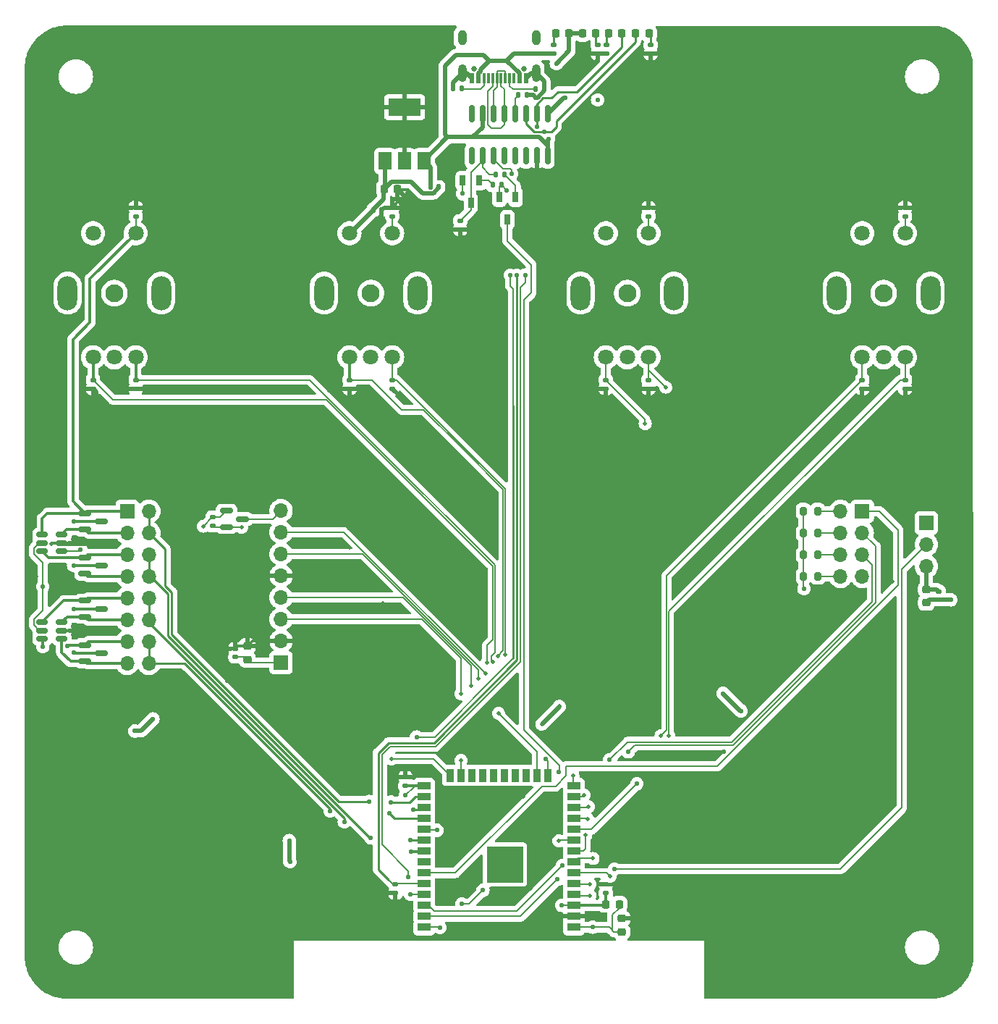
<source format=gbr>
%TF.GenerationSoftware,KiCad,Pcbnew,7.0.1*%
%TF.CreationDate,2023-04-08T17:55:00+02:00*%
%TF.ProjectId,obs-studio-controller,6f62732d-7374-4756-9469-6f2d636f6e74,rev?*%
%TF.SameCoordinates,Original*%
%TF.FileFunction,Copper,L1,Top*%
%TF.FilePolarity,Positive*%
%FSLAX46Y46*%
G04 Gerber Fmt 4.6, Leading zero omitted, Abs format (unit mm)*
G04 Created by KiCad (PCBNEW 7.0.1) date 2023-04-08 17:55:00*
%MOMM*%
%LPD*%
G01*
G04 APERTURE LIST*
G04 Aperture macros list*
%AMRoundRect*
0 Rectangle with rounded corners*
0 $1 Rounding radius*
0 $2 $3 $4 $5 $6 $7 $8 $9 X,Y pos of 4 corners*
0 Add a 4 corners polygon primitive as box body*
4,1,4,$2,$3,$4,$5,$6,$7,$8,$9,$2,$3,0*
0 Add four circle primitives for the rounded corners*
1,1,$1+$1,$2,$3*
1,1,$1+$1,$4,$5*
1,1,$1+$1,$6,$7*
1,1,$1+$1,$8,$9*
0 Add four rect primitives between the rounded corners*
20,1,$1+$1,$2,$3,$4,$5,0*
20,1,$1+$1,$4,$5,$6,$7,0*
20,1,$1+$1,$6,$7,$8,$9,0*
20,1,$1+$1,$8,$9,$2,$3,0*%
G04 Aperture macros list end*
%TA.AperFunction,SMDPad,CuDef*%
%ADD10RoundRect,0.150000X-0.150000X0.825000X-0.150000X-0.825000X0.150000X-0.825000X0.150000X0.825000X0*%
%TD*%
%TA.AperFunction,SMDPad,CuDef*%
%ADD11RoundRect,0.135000X-0.185000X0.135000X-0.185000X-0.135000X0.185000X-0.135000X0.185000X0.135000X0*%
%TD*%
%TA.AperFunction,SMDPad,CuDef*%
%ADD12RoundRect,0.150000X-0.587500X-0.150000X0.587500X-0.150000X0.587500X0.150000X-0.587500X0.150000X0*%
%TD*%
%TA.AperFunction,ComponentPad*%
%ADD13C,2.100000*%
%TD*%
%TA.AperFunction,ComponentPad*%
%ADD14C,1.800000*%
%TD*%
%TA.AperFunction,ComponentPad*%
%ADD15O,2.300000X4.000000*%
%TD*%
%TA.AperFunction,SMDPad,CuDef*%
%ADD16R,0.650000X1.220000*%
%TD*%
%TA.AperFunction,SMDPad,CuDef*%
%ADD17RoundRect,0.218750X0.218750X0.256250X-0.218750X0.256250X-0.218750X-0.256250X0.218750X-0.256250X0*%
%TD*%
%TA.AperFunction,SMDPad,CuDef*%
%ADD18RoundRect,0.150000X-0.512500X-0.150000X0.512500X-0.150000X0.512500X0.150000X-0.512500X0.150000X0*%
%TD*%
%TA.AperFunction,SMDPad,CuDef*%
%ADD19RoundRect,0.135000X0.185000X-0.135000X0.185000X0.135000X-0.185000X0.135000X-0.185000X-0.135000X0*%
%TD*%
%TA.AperFunction,SMDPad,CuDef*%
%ADD20RoundRect,0.140000X0.140000X0.170000X-0.140000X0.170000X-0.140000X-0.170000X0.140000X-0.170000X0*%
%TD*%
%TA.AperFunction,SMDPad,CuDef*%
%ADD21RoundRect,0.200000X-0.200000X-0.275000X0.200000X-0.275000X0.200000X0.275000X-0.200000X0.275000X0*%
%TD*%
%TA.AperFunction,SMDPad,CuDef*%
%ADD22RoundRect,0.135000X0.135000X0.185000X-0.135000X0.185000X-0.135000X-0.185000X0.135000X-0.185000X0*%
%TD*%
%TA.AperFunction,SMDPad,CuDef*%
%ADD23R,1.500000X2.000000*%
%TD*%
%TA.AperFunction,SMDPad,CuDef*%
%ADD24R,3.800000X2.000000*%
%TD*%
%TA.AperFunction,SMDPad,CuDef*%
%ADD25RoundRect,0.135000X-0.135000X-0.185000X0.135000X-0.185000X0.135000X0.185000X-0.135000X0.185000X0*%
%TD*%
%TA.AperFunction,SMDPad,CuDef*%
%ADD26RoundRect,0.218750X-0.218750X-0.256250X0.218750X-0.256250X0.218750X0.256250X-0.218750X0.256250X0*%
%TD*%
%TA.AperFunction,SMDPad,CuDef*%
%ADD27RoundRect,0.225000X-0.250000X0.225000X-0.250000X-0.225000X0.250000X-0.225000X0.250000X0.225000X0*%
%TD*%
%TA.AperFunction,SMDPad,CuDef*%
%ADD28RoundRect,0.225000X0.225000X0.250000X-0.225000X0.250000X-0.225000X-0.250000X0.225000X-0.250000X0*%
%TD*%
%TA.AperFunction,SMDPad,CuDef*%
%ADD29RoundRect,0.225000X0.250000X-0.225000X0.250000X0.225000X-0.250000X0.225000X-0.250000X-0.225000X0*%
%TD*%
%TA.AperFunction,ComponentPad*%
%ADD30R,1.700000X1.700000*%
%TD*%
%TA.AperFunction,ComponentPad*%
%ADD31O,1.700000X1.700000*%
%TD*%
%TA.AperFunction,SMDPad,CuDef*%
%ADD32RoundRect,0.140000X0.170000X-0.140000X0.170000X0.140000X-0.170000X0.140000X-0.170000X-0.140000X0*%
%TD*%
%TA.AperFunction,SMDPad,CuDef*%
%ADD33R,1.500000X0.900000*%
%TD*%
%TA.AperFunction,SMDPad,CuDef*%
%ADD34R,0.900000X1.500000*%
%TD*%
%TA.AperFunction,SMDPad,CuDef*%
%ADD35R,1.050000X1.050000*%
%TD*%
%TA.AperFunction,HeatsinkPad*%
%ADD36C,0.475000*%
%TD*%
%TA.AperFunction,SMDPad,CuDef*%
%ADD37R,4.200000X4.200000*%
%TD*%
%TA.AperFunction,ComponentPad*%
%ADD38C,0.650000*%
%TD*%
%TA.AperFunction,ComponentPad*%
%ADD39O,1.000000X2.100000*%
%TD*%
%TA.AperFunction,ComponentPad*%
%ADD40O,1.000000X1.800000*%
%TD*%
%TA.AperFunction,SMDPad,CuDef*%
%ADD41R,0.600000X1.150000*%
%TD*%
%TA.AperFunction,SMDPad,CuDef*%
%ADD42R,0.300000X1.150000*%
%TD*%
%TA.AperFunction,SMDPad,CuDef*%
%ADD43RoundRect,0.140000X-0.140000X-0.170000X0.140000X-0.170000X0.140000X0.170000X-0.140000X0.170000X0*%
%TD*%
%TA.AperFunction,SMDPad,CuDef*%
%ADD44RoundRect,0.225000X-0.225000X-0.250000X0.225000X-0.250000X0.225000X0.250000X-0.225000X0.250000X0*%
%TD*%
%TA.AperFunction,ViaPad*%
%ADD45C,0.550000*%
%TD*%
%TA.AperFunction,ViaPad*%
%ADD46C,0.500000*%
%TD*%
%TA.AperFunction,Conductor*%
%ADD47C,0.200000*%
%TD*%
%TA.AperFunction,Conductor*%
%ADD48C,0.500000*%
%TD*%
%TA.AperFunction,Conductor*%
%ADD49C,0.127000*%
%TD*%
%TA.AperFunction,Conductor*%
%ADD50C,0.300000*%
%TD*%
%TA.AperFunction,Conductor*%
%ADD51C,0.250000*%
%TD*%
G04 APERTURE END LIST*
D10*
%TO.P,U4,1,GND*%
%TO.N,GND*%
X53195000Y28475000D03*
%TO.P,U4,2,TXD*%
%TO.N,/Flasher/ESP_RX*%
X51925000Y28475000D03*
%TO.P,U4,3,RXD*%
%TO.N,/Flasher/ESP_TX*%
X50655000Y28475000D03*
%TO.P,U4,4,V3*%
%TO.N,Net-(C5-Pad2)*%
X49385000Y28475000D03*
%TO.P,U4,5,UD+*%
%TO.N,/Flasher/USB_DP*%
X48115000Y28475000D03*
%TO.P,U4,6,UD-*%
%TO.N,/Flasher/USB_DN*%
X46845000Y28475000D03*
%TO.P,U4,7,VBUS*%
%TO.N,/AMS1117-5V-3v3/5V*%
X45575000Y28475000D03*
%TO.P,U4,8,~{ACT}*%
%TO.N,unconnected-(U4-Pad8)*%
X44305000Y28475000D03*
%TO.P,U4,9,~{DCD}*%
%TO.N,unconnected-(U4-Pad9)*%
X44305000Y23525000D03*
%TO.P,U4,10,~{DTR}/TNOW*%
%TO.N,/Flasher/DTR*%
X45575000Y23525000D03*
%TO.P,U4,11,~{RTS}*%
%TO.N,/Flasher/RTS*%
X46845000Y23525000D03*
%TO.P,U4,12,~{DSR}*%
%TO.N,unconnected-(U4-Pad12)*%
X48115000Y23525000D03*
%TO.P,U4,13,~{CTS}*%
%TO.N,unconnected-(U4-Pad13)*%
X49385000Y23525000D03*
%TO.P,U4,14,~{RI}*%
%TO.N,unconnected-(U4-Pad14)*%
X50655000Y23525000D03*
%TO.P,U4,15,VIO*%
%TO.N,+3V3*%
X51925000Y23525000D03*
%TO.P,U4,16,VDD5*%
%TO.N,/AMS1117-5V-3v3/5V*%
X53195000Y23525000D03*
%TD*%
D11*
%TO.P,R5,1*%
%TO.N,+3V3*%
X36550000Y-49090000D03*
%TO.P,R5,2*%
%TO.N,/Flasher/ESP_IO0*%
X36550000Y-50110000D03*
%TD*%
D12*
%TO.P,D5,1,K*%
%TO.N,/Buttons/BUTTON_7*%
X-937500Y-33650000D03*
%TO.P,D5,2,A*%
%TO.N,/Buttons/BUTTON_8*%
X-937500Y-35550000D03*
%TO.P,D5,3,K*%
%TO.N,/BTN_OUT*%
X937500Y-34600000D03*
%TD*%
D13*
%TO.P,SW3,*%
%TO.N,*%
X62500000Y7500000D03*
D14*
%TO.P,SW3,A,A*%
%TO.N,/ROT3_DT*%
X60000000Y0D03*
%TO.P,SW3,B,B*%
%TO.N,/ROT3_CLK*%
X65000000Y0D03*
%TO.P,SW3,C,C*%
%TO.N,GND*%
X62500000Y0D03*
%TO.P,SW3,D,D*%
X60000000Y14500000D03*
%TO.P,SW3,E,E*%
%TO.N,/BUTTON_3*%
X65000000Y14500000D03*
D15*
%TO.P,SW3,MH1,MH1*%
%TO.N,unconnected-(SW3-PadMH1)*%
X57030000Y7500000D03*
%TO.P,SW3,MH2,MH2*%
%TO.N,unconnected-(SW3-PadMH2)*%
X67970000Y7500000D03*
%TD*%
D11*
%TO.P,R4,1*%
%TO.N,+3V3*%
X60000000Y-61640000D03*
%TO.P,R4,2*%
%TO.N,/Flasher/ESP_EN*%
X60000000Y-62660000D03*
%TD*%
D16*
%TO.P,Q3,1,B*%
%TO.N,Net-(Q3-Pad1)*%
X45150000Y20660000D03*
%TO.P,Q3,2,E*%
%TO.N,/Flasher/ESP_IO0*%
X43250000Y20660000D03*
%TO.P,Q3,3,C*%
%TO.N,/Flasher/DTR*%
X44200000Y18040000D03*
%TD*%
D13*
%TO.P,SW1,*%
%TO.N,*%
X2500000Y7500000D03*
D14*
%TO.P,SW1,A,A*%
%TO.N,/ROT1_DT*%
X0Y0D03*
%TO.P,SW1,B,B*%
%TO.N,/ROT1_CLK*%
X5000000Y0D03*
%TO.P,SW1,C,C*%
%TO.N,GND*%
X2500000Y0D03*
%TO.P,SW1,D,D*%
X0Y14500000D03*
%TO.P,SW1,E,E*%
%TO.N,/BUTTON_1*%
X5000000Y14500000D03*
D15*
%TO.P,SW1,MH1,MH1*%
%TO.N,unconnected-(SW1-PadMH1)*%
X-2970000Y7500000D03*
%TO.P,SW1,MH2,MH2*%
%TO.N,unconnected-(SW1-PadMH2)*%
X7970000Y7500000D03*
%TD*%
D17*
%TO.P,D6,1,K*%
%TO.N,/Flasher/ESP_RX*%
X61887500Y37850000D03*
%TO.P,D6,2,A*%
%TO.N,Net-(D6-Pad2)*%
X60312500Y37850000D03*
%TD*%
D11*
%TO.P,R15,1*%
%TO.N,/ROT2_CLK*%
X35000000Y-2640000D03*
%TO.P,R15,2*%
%TO.N,+3V3*%
X35000000Y-3660000D03*
%TD*%
D16*
%TO.P,Q2,1,B*%
%TO.N,Net-(Q2-Pad1)*%
X49440000Y18710000D03*
%TO.P,Q2,2,E*%
%TO.N,/Flasher/RTS*%
X47540000Y18710000D03*
%TO.P,Q2,3,C*%
%TO.N,/Flasher/ESP_EN*%
X48490000Y16090000D03*
%TD*%
D18*
%TO.P,U2,1,I/O1*%
%TO.N,/BUTTON_1*%
X-5937500Y-20750000D03*
%TO.P,U2,2,GND*%
%TO.N,GND*%
X-5937500Y-21700000D03*
%TO.P,U2,3,I/O2*%
%TO.N,/BUTTON_3*%
X-5937500Y-22650000D03*
%TO.P,U2,4,I/O3*%
%TO.N,/BUTTON_4*%
X-3662500Y-22650000D03*
%TO.P,U2,5,VBUS*%
%TO.N,+3V3*%
X-3662500Y-21700000D03*
%TO.P,U2,6,I/O4*%
%TO.N,/BUTTON_2*%
X-3662500Y-20750000D03*
%TD*%
D19*
%TO.P,R30,1*%
%TO.N,+3V3*%
X65250000Y35490000D03*
%TO.P,R30,2*%
%TO.N,Net-(D7-Pad2)*%
X65250000Y36510000D03*
%TD*%
D13*
%TO.P,SW2,*%
%TO.N,*%
X32500000Y7500000D03*
D14*
%TO.P,SW2,A,A*%
%TO.N,/ROT2_DT*%
X30000000Y0D03*
%TO.P,SW2,B,B*%
%TO.N,/ROT2_CLK*%
X35000000Y0D03*
%TO.P,SW2,C,C*%
%TO.N,GND*%
X32500000Y0D03*
%TO.P,SW2,D,D*%
X30000000Y14500000D03*
%TO.P,SW2,E,E*%
%TO.N,/BUTTON_2*%
X35000000Y14500000D03*
D15*
%TO.P,SW2,MH1,MH1*%
%TO.N,unconnected-(SW2-PadMH1)*%
X27030000Y7500000D03*
%TO.P,SW2,MH2,MH2*%
%TO.N,unconnected-(SW2-PadMH2)*%
X37970000Y7500000D03*
%TD*%
D20*
%TO.P,C3,1*%
%TO.N,GND*%
X40430000Y19900000D03*
%TO.P,C3,2*%
%TO.N,/AMS1117-5V-3v3/5V*%
X39470000Y19900000D03*
%TD*%
D21*
%TO.P,R8,1*%
%TO.N,GND*%
X83125000Y-23100000D03*
%TO.P,R8,2*%
%TO.N,Net-(J3-Pad6)*%
X84775000Y-23100000D03*
%TD*%
%TO.P,R6,1*%
%TO.N,GND*%
X83125000Y-18000000D03*
%TO.P,R6,2*%
%TO.N,Net-(J3-Pad2)*%
X84775000Y-18000000D03*
%TD*%
D22*
%TO.P,R24,1*%
%TO.N,/Flasher/RTS*%
X47760000Y20150000D03*
%TO.P,R24,2*%
%TO.N,Net-(Q3-Pad1)*%
X46740000Y20150000D03*
%TD*%
D23*
%TO.P,U5,1,GND*%
%TO.N,GND*%
X34150000Y22950000D03*
%TO.P,U5,2,VO*%
%TO.N,+3V3*%
X36450000Y22950000D03*
D24*
X36450000Y29250000D03*
D23*
%TO.P,U5,3,VI*%
%TO.N,/AMS1117-5V-3v3/5V*%
X38750000Y22950000D03*
%TD*%
D11*
%TO.P,R18,1*%
%TO.N,/ROT3_CLK*%
X65000000Y-2640000D03*
%TO.P,R18,2*%
%TO.N,+3V3*%
X65000000Y-3660000D03*
%TD*%
D13*
%TO.P,SW4,*%
%TO.N,*%
X92500000Y7500000D03*
D14*
%TO.P,SW4,A,A*%
%TO.N,/ROT4_DT*%
X90000000Y0D03*
%TO.P,SW4,B,B*%
%TO.N,/ROT4_CLK*%
X95000000Y0D03*
%TO.P,SW4,C,C*%
%TO.N,GND*%
X92500000Y0D03*
%TO.P,SW4,D,D*%
X90000000Y14500000D03*
%TO.P,SW4,E,E*%
%TO.N,/BUTTON_4*%
X95000000Y14500000D03*
D15*
%TO.P,SW4,MH1,MH1*%
%TO.N,unconnected-(SW4-PadMH1)*%
X87030000Y7500000D03*
%TO.P,SW4,MH2,MH2*%
%TO.N,unconnected-(SW4-PadMH2)*%
X97970000Y7500000D03*
%TD*%
D19*
%TO.P,R29,1*%
%TO.N,+3V3*%
X60100000Y35490000D03*
%TO.P,R29,2*%
%TO.N,Net-(D6-Pad2)*%
X60100000Y36510000D03*
%TD*%
%TO.P,R31,1*%
%TO.N,+3V3*%
X59050000Y35490000D03*
%TO.P,R31,2*%
%TO.N,Net-(D8-Pad2)*%
X59050000Y36510000D03*
%TD*%
D11*
%TO.P,R21,1*%
%TO.N,/ROT4_CLK*%
X95000000Y-2640000D03*
%TO.P,R21,2*%
%TO.N,+3V3*%
X95000000Y-3660000D03*
%TD*%
D21*
%TO.P,R7,1*%
%TO.N,GND*%
X83125000Y-20550000D03*
%TO.P,R7,2*%
%TO.N,Net-(J3-Pad4)*%
X84775000Y-20550000D03*
%TD*%
D25*
%TO.P,R23,1*%
%TO.N,/Flasher/DTR*%
X47090000Y21400000D03*
%TO.P,R23,2*%
%TO.N,Net-(Q2-Pad1)*%
X48110000Y21400000D03*
%TD*%
D26*
%TO.P,D7,1,K*%
%TO.N,/Flasher/ESP_TX*%
X63462500Y37850000D03*
%TO.P,D7,2,A*%
%TO.N,Net-(D7-Pad2)*%
X65037500Y37850000D03*
%TD*%
D12*
%TO.P,D2,1,K*%
%TO.N,/BUTTON_1*%
X-937500Y-18250000D03*
%TO.P,D2,2,A*%
%TO.N,/BUTTON_2*%
X-937500Y-20150000D03*
%TO.P,D2,3,K*%
%TO.N,/BTN_OUT*%
X937500Y-19200000D03*
%TD*%
D18*
%TO.P,U3,1,I/O1*%
%TO.N,/Buttons/BUTTON_5*%
X-5937500Y-31000000D03*
%TO.P,U3,2,GND*%
%TO.N,GND*%
X-5937500Y-31950000D03*
%TO.P,U3,3,I/O2*%
%TO.N,/Buttons/BUTTON_7*%
X-5937500Y-32900000D03*
%TO.P,U3,4,I/O3*%
%TO.N,/Buttons/BUTTON_8*%
X-3662500Y-32900000D03*
%TO.P,U3,5,VBUS*%
%TO.N,+3V3*%
X-3662500Y-31950000D03*
%TO.P,U3,6,I/O4*%
%TO.N,/Buttons/BUTTON_6*%
X-3662500Y-31000000D03*
%TD*%
D27*
%TO.P,C9,1*%
%TO.N,+3V3*%
X18050000Y-33775000D03*
%TO.P,C9,2*%
%TO.N,GND*%
X18050000Y-35325000D03*
%TD*%
D28*
%TO.P,C6,1*%
%TO.N,GND*%
X61575000Y-63950000D03*
%TO.P,C6,2*%
%TO.N,/Flasher/ESP_EN*%
X60025000Y-63950000D03*
%TD*%
D29*
%TO.P,C4,1*%
%TO.N,GND*%
X61850000Y-67175000D03*
%TO.P,C4,2*%
%TO.N,+3V3*%
X61850000Y-65625000D03*
%TD*%
D11*
%TO.P,R22,1*%
%TO.N,+3V3*%
X95000000Y17510000D03*
%TO.P,R22,2*%
%TO.N,/BUTTON_4*%
X95000000Y16490000D03*
%TD*%
D19*
%TO.P,R14,1*%
%TO.N,+3V3*%
X30000000Y-3660000D03*
%TO.P,R14,2*%
%TO.N,/ROT2_DT*%
X30000000Y-2640000D03*
%TD*%
D30*
%TO.P,J4,1,Pin_1*%
%TO.N,GND*%
X22000000Y-35700000D03*
D31*
%TO.P,J4,2,Pin_2*%
%TO.N,+3V3*%
X22000000Y-33160000D03*
%TO.P,J4,3,Pin_3*%
%TO.N,/DISPLAY_SCLK*%
X22000000Y-30620000D03*
%TO.P,J4,4,Pin_4*%
%TO.N,/DISPLAY_MOSI*%
X22000000Y-28080000D03*
%TO.P,J4,5,Pin_5*%
%TO.N,+3V3*%
X22000000Y-25540000D03*
%TO.P,J4,6,Pin_6*%
%TO.N,/DISPLAY_DC*%
X22000000Y-23000000D03*
%TO.P,J4,7,Pin_7*%
%TO.N,/DISPLAY_CS*%
X22000000Y-20460000D03*
%TO.P,J4,8,Pin_8*%
%TO.N,Net-(J4-Pad8)*%
X22000000Y-17920000D03*
%TD*%
D29*
%TO.P,C8,1*%
%TO.N,GND*%
X97500000Y-28675000D03*
%TO.P,C8,2*%
%TO.N,/AMS1117-5V-3v3/5V*%
X97500000Y-27125000D03*
%TD*%
D30*
%TO.P,J3,1,Pin_1*%
%TO.N,Net-(J3-Pad1)*%
X90000000Y-18000000D03*
D31*
%TO.P,J3,2,Pin_2*%
%TO.N,Net-(J3-Pad2)*%
X87460000Y-18000000D03*
%TO.P,J3,3,Pin_3*%
%TO.N,Net-(J3-Pad3)*%
X90000000Y-20540000D03*
%TO.P,J3,4,Pin_4*%
%TO.N,Net-(J3-Pad4)*%
X87460000Y-20540000D03*
%TO.P,J3,5,Pin_5*%
%TO.N,Net-(J3-Pad5)*%
X90000000Y-23080000D03*
%TO.P,J3,6,Pin_6*%
%TO.N,Net-(J3-Pad6)*%
X87460000Y-23080000D03*
%TO.P,J3,7,Pin_7*%
%TO.N,Net-(J3-Pad7)*%
X90000000Y-25620000D03*
%TO.P,J3,8,Pin_8*%
%TO.N,Net-(J3-Pad8)*%
X87460000Y-25620000D03*
%TD*%
D12*
%TO.P,D4,1,K*%
%TO.N,/Buttons/BUTTON_5*%
X-937500Y-28450000D03*
%TO.P,D4,2,A*%
%TO.N,/Buttons/BUTTON_6*%
X-937500Y-30350000D03*
%TO.P,D4,3,K*%
%TO.N,/BTN_OUT*%
X937500Y-29400000D03*
%TD*%
D11*
%TO.P,R13,1*%
%TO.N,/DISPLAY_LED*%
X14000000Y-18690000D03*
%TO.P,R13,2*%
%TO.N,GND*%
X14000000Y-19710000D03*
%TD*%
%TO.P,R19,1*%
%TO.N,+3V3*%
X65000000Y17510000D03*
%TO.P,R19,2*%
%TO.N,/BUTTON_3*%
X65000000Y16490000D03*
%TD*%
D32*
%TO.P,C7,1*%
%TO.N,GND*%
X98950000Y-28330000D03*
%TO.P,C7,2*%
%TO.N,/AMS1117-5V-3v3/5V*%
X98950000Y-27370000D03*
%TD*%
D19*
%TO.P,R32,1*%
%TO.N,/AMS1117-5V-3v3/5V*%
X53900000Y35490000D03*
%TO.P,R32,2*%
%TO.N,Net-(D9-Pad2)*%
X53900000Y36510000D03*
%TD*%
D11*
%TO.P,R28,1*%
%TO.N,/Flasher/DTR*%
X42950000Y15960000D03*
%TO.P,R28,2*%
%TO.N,+3V3*%
X42950000Y14940000D03*
%TD*%
D12*
%TO.P,D3,1,K*%
%TO.N,/BUTTON_3*%
X-937500Y-23400000D03*
%TO.P,D3,2,A*%
%TO.N,/BUTTON_4*%
X-937500Y-25300000D03*
%TO.P,D3,3,K*%
%TO.N,/BTN_OUT*%
X937500Y-24350000D03*
%TD*%
D19*
%TO.P,R20,1*%
%TO.N,+3V3*%
X90000000Y-3660000D03*
%TO.P,R20,2*%
%TO.N,/ROT4_DT*%
X90000000Y-2640000D03*
%TD*%
%TO.P,R17,1*%
%TO.N,+3V3*%
X60000000Y-3660000D03*
%TO.P,R17,2*%
%TO.N,/ROT3_DT*%
X60000000Y-2640000D03*
%TD*%
D12*
%TO.P,Q1,1,G*%
%TO.N,/DISPLAY_LED*%
X15612500Y-17950000D03*
%TO.P,Q1,2,S*%
%TO.N,GND*%
X15612500Y-19850000D03*
%TO.P,Q1,3,D*%
%TO.N,Net-(J4-Pad8)*%
X17487500Y-18900000D03*
%TD*%
D20*
%TO.P,C5,1*%
%TO.N,GND*%
X50730000Y30650000D03*
%TO.P,C5,2*%
%TO.N,Net-(C5-Pad2)*%
X49770000Y30650000D03*
%TD*%
D30*
%TO.P,J5,1,Pin_1*%
%TO.N,/BUTTON_1*%
X4000000Y-18000000D03*
D31*
%TO.P,J5,2,Pin_2*%
%TO.N,/BTN_IN1*%
X6540000Y-18000000D03*
%TO.P,J5,3,Pin_3*%
%TO.N,/BUTTON_2*%
X4000000Y-20540000D03*
%TO.P,J5,4,Pin_4*%
%TO.N,/BTN_IN1*%
X6540000Y-20540000D03*
%TO.P,J5,5,Pin_5*%
%TO.N,/BUTTON_3*%
X4000000Y-23080000D03*
%TO.P,J5,6,Pin_6*%
%TO.N,/BTN_IN2*%
X6540000Y-23080000D03*
%TO.P,J5,7,Pin_7*%
%TO.N,/BUTTON_4*%
X4000000Y-25620000D03*
%TO.P,J5,8,Pin_8*%
%TO.N,/BTN_IN2*%
X6540000Y-25620000D03*
%TO.P,J5,9,Pin_9*%
%TO.N,/Buttons/BUTTON_5*%
X4000000Y-28160000D03*
%TO.P,J5,10,Pin_10*%
%TO.N,/BTN_IN3*%
X6540000Y-28160000D03*
%TO.P,J5,11,Pin_11*%
%TO.N,/Buttons/BUTTON_6*%
X4000000Y-30700000D03*
%TO.P,J5,12,Pin_12*%
%TO.N,/BTN_IN3*%
X6540000Y-30700000D03*
%TO.P,J5,13,Pin_13*%
%TO.N,/Buttons/BUTTON_7*%
X4000000Y-33240000D03*
%TO.P,J5,14,Pin_14*%
%TO.N,/BTN_IN4*%
X6540000Y-33240000D03*
%TO.P,J5,15,Pin_15*%
%TO.N,/Buttons/BUTTON_8*%
X4000000Y-35780000D03*
%TO.P,J5,16,Pin_16*%
%TO.N,/BTN_IN4*%
X6540000Y-35780000D03*
%TD*%
D30*
%TO.P,J7,1,Pin_1*%
%TO.N,GND*%
X97500000Y-19350000D03*
D31*
%TO.P,J7,2,Pin_2*%
%TO.N,/IO5*%
X97500000Y-21890000D03*
%TO.P,J7,3,Pin_3*%
%TO.N,/AMS1117-5V-3v3/5V*%
X97500000Y-24430000D03*
%TD*%
D21*
%TO.P,R9,1*%
%TO.N,GND*%
X83125000Y-25600000D03*
%TO.P,R9,2*%
%TO.N,Net-(J3-Pad8)*%
X84775000Y-25600000D03*
%TD*%
D11*
%TO.P,R16,1*%
%TO.N,+3V3*%
X35000000Y17510000D03*
%TO.P,R16,2*%
%TO.N,/BUTTON_2*%
X35000000Y16490000D03*
%TD*%
%TO.P,R27,1*%
%TO.N,/Flasher/ESP_RX*%
X35375000Y-61615000D03*
%TO.P,R27,2*%
%TO.N,+3V3*%
X35375000Y-62635000D03*
%TD*%
D19*
%TO.P,R10,1*%
%TO.N,+3V3*%
X0Y-3660000D03*
%TO.P,R10,2*%
%TO.N,/ROT1_DT*%
X0Y-2640000D03*
%TD*%
D17*
%TO.P,D9,1,K*%
%TO.N,GND*%
X55687500Y37850000D03*
%TO.P,D9,2,A*%
%TO.N,Net-(D9-Pad2)*%
X54112500Y37850000D03*
%TD*%
D25*
%TO.P,R26,1*%
%TO.N,GND*%
X42090000Y31400000D03*
%TO.P,R26,2*%
%TO.N,Net-(R26-Pad2)*%
X43110000Y31400000D03*
%TD*%
D33*
%TO.P,U1,1,GND*%
%TO.N,GND*%
X56250000Y-66635000D03*
%TO.P,U1,2,VDD*%
%TO.N,+3V3*%
X56250000Y-65365000D03*
%TO.P,U1,3,EN*%
%TO.N,/Flasher/ESP_EN*%
X56250000Y-64095000D03*
%TO.P,U1,4,SENSOR_VP*%
%TO.N,/ROT4_CLK*%
X56250000Y-62825000D03*
%TO.P,U1,5,SENSOR_VN*%
%TO.N,/ROT4_DT*%
X56250000Y-61555000D03*
%TO.P,U1,6,IO34*%
%TO.N,/ROT3_CLK*%
X56250000Y-60285000D03*
%TO.P,U1,7,IO35*%
%TO.N,/ROT3_DT*%
X56250000Y-59015000D03*
%TO.P,U1,8,IO32*%
%TO.N,/ROT2_CLK*%
X56250000Y-57745000D03*
%TO.P,U1,9,IO33*%
%TO.N,/ROT2_DT*%
X56250000Y-56475000D03*
%TO.P,U1,10,IO25*%
%TO.N,Net-(J3-Pad7)*%
X56250000Y-55205000D03*
%TO.P,U1,11,IO26*%
%TO.N,/ROT1_CLK*%
X56250000Y-53935000D03*
%TO.P,U1,12,IO27*%
%TO.N,/ROT1_DT*%
X56250000Y-52665000D03*
%TO.P,U1,13,IO14*%
%TO.N,/DISPLAY_CS*%
X56250000Y-51395000D03*
%TO.P,U1,14,IO12*%
%TO.N,/DISPLAY_DC*%
X56250000Y-50125000D03*
D34*
%TO.P,U1,15,GND*%
%TO.N,GND*%
X53210000Y-48875000D03*
%TO.P,U1,16,IO13*%
%TO.N,/DISPLAY_MOSI*%
X51940000Y-48875000D03*
%TO.P,U1,17,SHD/SD2*%
%TO.N,unconnected-(U1-Pad17)*%
X50670000Y-48875000D03*
%TO.P,U1,18,SWP/SD3*%
%TO.N,unconnected-(U1-Pad18)*%
X49400000Y-48875000D03*
%TO.P,U1,19,SCS/CMD*%
%TO.N,unconnected-(U1-Pad19)*%
X48130000Y-48875000D03*
%TO.P,U1,20,SCK/CLK*%
%TO.N,unconnected-(U1-Pad20)*%
X46860000Y-48875000D03*
%TO.P,U1,21,SDO/SD0*%
%TO.N,unconnected-(U1-Pad21)*%
X45590000Y-48875000D03*
%TO.P,U1,22,SDI/SD1*%
%TO.N,unconnected-(U1-Pad22)*%
X44320000Y-48875000D03*
%TO.P,U1,23,IO15*%
%TO.N,/DISPLAY_SCLK*%
X43050000Y-48875000D03*
%TO.P,U1,24,IO2*%
%TO.N,/DISPLAY_LED*%
X41780000Y-48875000D03*
D33*
%TO.P,U1,25,IO0*%
%TO.N,/Flasher/ESP_IO0*%
X38750000Y-50125000D03*
%TO.P,U1,26,IO4*%
%TO.N,/BTN_IN1*%
X38750000Y-51395000D03*
%TO.P,U1,27,IO16*%
%TO.N,/BTN_IN3*%
X38750000Y-52665000D03*
%TO.P,U1,28,IO17*%
%TO.N,/BTN_IN4*%
X38750000Y-53935000D03*
%TO.P,U1,29,IO5*%
%TO.N,/IO5*%
X38750000Y-55205000D03*
%TO.P,U1,30,IO18*%
%TO.N,/BTN_IN2*%
X38750000Y-56475000D03*
%TO.P,U1,31,IO19*%
%TO.N,/BTN_OUT*%
X38750000Y-57745000D03*
%TO.P,U1,32,NC*%
%TO.N,unconnected-(U1-Pad32)*%
X38750000Y-59015000D03*
%TO.P,U1,33,IO21*%
%TO.N,Net-(J3-Pad1)*%
X38750000Y-60285000D03*
%TO.P,U1,34,RXD0/IO3*%
%TO.N,/Flasher/ESP_RX*%
X38750000Y-61555000D03*
%TO.P,U1,35,TXD0/IO1*%
%TO.N,/Flasher/ESP_TX*%
X38750000Y-62825000D03*
%TO.P,U1,36,IO22*%
%TO.N,Net-(J3-Pad3)*%
X38750000Y-64095000D03*
%TO.P,U1,37,IO23*%
%TO.N,Net-(J3-Pad5)*%
X38750000Y-65365000D03*
%TO.P,U1,38,GND*%
%TO.N,GND*%
X38750000Y-66635000D03*
D35*
%TO.P,U1,39,GND*%
X49705000Y-60820000D03*
D36*
X49705000Y-60057500D03*
D35*
X49705000Y-59295000D03*
D36*
X49705000Y-58532500D03*
D35*
X49705000Y-57770000D03*
D36*
X48942500Y-60820000D03*
X48942500Y-59295000D03*
X48942500Y-57770000D03*
D35*
X48180000Y-60820000D03*
D36*
X48180000Y-60057500D03*
D35*
X48180000Y-59295000D03*
D37*
X48180000Y-59295000D03*
D36*
X48180000Y-58532500D03*
D35*
X48180000Y-57770000D03*
D36*
X47417500Y-60820000D03*
X47417500Y-59295000D03*
X47417500Y-57770000D03*
D35*
X46655000Y-60820000D03*
D36*
X46655000Y-60057500D03*
D35*
X46655000Y-59295000D03*
D36*
X46655000Y-58532500D03*
D35*
X46655000Y-57770000D03*
%TD*%
D38*
%TO.P,USBC1,*%
%TO.N,*%
X50390000Y33690000D03*
X44610000Y33690000D03*
D39*
%TO.P,USBC1,1,SHIELD*%
%TO.N,GND*%
X51820000Y33190000D03*
D40*
%TO.P,USBC1,2,SHIELD*%
X51820000Y37370000D03*
%TO.P,USBC1,3,SHIELD*%
X43180000Y37370000D03*
D39*
%TO.P,USBC1,4,SHIELD*%
X43180000Y33190000D03*
D41*
%TO.P,USBC1,A1-B12,GND*%
X50700000Y32630000D03*
%TO.P,USBC1,A4-B9,VBUS*%
%TO.N,/AMS1117-5V-3v3/5V*%
X49900000Y32630000D03*
D42*
%TO.P,USBC1,A5,CC1*%
%TO.N,Net-(R25-Pad1)*%
X48750000Y32630000D03*
%TO.P,USBC1,A6,DP1*%
%TO.N,/Flasher/USB_DP*%
X47750000Y32630000D03*
%TO.P,USBC1,A7,DN1*%
%TO.N,/Flasher/USB_DN*%
X47250000Y32630000D03*
%TO.P,USBC1,A8,SBU1*%
%TO.N,unconnected-(USBC1-PadA8)*%
X46250000Y32630000D03*
D41*
%TO.P,USBC1,B1-A12,GND*%
%TO.N,GND*%
X44300000Y32630000D03*
%TO.P,USBC1,B4-A9,VBUS*%
%TO.N,/AMS1117-5V-3v3/5V*%
X45100000Y32630000D03*
D42*
%TO.P,USBC1,B5,CC2*%
%TO.N,Net-(R26-Pad2)*%
X45750000Y32630000D03*
%TO.P,USBC1,B6,DP2*%
%TO.N,/Flasher/USB_DP*%
X46750000Y32630000D03*
%TO.P,USBC1,B7,DN2*%
%TO.N,/Flasher/USB_DN*%
X48250000Y32630000D03*
%TO.P,USBC1,B8,SBU2*%
%TO.N,unconnected-(USBC1-PadB8)*%
X49250000Y32630000D03*
%TD*%
D25*
%TO.P,R25,1*%
%TO.N,Net-(R25-Pad1)*%
X51740000Y31350000D03*
%TO.P,R25,2*%
%TO.N,GND*%
X52760000Y31350000D03*
%TD*%
D26*
%TO.P,D8,1,K*%
%TO.N,GND*%
X57262500Y37850000D03*
%TO.P,D8,2,A*%
%TO.N,Net-(D8-Pad2)*%
X58837500Y37850000D03*
%TD*%
D11*
%TO.P,R11,1*%
%TO.N,/ROT1_CLK*%
X5000000Y-2640000D03*
%TO.P,R11,2*%
%TO.N,+3V3*%
X5000000Y-3660000D03*
%TD*%
D43*
%TO.P,C2,1*%
%TO.N,GND*%
X32820000Y17250000D03*
%TO.P,C2,2*%
%TO.N,+3V3*%
X33780000Y17250000D03*
%TD*%
D11*
%TO.P,R12,1*%
%TO.N,+3V3*%
X5000000Y17510000D03*
%TO.P,R12,2*%
%TO.N,/BUTTON_1*%
X5000000Y16490000D03*
%TD*%
D32*
%TO.P,C10,1*%
%TO.N,GND*%
X16650000Y-35030001D03*
%TO.P,C10,2*%
%TO.N,+3V3*%
X16650000Y-34070001D03*
%TD*%
D44*
%TO.P,C1,1*%
%TO.N,GND*%
X34075000Y19700000D03*
%TO.P,C1,2*%
%TO.N,+3V3*%
X35625000Y19700000D03*
%TD*%
D45*
%TO.N,GND*%
X43150000Y-63925000D03*
X83170000Y-27060000D03*
D46*
X38550000Y19200000D03*
D45*
X40580000Y-66660000D03*
X7020000Y-42280000D03*
X22960000Y-56500000D03*
X23040000Y-58990000D03*
X58440000Y-66635000D03*
X51760000Y30370000D03*
X4910000Y-43700000D03*
X55260000Y30370000D03*
D46*
X17400000Y-19900000D03*
D45*
X59030000Y30080000D03*
D46*
X52500000Y-42900000D03*
X54550000Y-40800000D03*
D45*
X73725000Y-39300000D03*
X-5890000Y-26830000D03*
X75800000Y-41350000D03*
X45625000Y-62325000D03*
X100340000Y-28360000D03*
X54210000Y34330000D03*
X52960000Y-46990000D03*
D46*
%TO.N,+3V3*%
X3050000Y-3800000D03*
D45*
X61480000Y33460000D03*
D46*
X-6650000Y-25650000D03*
D45*
X58810000Y34510000D03*
X5000000Y18700000D03*
D46*
X30050000Y-22250000D03*
D45*
X1625000Y-21875000D03*
X15250000Y-34000000D03*
X36450000Y26100000D03*
X32450000Y-49125000D03*
D46*
X53200000Y-64100000D03*
X42150000Y-59000000D03*
D45*
X25325000Y-52675000D03*
X34825000Y-49100000D03*
D46*
X30200000Y-24350000D03*
X51171314Y-62126293D03*
X93500000Y-26200000D03*
D45*
X63450000Y-65600000D03*
D46*
X40100000Y-5150000D03*
X51650000Y-52650000D03*
D45*
X10025000Y-37000000D03*
X65000000Y18500000D03*
X36800000Y18950000D03*
X1175000Y-15700000D03*
D46*
X50350000Y-51350000D03*
X33900000Y-27150000D03*
X43450000Y-60300000D03*
D45*
X1875000Y-37025000D03*
D46*
X350000Y-5100000D03*
X51600000Y-37600000D03*
X-4850000Y-21850000D03*
D45*
X95000000Y18650000D03*
D46*
X95700000Y-26200000D03*
X49600000Y-37600000D03*
D45*
X73775000Y-46155000D03*
D46*
X33950000Y-28800000D03*
D45*
X35400000Y-63800000D03*
D46*
X36500000Y-5150000D03*
D45*
X51950000Y21500000D03*
X1675000Y-32025000D03*
D46*
X28700000Y-19250000D03*
D45*
X33300000Y16100000D03*
X15675000Y-37850000D03*
D46*
X93500000Y-28900000D03*
D45*
X73775000Y-43775000D03*
X75200000Y-47800000D03*
D46*
X-4750000Y-24400000D03*
D45*
X28800000Y-50775000D03*
%TO.N,/AMS1117-5V-3v3/5V*%
X53300000Y25500000D03*
%TO.N,/Flasher/ESP_EN*%
X54825000Y-64075000D03*
X54500000Y-48500000D03*
%TO.N,/BTN_IN3*%
X37450000Y-52925000D03*
X29400000Y-54325000D03*
%TO.N,/BTN_OUT*%
X-2275000Y-29400000D03*
X37200000Y-57800000D03*
X-2275000Y-34550000D03*
X-2275000Y-24350000D03*
X-2250000Y-19200000D03*
%TO.N,/BUTTON_4*%
X-1450000Y-22500000D03*
%TO.N,/Buttons/BUTTON_7*%
X-5875000Y-33825000D03*
X-2975000Y-33750000D03*
%TO.N,/Flasher/ESP_RX*%
X49575000Y9575000D03*
X51911411Y26974500D03*
%TO.N,/Flasher/ESP_TX*%
X37125000Y-62800000D03*
X52800000Y26375000D03*
X36900000Y-60725000D03*
X50600000Y9625000D03*
%TO.N,Net-(J3-Pad3)*%
X62625000Y-46125000D03*
X54925000Y-59425000D03*
%TO.N,Net-(J3-Pad5)*%
X60425000Y-47075000D03*
X54325000Y-61050000D03*
%TO.N,Net-(J3-Pad7)*%
X63625000Y-49875000D03*
D46*
%TO.N,/DISPLAY_SCLK*%
X43050000Y-47150000D03*
X43050000Y-39350000D03*
%TO.N,/DISPLAY_MOSI*%
X44200000Y-38400000D03*
X47450000Y-41650000D03*
%TO.N,/DISPLAY_DC*%
X56150000Y-48950000D03*
X45100000Y-37550000D03*
%TO.N,/DISPLAY_CS*%
X45900000Y-37000000D03*
X57450000Y-51200000D03*
D45*
%TO.N,/BTN_IN1*%
X34850000Y-52000000D03*
X32300000Y-51925000D03*
%TO.N,/BTN_IN2*%
X32500000Y-56200000D03*
X37100000Y-56475000D03*
D46*
%TO.N,/DISPLAY_LED*%
X34950000Y-46950000D03*
X12900000Y-19750000D03*
D45*
%TO.N,/Flasher/RTS*%
X48975500Y21425000D03*
X48400000Y19475000D03*
%TO.N,/Flasher/ESP_IO0*%
X43250000Y19125000D03*
X48825497Y9575000D03*
X37850000Y-44400000D03*
X36525000Y-51225000D03*
D46*
%TO.N,/ROT1_DT*%
X46078938Y-35717687D03*
X57950000Y-52550000D03*
%TO.N,/ROT1_CLK*%
X46800000Y-35600000D03*
X57900000Y-54000000D03*
%TO.N,/ROT2_DT*%
X47350000Y-34950000D03*
X54500000Y-56550000D03*
%TO.N,/ROT2_CLK*%
X57650000Y-55850000D03*
X48250000Y-34750000D03*
%TO.N,/ROT3_DT*%
X64600000Y-7750000D03*
X58500000Y-58600000D03*
%TO.N,/ROT3_CLK*%
X60500000Y-60700000D03*
X67000000Y-3500000D03*
%TO.N,/ROT4_DT*%
X66450000Y-44250000D03*
X58150000Y-61600000D03*
%TO.N,/ROT4_CLK*%
X67350000Y-44250000D03*
X58150000Y-62950000D03*
D45*
%TO.N,/BTN_IN4*%
X34700000Y-53350000D03*
X27744423Y-53055577D03*
%TO.N,/IO5*%
X40225000Y-55300000D03*
X61000000Y-59825000D03*
%TD*%
D47*
%TO.N,GND*%
X-6286396Y-31950000D02*
X-6900000Y-31336396D01*
D48*
X32820000Y17250000D02*
X32820000Y17331148D01*
X100340000Y-28360000D02*
X98980000Y-28360000D01*
D47*
X38750000Y-66635000D02*
X40555000Y-66635000D01*
D48*
X51985064Y30370000D02*
X52760000Y31144936D01*
D47*
X60775000Y-67025000D02*
X60925000Y-67175000D01*
D48*
X51820000Y33190000D02*
X51260000Y33190000D01*
X51480000Y30650000D02*
X51760000Y30370000D01*
X40430000Y19818852D02*
X40430000Y19900000D01*
X51260000Y33190000D02*
X50700000Y32630000D01*
D47*
X-6900000Y-31336396D02*
X-6900000Y-30663604D01*
D48*
X43740000Y33190000D02*
X44300000Y32630000D01*
X39811148Y19200000D02*
X40430000Y19818852D01*
D49*
X17755001Y-35030001D02*
X18050000Y-35325000D01*
D48*
X54550000Y-40800000D02*
X54550000Y-40850000D01*
D47*
X44025000Y-63925000D02*
X43150000Y-63925000D01*
X-6900000Y-22313604D02*
X-6900000Y-22986396D01*
D48*
X55090000Y30370000D02*
X53195000Y28475000D01*
D47*
X53210000Y-47240000D02*
X52960000Y-46990000D01*
D49*
X16650000Y-35030001D02*
X17755001Y-35030001D01*
D47*
X83125000Y-18000000D02*
X83125000Y-25600000D01*
X60385000Y-66635000D02*
X60925000Y-67175000D01*
D48*
X57262500Y37850000D02*
X55687500Y37850000D01*
X51760000Y30370000D02*
X51985064Y30370000D01*
X30000000Y14500000D02*
X30070000Y14500000D01*
X34075000Y19700000D02*
X34927000Y20552000D01*
D49*
X22000000Y-35700000D02*
X18425000Y-35700000D01*
D47*
X-6900000Y-22986396D02*
X-5870000Y-24016396D01*
D48*
X54550000Y-40850000D02*
X52500000Y-42900000D01*
D47*
X56250000Y-66635000D02*
X58440000Y-66635000D01*
X-6900000Y-30663604D02*
X-5860000Y-29623604D01*
D48*
X98980000Y-28360000D02*
X98950000Y-28330000D01*
D47*
X-5860000Y-26860000D02*
X-5890000Y-26830000D01*
X58440000Y-66635000D02*
X60385000Y-66635000D01*
D49*
X18425000Y-35700000D02*
X18050000Y-35325000D01*
D47*
X60925000Y-67175000D02*
X61850000Y-67175000D01*
X34150000Y20025000D02*
X34425000Y19750000D01*
D48*
X30070000Y14500000D02*
X32820000Y17250000D01*
X75775000Y-41350000D02*
X73725000Y-39300000D01*
D47*
X-5870000Y-26810000D02*
X-5890000Y-26830000D01*
D48*
X55687500Y35807500D02*
X54210000Y34330000D01*
D47*
X53210000Y-48875000D02*
X53210000Y-47240000D01*
D48*
X52760000Y31350000D02*
X52760000Y32250000D01*
X43180000Y33190000D02*
X43740000Y33190000D01*
X98950000Y-28330000D02*
X97845000Y-28330000D01*
X32820000Y17331148D02*
X33993852Y18505000D01*
D47*
X61575000Y-63950000D02*
X61575000Y-64375000D01*
D48*
X4910000Y-43700000D02*
X5600000Y-43700000D01*
X75800000Y-41350000D02*
X75775000Y-41350000D01*
D47*
X40555000Y-66635000D02*
X40580000Y-66660000D01*
X-5937500Y-31950000D02*
X-6286396Y-31950000D01*
X60775000Y-65175000D02*
X60775000Y-67025000D01*
D48*
X55687500Y37850000D02*
X55687500Y35807500D01*
D47*
X-5860000Y-29623604D02*
X-5860000Y-26860000D01*
D48*
X42090000Y31400000D02*
X42090000Y32100000D01*
X22960000Y-58910000D02*
X23040000Y-58990000D01*
D49*
X17350000Y-19850000D02*
X17400000Y-19900000D01*
D48*
X55260000Y30370000D02*
X55090000Y30370000D01*
X50730000Y30650000D02*
X51480000Y30650000D01*
X34150000Y19775000D02*
X34075000Y19700000D01*
X38550000Y19200000D02*
X39811148Y19200000D01*
D47*
X83125000Y-27015000D02*
X83170000Y-27060000D01*
X61575000Y-64375000D02*
X60775000Y-65175000D01*
X-6286396Y-21700000D02*
X-6900000Y-22313604D01*
D48*
X52760000Y32250000D02*
X51820000Y33190000D01*
X34150000Y22950000D02*
X34150000Y19775000D01*
X5600000Y-43700000D02*
X7020000Y-42280000D01*
D49*
X15612500Y-19850000D02*
X14140000Y-19850000D01*
D48*
X52760000Y31144936D02*
X52760000Y31350000D01*
X22960000Y-56500000D02*
X22960000Y-58910000D01*
X42090000Y32100000D02*
X43180000Y33190000D01*
D49*
X14140000Y-19850000D02*
X14000000Y-19710000D01*
D47*
X45625000Y-62325000D02*
X44025000Y-63925000D01*
X34150000Y22950000D02*
X34150000Y20025000D01*
D48*
X97845000Y-28330000D02*
X97500000Y-28675000D01*
D47*
X83125000Y-25600000D02*
X83125000Y-27015000D01*
D48*
X33993852Y18505000D02*
X33993852Y19618852D01*
D49*
X15612500Y-19850000D02*
X17350000Y-19850000D01*
D48*
X37198000Y20552000D02*
X38550000Y19200000D01*
X33993852Y19618852D02*
X34075000Y19700000D01*
D47*
X-5937500Y-21700000D02*
X-6286396Y-21700000D01*
X-5870000Y-24016396D02*
X-5870000Y-26810000D01*
D48*
X34927000Y20552000D02*
X37198000Y20552000D01*
D50*
%TO.N,+3V3*%
X35625000Y19700000D02*
X35625000Y18135000D01*
X-3662500Y-21700000D02*
X-4700000Y-21700000D01*
D47*
X36550000Y-49090000D02*
X34835000Y-49090000D01*
D50*
X18050000Y-33775000D02*
X18665000Y-33160000D01*
X51925000Y23525000D02*
X51925000Y21525000D01*
D48*
X35000000Y-3660000D02*
X35010000Y-3660000D01*
D50*
X18665000Y-33160000D02*
X22000000Y-33160000D01*
X36450000Y22950000D02*
X36450000Y26100000D01*
X61850000Y-65625000D02*
X63425000Y-65625000D01*
X15000Y-3675000D02*
X0Y-3660000D01*
X-3662500Y-31950000D02*
X1600000Y-31950000D01*
X61850000Y-65625000D02*
X61590000Y-65365000D01*
D48*
X350000Y-4010000D02*
X0Y-3660000D01*
X36800000Y18950000D02*
X36375000Y18950000D01*
X34040000Y17510000D02*
X33780000Y17250000D01*
D50*
X30015000Y-3675000D02*
X30000000Y-3660000D01*
D48*
X59050000Y34750000D02*
X58810000Y34510000D01*
D50*
X15320001Y-34070001D02*
X15250000Y-34000000D01*
D48*
X33780000Y16580000D02*
X33300000Y16100000D01*
X35010000Y-3660000D02*
X36500000Y-5150000D01*
X36450000Y29250000D02*
X36450000Y22950000D01*
X63510000Y35490000D02*
X61480000Y33460000D01*
D50*
X35375000Y-62635000D02*
X35375000Y-63775000D01*
D48*
X33780000Y17250000D02*
X33780000Y16580000D01*
D50*
X4985000Y-3675000D02*
X5000000Y-3660000D01*
D48*
X36375000Y18950000D02*
X35625000Y19700000D01*
D50*
X-4700000Y-21700000D02*
X-4850000Y-21850000D01*
X65000000Y17510000D02*
X65000000Y18500000D01*
X51925000Y21525000D02*
X51950000Y21500000D01*
D48*
X3190000Y-3660000D02*
X3050000Y-3800000D01*
X65250000Y35490000D02*
X63510000Y35490000D01*
X350000Y-5100000D02*
X350000Y-4010000D01*
X35000000Y17510000D02*
X34040000Y17510000D01*
D50*
X-3487500Y-21875000D02*
X-3662500Y-21700000D01*
X63425000Y-65625000D02*
X63450000Y-65600000D01*
X16945001Y-33775000D02*
X16650000Y-34070001D01*
X1625000Y-21875000D02*
X-3487500Y-21875000D01*
X35375000Y-63775000D02*
X35400000Y-63800000D01*
X90015000Y-3675000D02*
X90000000Y-3660000D01*
X16650000Y-34070001D02*
X15320001Y-34070001D01*
X60015000Y-3675000D02*
X60000000Y-3660000D01*
X36450000Y26100000D02*
X36450000Y29250000D01*
X18050000Y-33775000D02*
X16945001Y-33775000D01*
D47*
X34835000Y-49090000D02*
X34825000Y-49100000D01*
D50*
X60100000Y35490000D02*
X59050000Y35490000D01*
X95000000Y17510000D02*
X95000000Y18650000D01*
X1600000Y-31950000D02*
X1675000Y-32025000D01*
X5000000Y17510000D02*
X5000000Y18700000D01*
X35625000Y18135000D02*
X35000000Y17510000D01*
D48*
X5000000Y-3660000D02*
X3190000Y-3660000D01*
X59050000Y35490000D02*
X59050000Y34750000D01*
%TO.N,/AMS1117-5V-3v3/5V*%
X45310001Y33660001D02*
X45310001Y33385001D01*
X97500000Y-24430000D02*
X97500000Y-27125000D01*
X44425000Y25725000D02*
X41475000Y25725000D01*
X41475000Y25725000D02*
X38750000Y23000000D01*
X38750000Y23000000D02*
X38750000Y22950000D01*
X52200000Y25725000D02*
X44425000Y25725000D01*
X53195000Y24730000D02*
X52200000Y25725000D01*
X45575000Y28475000D02*
X45575000Y26875000D01*
X42425000Y35300000D02*
X41150000Y34025000D01*
X41150000Y26050000D02*
X41475000Y25725000D01*
X39470000Y22230000D02*
X38750000Y22950000D01*
X45700000Y35300000D02*
X42425000Y35300000D01*
X49220000Y35490000D02*
X48405000Y34675000D01*
X48405000Y34675000D02*
X46325000Y34675000D01*
X39470000Y19900000D02*
X39470000Y22230000D01*
X97500000Y-27125000D02*
X98705000Y-27125000D01*
X53900000Y35490000D02*
X49220000Y35490000D01*
X53195000Y23525000D02*
X53195000Y25395000D01*
X46325000Y34675000D02*
X45310001Y33660001D01*
X49900000Y33180000D02*
X48405000Y34675000D01*
X45310001Y33385001D02*
X45100000Y33175000D01*
X46325000Y34675000D02*
X45700000Y35300000D01*
X41150000Y34025000D02*
X41150000Y26050000D01*
X45100000Y33175000D02*
X45100000Y32630000D01*
D51*
X53195000Y25395000D02*
X53300000Y25500000D01*
D48*
X45575000Y26875000D02*
X44425000Y25725000D01*
X98705000Y-27125000D02*
X98950000Y-27370000D01*
X49900000Y32630000D02*
X49900000Y33180000D01*
X53195000Y23525000D02*
X53195000Y24730000D01*
D47*
%TO.N,Net-(C5-Pad2)*%
X49385000Y30265000D02*
X49385000Y28475000D01*
X49770000Y30650000D02*
X49385000Y30265000D01*
%TO.N,/Flasher/ESP_EN*%
X50400000Y5275000D02*
X50400000Y-15175000D01*
X51275000Y10825000D02*
X51275000Y7550000D01*
X48490000Y13610000D02*
X51200000Y10900000D01*
X50400000Y-43600000D02*
X54550000Y-47750000D01*
X50400000Y-15175000D02*
X50425000Y-15200000D01*
D50*
X60000000Y-62660000D02*
X60000000Y-63925000D01*
X59880000Y-64095000D02*
X56250000Y-64095000D01*
D47*
X54550000Y-48450000D02*
X54500000Y-48500000D01*
X48490000Y16090000D02*
X48490000Y13610000D01*
X50425000Y-15200000D02*
X50400000Y-15225000D01*
D50*
X60025000Y-63950000D02*
X59880000Y-64095000D01*
D47*
X50400000Y-15225000D02*
X50400000Y-35125000D01*
X54550000Y-47750000D02*
X54550000Y-48450000D01*
D50*
X60000000Y-63925000D02*
X60025000Y-63950000D01*
D47*
X50400000Y6675000D02*
X50400000Y5275000D01*
X54825000Y-64075000D02*
X56230000Y-64075000D01*
X51200000Y10900000D02*
X51275000Y10825000D01*
X56230000Y-64075000D02*
X56250000Y-64095000D01*
X50400000Y-35125000D02*
X50400000Y-43600000D01*
X51275000Y7550000D02*
X50400000Y6675000D01*
D51*
%TO.N,/BTN_IN3*%
X37450000Y-52925000D02*
X38490000Y-52925000D01*
X38490000Y-52925000D02*
X38750000Y-52665000D01*
X6540000Y-28160000D02*
X6540000Y-30700000D01*
X29400000Y-53863331D02*
X29400000Y-54325000D01*
X6540000Y-31003331D02*
X29400000Y-53863331D01*
X6540000Y-30700000D02*
X6540000Y-31003331D01*
D50*
%TO.N,/BUTTON_1*%
X-350000Y4100000D02*
X-350000Y9150000D01*
X-2350000Y-16837500D02*
X-2350000Y2100000D01*
X-937500Y-18250000D02*
X-5350000Y-18250000D01*
X-2350000Y2100000D02*
X-350000Y4100000D01*
X-937500Y-18250000D02*
X-2350000Y-16837500D01*
D49*
X5000000Y16490000D02*
X5000000Y14500000D01*
D50*
X-5350000Y-18250000D02*
X-5937500Y-18837500D01*
X-687500Y-18000000D02*
X4000000Y-18000000D01*
X-5937500Y-18837500D02*
X-5937500Y-20750000D01*
X-937500Y-18250000D02*
X-687500Y-18000000D01*
X-350000Y9150000D02*
X5000000Y14500000D01*
%TO.N,/BUTTON_2*%
X-937500Y-20150000D02*
X-547500Y-20540000D01*
X-547500Y-20540000D02*
X4000000Y-20540000D01*
D49*
X35000000Y14500000D02*
X35000000Y16490000D01*
D50*
X-937500Y-20150000D02*
X-3062500Y-20150000D01*
X-3062500Y-20150000D02*
X-3662500Y-20750000D01*
%TO.N,/BTN_OUT*%
X-2275000Y-29400000D02*
X937500Y-29400000D01*
X38695000Y-57800000D02*
X38750000Y-57745000D01*
X-2275000Y-24350000D02*
X937500Y-24350000D01*
X-2225000Y-34600000D02*
X-2275000Y-34550000D01*
X37200000Y-57800000D02*
X38695000Y-57800000D01*
X937500Y-34600000D02*
X-2225000Y-34600000D01*
X-2250000Y-19200000D02*
X937500Y-19200000D01*
%TO.N,/BUTTON_3*%
X-937500Y-23400000D02*
X-5187500Y-23400000D01*
X-617500Y-23080000D02*
X4000000Y-23080000D01*
X-5187500Y-23400000D02*
X-5937500Y-22650000D01*
X-937500Y-23400000D02*
X-617500Y-23080000D01*
D49*
X65000000Y16490000D02*
X65000000Y14500000D01*
D47*
%TO.N,/BUTTON_4*%
X-3662500Y-22650000D02*
X-1600000Y-22650000D01*
D50*
X-937500Y-25300000D02*
X-617500Y-25620000D01*
D49*
X95000000Y16490000D02*
X95000000Y14500000D01*
D50*
X-617500Y-25620000D02*
X4000000Y-25620000D01*
D47*
X-1600000Y-22650000D02*
X-1450000Y-22500000D01*
D50*
%TO.N,/Buttons/BUTTON_5*%
X-937500Y-28450000D02*
X-647500Y-28160000D01*
X-3387500Y-28450000D02*
X-5937500Y-31000000D01*
X-937500Y-28450000D02*
X-3387500Y-28450000D01*
X-647500Y-28160000D02*
X4000000Y-28160000D01*
%TO.N,/Buttons/BUTTON_6*%
X-3012500Y-30350000D02*
X-3662500Y-31000000D01*
X-587500Y-30700000D02*
X4000000Y-30700000D01*
X-937500Y-30350000D02*
X-3012500Y-30350000D01*
X-937500Y-30350000D02*
X-587500Y-30700000D01*
%TO.N,/Buttons/BUTTON_7*%
X-527500Y-33240000D02*
X4000000Y-33240000D01*
X-5875000Y-32962500D02*
X-5937500Y-32900000D01*
X-5875000Y-33825000D02*
X-5875000Y-32962500D01*
X-2875000Y-33650000D02*
X-2975000Y-33750000D01*
X-937500Y-33650000D02*
X-2875000Y-33650000D01*
X-937500Y-33650000D02*
X-527500Y-33240000D01*
%TO.N,/Buttons/BUTTON_8*%
X-2625000Y-35550000D02*
X-3662500Y-34512500D01*
X-3662500Y-34512500D02*
X-3662500Y-32900000D01*
X-937500Y-35550000D02*
X-2625000Y-35550000D01*
X-707500Y-35780000D02*
X4000000Y-35780000D01*
X-937500Y-35550000D02*
X-707500Y-35780000D01*
D51*
%TO.N,/Flasher/ESP_RX*%
X61887500Y37850000D02*
X61887500Y36306962D01*
X39898960Y-45075000D02*
X34548960Y-45075000D01*
X51925000Y26988089D02*
X51911411Y26974500D01*
X51925000Y29600000D02*
X51925000Y28475000D01*
X51925000Y28475000D02*
X51925000Y26988089D01*
X34548960Y-45075000D02*
X33375000Y-46248960D01*
X61887500Y36306962D02*
X56630538Y31050000D01*
X56630538Y31050000D02*
X54400000Y31050000D01*
D47*
X33375000Y-59875000D02*
X33375000Y-59635000D01*
D51*
X33375000Y-59375000D02*
X33375000Y-59635000D01*
X52625000Y30300000D02*
X51925000Y29600000D01*
X33375000Y-59375000D02*
X33375000Y-59875000D01*
X54400000Y31050000D02*
X53650000Y30300000D01*
D47*
X38750000Y-61555000D02*
X35435000Y-61555000D01*
D51*
X33375000Y-59875000D02*
X34600000Y-61100000D01*
X33375000Y-46248960D02*
X33375000Y-59375000D01*
X49575000Y-35398960D02*
X39898960Y-45075000D01*
D47*
X35115000Y-61615000D02*
X34600000Y-61100000D01*
X35375000Y-61615000D02*
X35115000Y-61615000D01*
X35435000Y-61555000D02*
X35375000Y-61615000D01*
D51*
X53650000Y30300000D02*
X52625000Y30300000D01*
X49575000Y9575000D02*
X49575000Y-35398960D01*
%TO.N,Net-(D6-Pad2)*%
X60100000Y37637500D02*
X60312500Y37850000D01*
X60100000Y36510000D02*
X60100000Y37637500D01*
D47*
%TO.N,/Flasher/ESP_TX*%
X33800000Y-46425000D02*
X33800000Y-56950000D01*
D51*
X54200000Y26950000D02*
X53625000Y26375000D01*
D47*
X50000000Y8150000D02*
X50000000Y-35575001D01*
X33800000Y-56950000D02*
X36900000Y-60050000D01*
D51*
X51575000Y26375000D02*
X50655000Y27295000D01*
D47*
X40075000Y-45500000D02*
X34725000Y-45500000D01*
X50600000Y9625000D02*
X50600000Y8750000D01*
X34725000Y-45500000D02*
X33800000Y-46425000D01*
D51*
X63462500Y36887500D02*
X54200000Y27625000D01*
D47*
X38725000Y-62800000D02*
X38750000Y-62825000D01*
D51*
X54200000Y27625000D02*
X54200000Y26950000D01*
D47*
X36900000Y-60050000D02*
X36900000Y-60725000D01*
X50600000Y8750000D02*
X50000000Y8150000D01*
D51*
X50655000Y27295000D02*
X50655000Y28475000D01*
X53625000Y26375000D02*
X51575000Y26375000D01*
X63462500Y37850000D02*
X63462500Y36887500D01*
D47*
X37125000Y-62800000D02*
X38725000Y-62800000D01*
X50000000Y-35575001D02*
X40075000Y-45500000D01*
D51*
%TO.N,Net-(D7-Pad2)*%
X65250000Y36510000D02*
X65250000Y37637500D01*
X65250000Y37637500D02*
X65037500Y37850000D01*
%TO.N,Net-(D8-Pad2)*%
X58837500Y37850000D02*
X58837500Y36722500D01*
X58837500Y36722500D02*
X59050000Y36510000D01*
%TO.N,Net-(D9-Pad2)*%
X53900000Y37637500D02*
X54112500Y37850000D01*
X53900000Y36510000D02*
X53900000Y37637500D01*
D47*
%TO.N,Net-(J3-Pad1)*%
X94200000Y-26631372D02*
X94200000Y-20200000D01*
X94200000Y-20200000D02*
X92000000Y-18000000D01*
X42376827Y-60285000D02*
X52511827Y-50150000D01*
X55350000Y-48925000D02*
X55350000Y-47800000D01*
X38750000Y-60285000D02*
X42376827Y-60285000D01*
X55350000Y-47800000D02*
X73031372Y-47800000D01*
X73031372Y-47800000D02*
X94200000Y-26631372D01*
X54125000Y-50150000D02*
X55350000Y-48925000D01*
X92000000Y-18000000D02*
X90000000Y-18000000D01*
X52511827Y-50150000D02*
X54125000Y-50150000D01*
%TO.N,Net-(J3-Pad2)*%
X87460000Y-18000000D02*
X84775000Y-18000000D01*
%TO.N,Net-(J3-Pad3)*%
X74890686Y-45375000D02*
X91550000Y-28715686D01*
X54900000Y-59425000D02*
X49550000Y-64775000D01*
X63375000Y-45375000D02*
X74890686Y-45375000D01*
X39960000Y-64775000D02*
X39280000Y-64095000D01*
X39280000Y-64095000D02*
X38750000Y-64095000D01*
X91550000Y-28715686D02*
X91550000Y-22090000D01*
X62625000Y-46125000D02*
X63375000Y-45375000D01*
X54925000Y-59425000D02*
X54900000Y-59425000D01*
X91550000Y-22090000D02*
X90000000Y-20540000D01*
X49550000Y-64775000D02*
X39960000Y-64775000D01*
%TO.N,Net-(J3-Pad4)*%
X84775000Y-20550000D02*
X84785000Y-20540000D01*
X84785000Y-20540000D02*
X87460000Y-20540000D01*
%TO.N,Net-(J3-Pad5)*%
X91150000Y-28550000D02*
X74725000Y-44975000D01*
X74725000Y-44975000D02*
X62525000Y-44975000D01*
X54325000Y-61050000D02*
X50010000Y-65365000D01*
X90000000Y-23080000D02*
X91150000Y-24230000D01*
X91150000Y-24230000D02*
X91150000Y-28550000D01*
X62525000Y-44975000D02*
X60425000Y-47075000D01*
X50010000Y-65365000D02*
X38750000Y-65365000D01*
%TO.N,Net-(J3-Pad6)*%
X84795000Y-23080000D02*
X84775000Y-23100000D01*
X87460000Y-23080000D02*
X84795000Y-23080000D01*
%TO.N,Net-(J3-Pad7)*%
X56250000Y-55205000D02*
X58295000Y-55205000D01*
X58295000Y-55205000D02*
X63625000Y-49875000D01*
%TO.N,Net-(J3-Pad8)*%
X84775000Y-25600000D02*
X84795000Y-25620000D01*
X84795000Y-25620000D02*
X87460000Y-25620000D01*
D49*
%TO.N,/DISPLAY_SCLK*%
X43050000Y-47150000D02*
X43050000Y-48875000D01*
X43050000Y-35227630D02*
X38442370Y-30620000D01*
X43050000Y-39350000D02*
X43050000Y-35227630D01*
X38442370Y-30620000D02*
X22000000Y-30620000D01*
%TO.N,/DISPLAY_MOSI*%
X22000000Y-28080000D02*
X36261580Y-28080000D01*
X47450000Y-41650000D02*
X51950000Y-46150000D01*
X44200000Y-36018420D02*
X44200000Y-38400000D01*
X51950000Y-46600000D02*
X51940000Y-46610000D01*
X51940000Y-46610000D02*
X51940000Y-48875000D01*
X36261580Y-28080000D02*
X44200000Y-36018420D01*
X51950000Y-46150000D02*
X51950000Y-46600000D01*
%TO.N,/DISPLAY_DC*%
X31540790Y-23000000D02*
X45100000Y-36559210D01*
X22000000Y-23000000D02*
X31540790Y-23000000D01*
X45100000Y-36559210D02*
X45100000Y-37550000D01*
X56150000Y-48950000D02*
X56150000Y-50025000D01*
X56150000Y-50025000D02*
X56250000Y-50125000D01*
%TO.N,/DISPLAY_CS*%
X57255000Y-51395000D02*
X56250000Y-51395000D01*
X22000000Y-20460000D02*
X29360000Y-20460000D01*
X29360000Y-20460000D02*
X45900000Y-37000000D01*
X57450000Y-51200000D02*
X57255000Y-51395000D01*
%TO.N,Net-(J4-Pad8)*%
X17487500Y-18900000D02*
X21020000Y-18900000D01*
X21020000Y-18900000D02*
X22000000Y-17920000D01*
D51*
%TO.N,/BTN_IN1*%
X37680000Y-51395000D02*
X38750000Y-51395000D01*
X8450000Y-22450000D02*
X8450000Y-26688604D01*
X8450000Y-26688604D02*
X9225000Y-27463604D01*
X9225000Y-27463604D02*
X9225000Y-32415539D01*
X34850000Y-52000000D02*
X37075000Y-52000000D01*
X6540000Y-20540000D02*
X8450000Y-22450000D01*
X6540000Y-20540000D02*
X6540000Y-18000000D01*
X37075000Y-52000000D02*
X37680000Y-51395000D01*
X9225000Y-32415539D02*
X28734461Y-51925000D01*
X28734461Y-51925000D02*
X32300000Y-51925000D01*
%TO.N,/BTN_IN2*%
X6540000Y-25620000D02*
X6540000Y-23080000D01*
X6540000Y-25620000D02*
X6745000Y-25620000D01*
X8775000Y-27650000D02*
X8775000Y-32601935D01*
X6745000Y-25620000D02*
X8775000Y-27650000D01*
X8775000Y-32601935D02*
X32373065Y-56200000D01*
X32373065Y-56200000D02*
X32500000Y-56200000D01*
X37100000Y-56475000D02*
X38750000Y-56475000D01*
D49*
%TO.N,/DISPLAY_LED*%
X39855000Y-46950000D02*
X34950000Y-46950000D01*
X13960000Y-18690000D02*
X14000000Y-18690000D01*
X41780000Y-48875000D02*
X39855000Y-46950000D01*
X12900000Y-19750000D02*
X13960000Y-18690000D01*
X14872500Y-18690000D02*
X15612500Y-17950000D01*
X14000000Y-18690000D02*
X14872500Y-18690000D01*
D47*
%TO.N,Net-(Q2-Pad1)*%
X49440000Y20070000D02*
X49440000Y18710000D01*
X48110000Y21400000D02*
X49440000Y20070000D01*
%TO.N,/Flasher/RTS*%
X48400000Y19510000D02*
X47760000Y20150000D01*
X48975500Y21899500D02*
X48975500Y21425000D01*
X48400000Y19475000D02*
X48400000Y19510000D01*
X46845000Y23183604D02*
X47978604Y22050000D01*
X48825000Y22050000D02*
X48975500Y21899500D01*
X47978604Y22050000D02*
X48825000Y22050000D01*
X47540000Y19930000D02*
X47760000Y20150000D01*
X47540000Y18710000D02*
X47540000Y19930000D01*
X46845000Y23525000D02*
X46845000Y23183604D01*
%TO.N,Net-(Q3-Pad1)*%
X46230000Y20660000D02*
X46740000Y20150000D01*
X45150000Y20660000D02*
X46230000Y20660000D01*
D50*
%TO.N,/Flasher/ESP_IO0*%
X37515000Y-50110000D02*
X38735000Y-50110000D01*
D47*
X48825497Y8349503D02*
X49150000Y8025000D01*
X47648960Y-36723960D02*
X39972920Y-44400000D01*
D51*
X49150000Y-5625000D02*
X49150000Y-35222920D01*
D47*
X39972920Y-44400000D02*
X37850000Y-44400000D01*
X36525000Y-51225000D02*
X37515000Y-50235000D01*
X43250000Y20660000D02*
X43250000Y19125000D01*
D50*
X38735000Y-50110000D02*
X38750000Y-50125000D01*
D47*
X49150000Y8025000D02*
X49150000Y-5625000D01*
X48825497Y9575000D02*
X48825497Y8349503D01*
D50*
X36550000Y-50110000D02*
X37515000Y-50110000D01*
D47*
X37515000Y-50235000D02*
X37515000Y-50110000D01*
X49150000Y-35222920D02*
X47648960Y-36723960D01*
%TO.N,/Flasher/DTR*%
X42950000Y15960000D02*
X44200000Y17210000D01*
X45575000Y22975000D02*
X44200000Y21600000D01*
X46375000Y21400000D02*
X45575000Y22200000D01*
X47090000Y21400000D02*
X46375000Y21400000D01*
X45575000Y22200000D02*
X45575000Y23525000D01*
X45575000Y23525000D02*
X45575000Y22975000D01*
X44200000Y17210000D02*
X44200000Y18040000D01*
X44200000Y21600000D02*
X44200000Y18040000D01*
D49*
%TO.N,/ROT1_DT*%
X27290790Y-4950000D02*
X2310000Y-4950000D01*
X2310000Y-4950000D02*
X0Y-2640000D01*
X46746000Y-24405210D02*
X27290790Y-4950000D01*
X56250000Y-52665000D02*
X57835000Y-52665000D01*
X46746000Y-33000000D02*
X46746000Y-24405210D01*
X46078938Y-33667062D02*
X46746000Y-33000000D01*
X57835000Y-52665000D02*
X57950000Y-52550000D01*
X46078938Y-35717687D02*
X46078938Y-33667062D01*
D50*
X0Y0D02*
X0Y-2640000D01*
D49*
%TO.N,/ROT1_CLK*%
X57835000Y-53935000D02*
X56250000Y-53935000D01*
X47000000Y-25150000D02*
X47000000Y-34550000D01*
D50*
X5000000Y0D02*
X5000000Y-2640000D01*
D49*
X47000000Y-34550000D02*
X46650000Y-34900000D01*
X25340000Y-2640000D02*
X32650000Y-9950000D01*
X5000000Y-2640000D02*
X25340000Y-2640000D01*
X47000000Y-24300000D02*
X47000000Y-25150000D01*
X46650000Y-34900000D02*
X46650000Y-35450000D01*
X46650000Y-35450000D02*
X46800000Y-35600000D01*
X32650000Y-9950000D02*
X47000000Y-24300000D01*
X57900000Y-54000000D02*
X57835000Y-53935000D01*
%TO.N,/ROT2_DT*%
X32640000Y-2640000D02*
X36150000Y-6150000D01*
X36150000Y-6150000D02*
X38690790Y-6150000D01*
X54500000Y-56550000D02*
X54575000Y-56475000D01*
X38690790Y-6150000D02*
X43220395Y-10679605D01*
X54575000Y-56475000D02*
X56250000Y-56475000D01*
D50*
X30000000Y-2640000D02*
X30000000Y0D01*
D49*
X47996000Y-15455210D02*
X47996000Y-25700000D01*
X47996000Y-34304000D02*
X47350000Y-34950000D01*
X47996000Y-25700000D02*
X47996000Y-34304000D01*
X43220395Y-10679605D02*
X47996000Y-15455210D01*
X30000000Y-2640000D02*
X32640000Y-2640000D01*
%TO.N,/ROT2_CLK*%
X35540000Y-2640000D02*
X48250000Y-15350000D01*
X57650000Y-57450000D02*
X57355000Y-57745000D01*
X57650000Y-55850000D02*
X57650000Y-57450000D01*
X35000000Y-2640000D02*
X35540000Y-2640000D01*
X57355000Y-57745000D02*
X56250000Y-57745000D01*
X48250000Y-15350000D02*
X48250000Y-34750000D01*
X35000000Y0D02*
X35000000Y-2640000D01*
%TO.N,/ROT3_DT*%
X60000000Y-2640000D02*
X60000000Y0D01*
X60000000Y-2640000D02*
X64600000Y-7240000D01*
X64600000Y-7240000D02*
X64600000Y-7750000D01*
X58500000Y-58600000D02*
X56665000Y-58600000D01*
X56665000Y-58600000D02*
X56250000Y-59015000D01*
%TO.N,/ROT3_CLK*%
X65000000Y-1500000D02*
X65000000Y0D01*
X67000000Y-3500000D02*
X65000000Y-1500000D01*
X60085000Y-60285000D02*
X60500000Y-60700000D01*
X56250000Y-60285000D02*
X60085000Y-60285000D01*
X65000000Y0D02*
X65000000Y-2640000D01*
%TO.N,/ROT4_DT*%
X67096000Y-43604000D02*
X66450000Y-44250000D01*
X90000000Y-2640000D02*
X90000000Y0D01*
X90000000Y-2640000D02*
X89960000Y-2640000D01*
X58150000Y-61600000D02*
X56295000Y-61600000D01*
X56295000Y-61600000D02*
X56250000Y-61555000D01*
X67096000Y-25504000D02*
X67096000Y-43604000D01*
X89960000Y-2640000D02*
X67096000Y-25504000D01*
%TO.N,/ROT4_CLK*%
X58150000Y-62950000D02*
X56375000Y-62950000D01*
X95000000Y-2640000D02*
X94410000Y-2640000D01*
X67350000Y-29700000D02*
X67350000Y-44250000D01*
X95000000Y0D02*
X95000000Y-2640000D01*
X94410000Y-2640000D02*
X67350000Y-29700000D01*
X56375000Y-62950000D02*
X56250000Y-62825000D01*
D47*
%TO.N,Net-(R25-Pad1)*%
X48750000Y31725000D02*
X49125000Y31350000D01*
X49125000Y31350000D02*
X51740000Y31350000D01*
X48750000Y32630000D02*
X48750000Y31725000D01*
%TO.N,Net-(R26-Pad2)*%
X45325000Y31325000D02*
X43185000Y31325000D01*
X45750000Y31750000D02*
X45325000Y31325000D01*
X43185000Y31325000D02*
X43110000Y31400000D01*
X45750000Y32630000D02*
X45750000Y31750000D01*
D51*
%TO.N,/BTN_IN4*%
X6540000Y-33240000D02*
X6540000Y-35780000D01*
X27744423Y-52844150D02*
X10680273Y-35780000D01*
X35285000Y-53935000D02*
X38750000Y-53935000D01*
X34700000Y-53350000D02*
X35285000Y-53935000D01*
X10680273Y-35780000D02*
X6540000Y-35780000D01*
X27744423Y-53055577D02*
X27744423Y-52844150D01*
D47*
%TO.N,/IO5*%
X94600000Y-24790000D02*
X94600000Y-52650000D01*
X38845000Y-55300000D02*
X38750000Y-55205000D01*
X40225000Y-55300000D02*
X38845000Y-55300000D01*
X87425000Y-59825000D02*
X61000000Y-59825000D01*
X94600000Y-52650000D02*
X87425000Y-59825000D01*
X97500000Y-21890000D02*
X94600000Y-24790000D01*
%TO.N,/Flasher/USB_DP*%
X46600000Y26775000D02*
X47725000Y26775000D01*
X48115000Y31360000D02*
X48115000Y28475000D01*
X46200000Y27175000D02*
X46600000Y26775000D01*
X47725000Y26775000D02*
X48115000Y27165000D01*
X47750000Y31725000D02*
X48115000Y31360000D01*
X46200000Y31115686D02*
X46200000Y27175000D01*
X47750000Y32630000D02*
X47750000Y31725000D01*
X46750000Y31665686D02*
X46200000Y31115686D01*
X46750000Y32630000D02*
X46750000Y31665686D01*
X48115000Y27165000D02*
X48115000Y28475000D01*
%TO.N,/Flasher/USB_DN*%
X47250000Y31600000D02*
X47250000Y32630000D01*
X47300000Y33505000D02*
X48200000Y33505000D01*
X48250000Y33455000D02*
X48250000Y32630000D01*
X47250000Y33455000D02*
X47300000Y33505000D01*
X48200000Y33505000D02*
X48250000Y33455000D01*
X46845000Y28475000D02*
X46845000Y31195000D01*
X47250000Y32630000D02*
X47250000Y33455000D01*
X46845000Y31195000D02*
X47250000Y31600000D01*
%TD*%
%TA.AperFunction,Conductor*%
%TO.N,+3V3*%
G36*
X42451720Y38765886D02*
G01*
X42511091Y38750976D01*
X42556429Y38709845D01*
X42577032Y38652202D01*
X42568037Y38591652D01*
X42531568Y38542486D01*
X42463428Y38486565D01*
X42337406Y38333007D01*
X42243758Y38157802D01*
X42186091Y37967701D01*
X42171500Y37819550D01*
X42171500Y36920450D01*
X42186091Y36772298D01*
X42243758Y36582197D01*
X42337404Y36406996D01*
X42455845Y36262675D01*
X42482996Y36201796D01*
X42475287Y36135584D01*
X42434877Y36082571D01*
X42373075Y36057594D01*
X42349719Y36054864D01*
X42346096Y36054493D01*
X42270573Y36047887D01*
X42270570Y36047886D01*
X42269242Y36047770D01*
X42250147Y36043537D01*
X42248889Y36043079D01*
X42248887Y36043079D01*
X42177611Y36017137D01*
X42174277Y36015977D01*
X42102261Y35992114D01*
X42102256Y35992111D01*
X42100988Y35991691D01*
X42083380Y35983167D01*
X42018925Y35940775D01*
X42015836Y35938807D01*
X41950211Y35898328D01*
X41935034Y35885964D01*
X41882069Y35829825D01*
X41879516Y35827197D01*
X40659228Y34606909D01*
X40645375Y34594937D01*
X40625943Y34580470D01*
X40625942Y34580469D01*
X40612027Y34563885D01*
X40593772Y34542130D01*
X40586351Y34534032D01*
X40582420Y34530101D01*
X40576078Y34522081D01*
X40562989Y34505528D01*
X40560677Y34502690D01*
X40511113Y34443622D01*
X40500594Y34427110D01*
X40467996Y34357205D01*
X40466401Y34353909D01*
X40431792Y34284996D01*
X40425365Y34266504D01*
X40409762Y34190942D01*
X40408969Y34187367D01*
X40391191Y34112356D01*
X40389202Y34092885D01*
X40391447Y34015741D01*
X40391500Y34012077D01*
X40391500Y26114441D01*
X40390170Y26096180D01*
X40386659Y26072211D01*
X40391021Y26022353D01*
X40391500Y26011372D01*
X40391500Y26005816D01*
X40395135Y25974712D01*
X40395507Y25971070D01*
X40402227Y25894260D01*
X40406470Y25875127D01*
X40417970Y25843529D01*
X40422580Y25773165D01*
X40388662Y25711343D01*
X39172724Y24495405D01*
X39131847Y24468091D01*
X39083629Y24458500D01*
X37951362Y24458500D01*
X37890799Y24451989D01*
X37753796Y24400889D01*
X37675091Y24341971D01*
X37626367Y24319720D01*
X37572800Y24319719D01*
X37524074Y24341972D01*
X37445962Y24400445D01*
X37309093Y24451494D01*
X37248589Y24458000D01*
X36704000Y24458000D01*
X36704000Y22822000D01*
X36687119Y22759000D01*
X36641000Y22712881D01*
X36578000Y22696000D01*
X36322000Y22696000D01*
X36259000Y22712881D01*
X36212881Y22759000D01*
X36196000Y22822000D01*
X36196000Y24458000D01*
X35651411Y24458000D01*
X35590906Y24451494D01*
X35454039Y24400446D01*
X35375927Y24341971D01*
X35327200Y24319719D01*
X35273633Y24319719D01*
X35224908Y24341971D01*
X35146204Y24400889D01*
X35009201Y24451989D01*
X34948638Y24458500D01*
X33351362Y24458500D01*
X33290799Y24451989D01*
X33153796Y24400889D01*
X33153795Y24400888D01*
X33153794Y24400888D01*
X33036738Y24313261D01*
X32949111Y24196205D01*
X32898011Y24059200D01*
X32891500Y23998638D01*
X32891500Y21901362D01*
X32898011Y21840799D01*
X32949111Y21703794D01*
X33036738Y21586738D01*
X33153794Y21499111D01*
X33223340Y21473172D01*
X33290799Y21448011D01*
X33290800Y21448010D01*
X33305627Y21442481D01*
X33304655Y21439876D01*
X33336127Y21428350D01*
X33376799Y21383069D01*
X33391500Y21324005D01*
X33391500Y20581015D01*
X33381909Y20532797D01*
X33354597Y20491922D01*
X33270715Y20408040D01*
X33180698Y20262101D01*
X33126764Y20099336D01*
X33116500Y19998872D01*
X33116500Y19401128D01*
X33126764Y19300664D01*
X33180698Y19137899D01*
X33180699Y19137896D01*
X33180700Y19137895D01*
X33216592Y19079706D01*
X33235352Y19013559D01*
X33235352Y18871371D01*
X33225761Y18823153D01*
X33198447Y18782276D01*
X32465355Y18049184D01*
X32432918Y18030002D01*
X32434105Y18027997D01*
X32420404Y18019894D01*
X32420403Y18019894D01*
X32279371Y17936488D01*
X32279369Y17936486D01*
X32279367Y17936485D01*
X32163514Y17820632D01*
X32080105Y17679595D01*
X32049488Y17574209D01*
X32017586Y17520267D01*
X30410336Y15913017D01*
X30359681Y15882119D01*
X30300502Y15877831D01*
X30116715Y15908500D01*
X30116712Y15908500D01*
X29883288Y15908500D01*
X29653049Y15870080D01*
X29432273Y15794287D01*
X29226983Y15683190D01*
X29042780Y15539818D01*
X28884686Y15368083D01*
X28757016Y15172669D01*
X28663251Y14958907D01*
X28605949Y14732626D01*
X28586673Y14500000D01*
X28605949Y14267374D01*
X28605949Y14267370D01*
X28605950Y14267369D01*
X28663250Y14041094D01*
X28757016Y13827330D01*
X28884684Y13631919D01*
X29042779Y13460182D01*
X29226984Y13316809D01*
X29432273Y13205712D01*
X29648042Y13131639D01*
X29653049Y13129920D01*
X29883288Y13091500D01*
X30116709Y13091500D01*
X30116712Y13091500D01*
X30346951Y13129920D01*
X30418275Y13154405D01*
X30567726Y13205712D01*
X30773015Y13316809D01*
X30773017Y13316810D01*
X30957220Y13460182D01*
X31115314Y13631917D01*
X31242984Y13827331D01*
X31336749Y14041093D01*
X31394051Y14267374D01*
X31413327Y14500000D01*
X31397439Y14691738D01*
X31404706Y14745503D01*
X31433913Y14791232D01*
X33060267Y16417586D01*
X33114209Y16449488D01*
X33219598Y16480106D01*
X33236353Y16490015D01*
X33300490Y16507561D01*
X33364627Y16490016D01*
X33380600Y16480570D01*
X33526000Y16438326D01*
X33526000Y16728621D01*
X33543546Y16792759D01*
X33559893Y16820401D01*
X33562787Y16830360D01*
X33605606Y16977746D01*
X33607625Y17003400D01*
X33618809Y17046263D01*
X33644141Y17082608D01*
X33818905Y17257372D01*
X33869064Y17288110D01*
X33927711Y17292726D01*
X33982061Y17270213D01*
X34020267Y17225480D01*
X34034000Y17168277D01*
X34034000Y16438327D01*
X34041061Y16433024D01*
X34068136Y16434408D01*
X34121151Y16411220D01*
X34158211Y16366781D01*
X34171500Y16310463D01*
X34171500Y16290017D01*
X34174371Y16253533D01*
X34219730Y16097405D01*
X34302496Y15957455D01*
X34334455Y15925496D01*
X34364949Y15876079D01*
X34370043Y15818235D01*
X34348655Y15764250D01*
X34305331Y15725589D01*
X34226983Y15683190D01*
X34042780Y15539818D01*
X33884686Y15368083D01*
X33757016Y15172669D01*
X33663251Y14958907D01*
X33605949Y14732626D01*
X33586673Y14500000D01*
X33605949Y14267374D01*
X33605949Y14267370D01*
X33605950Y14267369D01*
X33663250Y14041094D01*
X33757016Y13827330D01*
X33884684Y13631919D01*
X34042779Y13460182D01*
X34226984Y13316809D01*
X34432273Y13205712D01*
X34648042Y13131639D01*
X34653049Y13129920D01*
X34883288Y13091500D01*
X35116709Y13091500D01*
X35116712Y13091500D01*
X35346951Y13129920D01*
X35418275Y13154405D01*
X35567726Y13205712D01*
X35773015Y13316809D01*
X35773017Y13316810D01*
X35957220Y13460182D01*
X36115314Y13631917D01*
X36242984Y13827331D01*
X36336749Y14041093D01*
X36394051Y14267374D01*
X36413327Y14500000D01*
X36397915Y14686000D01*
X42129985Y14686000D01*
X42170193Y14547601D01*
X42252891Y14407767D01*
X42367764Y14292894D01*
X42507605Y14210192D01*
X42663611Y14164868D01*
X42696000Y14162319D01*
X42696000Y14686000D01*
X43204000Y14686000D01*
X43204000Y14162319D01*
X43236388Y14164868D01*
X43392394Y14210192D01*
X43532235Y14292894D01*
X43647108Y14407767D01*
X43729806Y14547601D01*
X43770015Y14686000D01*
X43204000Y14686000D01*
X42696000Y14686000D01*
X42129985Y14686000D01*
X36397915Y14686000D01*
X36394051Y14732626D01*
X36336749Y14958907D01*
X36242984Y15172669D01*
X36115314Y15368083D01*
X35957220Y15539818D01*
X35773017Y15683190D01*
X35694668Y15725589D01*
X35651344Y15764250D01*
X35629956Y15818236D01*
X35635051Y15876080D01*
X35665545Y15925497D01*
X35697503Y15957455D01*
X35697504Y15957457D01*
X35697506Y15957459D01*
X35780269Y16097404D01*
X35825629Y16253534D01*
X35828500Y16290011D01*
X35828499Y16689988D01*
X35825629Y16726466D01*
X35780269Y16882596D01*
X35748476Y16936354D01*
X35730931Y17000489D01*
X35748477Y17064629D01*
X35779807Y17117605D01*
X35820015Y17256000D01*
X35337542Y17256000D01*
X35302389Y17261002D01*
X35286466Y17265629D01*
X35249989Y17268500D01*
X34871999Y17268499D01*
X34809000Y17285380D01*
X34762881Y17331499D01*
X34746000Y17394499D01*
X34746000Y18287681D01*
X35254000Y18287681D01*
X35254000Y17764000D01*
X35820015Y17764000D01*
X35779806Y17902398D01*
X35697108Y18042232D01*
X35582235Y18157105D01*
X35442394Y18239807D01*
X35286388Y18285131D01*
X35254000Y18287681D01*
X34746000Y18287681D01*
X34746000Y18310605D01*
X34745255Y18311792D01*
X34743171Y18377609D01*
X34752659Y18417640D01*
X34754648Y18437111D01*
X34754609Y18438438D01*
X34754610Y18438442D01*
X34752405Y18514224D01*
X34752352Y18517888D01*
X34752352Y18762495D01*
X34769694Y18826287D01*
X34816946Y18872519D01*
X34881100Y18888465D01*
X34944499Y18869736D01*
X35088115Y18781152D01*
X35250760Y18727256D01*
X35351161Y18717000D01*
X35371000Y18717000D01*
X35371000Y19446000D01*
X35879000Y19446000D01*
X35879000Y18717000D01*
X35898839Y18717000D01*
X35999239Y18727256D01*
X36161885Y18781152D01*
X36307731Y18871111D01*
X36428888Y18992268D01*
X36518847Y19138114D01*
X36572743Y19300760D01*
X36583000Y19401161D01*
X36583000Y19446000D01*
X35879000Y19446000D01*
X35371000Y19446000D01*
X35371000Y19667500D01*
X35387881Y19730500D01*
X35434000Y19776619D01*
X35497000Y19793500D01*
X36831629Y19793500D01*
X36879847Y19783909D01*
X36920721Y19756597D01*
X37727766Y18949552D01*
X37968093Y18709225D01*
X37980061Y18695377D01*
X37994529Y18675944D01*
X37994530Y18675942D01*
X37994531Y18675942D01*
X37999846Y18671482D01*
X38032868Y18643773D01*
X38040958Y18636360D01*
X38044894Y18632425D01*
X38044892Y18632423D01*
X38044900Y18632419D01*
X38044903Y18632416D01*
X38074092Y18603228D01*
X38095020Y18590077D01*
X38108968Y18579917D01*
X38131372Y18561118D01*
X38147898Y18550590D01*
X38179418Y18535891D01*
X38193196Y18528388D01*
X38218817Y18512290D01*
X38245643Y18502902D01*
X38260567Y18496575D01*
X38289999Y18481794D01*
X38308504Y18475363D01*
X38338953Y18469074D01*
X38355075Y18464610D01*
X38380144Y18455839D01*
X38380148Y18455838D01*
X38380150Y18455838D01*
X38412060Y18452241D01*
X38426995Y18449640D01*
X38462642Y18441192D01*
X38482117Y18439202D01*
X38509515Y18439999D01*
X38527281Y18439260D01*
X38549998Y18436701D01*
X38550000Y18436701D01*
X38585564Y18440708D01*
X38599670Y18441500D01*
X39746707Y18441500D01*
X39764968Y18440170D01*
X39788936Y18436659D01*
X39788937Y18436659D01*
X39827113Y18439999D01*
X39838795Y18441021D01*
X39849776Y18441500D01*
X39855332Y18441500D01*
X39886438Y18445135D01*
X39890080Y18445507D01*
X39966892Y18452228D01*
X39986021Y18456469D01*
X40058490Y18482846D01*
X40061952Y18484049D01*
X40135148Y18508304D01*
X40152775Y18516837D01*
X40217232Y18559232D01*
X40220275Y18561171D01*
X40284799Y18600970D01*
X40285940Y18601674D01*
X40301115Y18614038D01*
X40318461Y18632423D01*
X40354060Y18670156D01*
X40356613Y18672784D01*
X40784644Y19100815D01*
X40817081Y19120000D01*
X40815897Y19122003D01*
X40970629Y19213511D01*
X41086485Y19329367D01*
X41086486Y19329369D01*
X41086488Y19329371D01*
X41169894Y19470403D01*
X41215606Y19627746D01*
X41218500Y19664516D01*
X41218500Y20135484D01*
X41215606Y20172254D01*
X41169894Y20329597D01*
X41086488Y20470629D01*
X40970629Y20586488D01*
X40829597Y20669894D01*
X40672254Y20715606D01*
X40635484Y20718500D01*
X40635479Y20718500D01*
X40354500Y20718500D01*
X40291500Y20735381D01*
X40245381Y20781500D01*
X40228500Y20844500D01*
X40228500Y22165558D01*
X40229830Y22183818D01*
X40231847Y22197591D01*
X40233341Y22207789D01*
X40228979Y22257647D01*
X40228500Y22268628D01*
X40228500Y22274177D01*
X40228500Y22274180D01*
X40224861Y22305301D01*
X40224492Y22308919D01*
X40217887Y22384426D01*
X40217885Y22384430D01*
X40217770Y22385751D01*
X40213535Y22404856D01*
X40213079Y22406106D01*
X40213079Y22406113D01*
X40187132Y22477400D01*
X40185952Y22480796D01*
X40162114Y22552738D01*
X40162112Y22552739D01*
X40161693Y22554007D01*
X40153169Y22571613D01*
X40152437Y22572725D01*
X40152435Y22572732D01*
X40110730Y22636138D01*
X40108806Y22639161D01*
X40068328Y22704789D01*
X40055970Y22719960D01*
X40048034Y22727448D01*
X40018805Y22769191D01*
X40008500Y22819097D01*
X40008500Y23133629D01*
X40018091Y23181847D01*
X40045405Y23222724D01*
X41752276Y24929595D01*
X41793153Y24956909D01*
X41841371Y24966500D01*
X43536049Y24966500D01*
X43593252Y24952767D01*
X43637985Y24914561D01*
X43660498Y24860211D01*
X43655882Y24801564D01*
X43637329Y24771289D01*
X43638650Y24770508D01*
X43630547Y24756807D01*
X43546500Y24614692D01*
X43545854Y24613599D01*
X43499438Y24453833D01*
X43496500Y24416497D01*
X43496500Y22633503D01*
X43499438Y22596166D01*
X43545854Y22436400D01*
X43630547Y22293192D01*
X43741603Y22182136D01*
X43772676Y22130928D01*
X43776592Y22071159D01*
X43752467Y22016334D01*
X43746549Y22008622D01*
X43746544Y22008617D01*
X43668476Y21906877D01*
X43647519Y21856282D01*
X43620205Y21815405D01*
X43579328Y21788091D01*
X43531110Y21778500D01*
X42876362Y21778500D01*
X42815799Y21771989D01*
X42678796Y21720889D01*
X42678795Y21720888D01*
X42678794Y21720888D01*
X42561738Y21633261D01*
X42474111Y21516205D01*
X42423011Y21379200D01*
X42416500Y21318638D01*
X42416500Y20001362D01*
X42423011Y19940799D01*
X42474110Y19803796D01*
X42509445Y19756595D01*
X42561739Y19686739D01*
X42561740Y19686737D01*
X42572596Y19672237D01*
X42569664Y19670042D01*
X42586575Y19649083D01*
X42597827Y19588264D01*
X42578781Y19529418D01*
X42539623Y19467097D01*
X42481310Y19300450D01*
X42461542Y19125000D01*
X42481310Y18949549D01*
X42539623Y18782901D01*
X42633560Y18633401D01*
X42758401Y18508560D01*
X42907901Y18414623D01*
X43074549Y18356310D01*
X43189695Y18343336D01*
X43250000Y18336542D01*
X43254608Y18336023D01*
X43311478Y18314921D01*
X43351899Y18269691D01*
X43366500Y18210815D01*
X43366500Y17381361D01*
X43374065Y17310995D01*
X43367610Y17255608D01*
X43337882Y17208431D01*
X42904855Y16775404D01*
X42863978Y16748090D01*
X42815760Y16738499D01*
X42700012Y16738499D01*
X42663534Y16735629D01*
X42507404Y16690269D01*
X42367459Y16607506D01*
X42367457Y16607504D01*
X42367455Y16607503D01*
X42252496Y16492544D01*
X42252494Y16492541D01*
X42217296Y16433024D01*
X42169730Y16352594D01*
X42124371Y16196467D01*
X42121500Y16159984D01*
X42121500Y15760014D01*
X42124371Y15723533D01*
X42169731Y15567403D01*
X42201522Y15513646D01*
X42219067Y15449509D01*
X42201522Y15385372D01*
X42170193Y15332395D01*
X42129985Y15194000D01*
X42612458Y15194000D01*
X42647610Y15188997D01*
X42654597Y15186967D01*
X42663533Y15184371D01*
X42670829Y15183796D01*
X42700011Y15181500D01*
X42700014Y15181500D01*
X42700015Y15181500D01*
X43199985Y15181500D01*
X43236466Y15184371D01*
X43252389Y15188997D01*
X43287541Y15194000D01*
X43770015Y15194000D01*
X43729807Y15332394D01*
X43698478Y15385368D01*
X43680931Y15449508D01*
X43698478Y15513648D01*
X43730268Y15567402D01*
X43775628Y15723532D01*
X43775629Y15723534D01*
X43778500Y15760011D01*
X43778499Y15875759D01*
X43788090Y15923977D01*
X43815403Y15964854D01*
X44596232Y16745684D01*
X44608624Y16756551D01*
X44633986Y16776012D01*
X44675689Y16830360D01*
X44731524Y16903124D01*
X44746083Y16938272D01*
X44786983Y16990922D01*
X44888261Y17066738D01*
X44975888Y17183794D01*
X44982674Y17201988D01*
X45026989Y17320799D01*
X45033500Y17381362D01*
X45033500Y18698638D01*
X45026989Y18759201D01*
X44975889Y18896204D01*
X44888261Y19013261D01*
X44858988Y19035174D01*
X44821828Y19079640D01*
X44808500Y19136040D01*
X44808500Y19415500D01*
X44825381Y19478500D01*
X44871500Y19524619D01*
X44934500Y19541500D01*
X45523638Y19541500D01*
X45584201Y19548011D01*
X45652702Y19573561D01*
X45721205Y19599111D01*
X45852764Y19697595D01*
X45854899Y19694741D01*
X45875217Y19711268D01*
X45935381Y19722936D01*
X45993932Y19704839D01*
X46037020Y19661259D01*
X46092493Y19567458D01*
X46207455Y19452496D01*
X46347405Y19369730D01*
X46503532Y19324371D01*
X46513956Y19323550D01*
X46540011Y19321500D01*
X46580500Y19321500D01*
X46643500Y19304619D01*
X46689619Y19258500D01*
X46706500Y19195500D01*
X46706500Y18051362D01*
X46713011Y17990799D01*
X46764111Y17853794D01*
X46851738Y17736738D01*
X46968794Y17649111D01*
X47105798Y17598011D01*
X47105799Y17598011D01*
X47166362Y17591500D01*
X47913638Y17591500D01*
X47974201Y17598011D01*
X48042702Y17623561D01*
X48111205Y17649111D01*
X48228261Y17736738D01*
X48315888Y17853794D01*
X48315889Y17853796D01*
X48366989Y17990799D01*
X48366989Y17990800D01*
X48371944Y18004085D01*
X48406136Y18054089D01*
X48459712Y18082358D01*
X48520288Y18082358D01*
X48573864Y18054089D01*
X48608056Y18004085D01*
X48664111Y17853794D01*
X48751738Y17736738D01*
X48868794Y17649111D01*
X49005798Y17598011D01*
X49005799Y17598011D01*
X49066362Y17591500D01*
X49813638Y17591500D01*
X49874201Y17598011D01*
X49942702Y17623561D01*
X50011205Y17649111D01*
X50128261Y17736738D01*
X50148669Y17764000D01*
X64179985Y17764000D01*
X64746000Y17764000D01*
X64746000Y18287680D01*
X64713611Y18285131D01*
X64557605Y18239807D01*
X64417764Y18157105D01*
X64302891Y18042232D01*
X64220193Y17902398D01*
X64179985Y17764000D01*
X50148669Y17764000D01*
X50215888Y17853794D01*
X50215889Y17853796D01*
X50266989Y17990799D01*
X50273500Y18051362D01*
X50273500Y18287681D01*
X65254000Y18287681D01*
X65254000Y17764000D01*
X65820015Y17764000D01*
X94179985Y17764000D01*
X94746000Y17764000D01*
X94746000Y18287680D01*
X95254000Y18287680D01*
X95254000Y17764000D01*
X95820015Y17764000D01*
X95779806Y17902398D01*
X95697108Y18042232D01*
X95582235Y18157105D01*
X95442394Y18239807D01*
X95286388Y18285131D01*
X95254000Y18287680D01*
X94746000Y18287680D01*
X94713611Y18285131D01*
X94557605Y18239807D01*
X94417764Y18157105D01*
X94302891Y18042232D01*
X94220193Y17902398D01*
X94179985Y17764000D01*
X65820015Y17764000D01*
X65779806Y17902398D01*
X65697108Y18042232D01*
X65582235Y18157105D01*
X65442394Y18239807D01*
X65286388Y18285131D01*
X65254000Y18287681D01*
X50273500Y18287681D01*
X50273500Y19368638D01*
X50266989Y19429201D01*
X50215889Y19566204D01*
X50128261Y19683261D01*
X50098988Y19705174D01*
X50061828Y19749640D01*
X50048500Y19806040D01*
X50048500Y20021864D01*
X50049578Y20038310D01*
X50053750Y20070000D01*
X50049578Y20101691D01*
X50049578Y20101697D01*
X50045130Y20135484D01*
X50034922Y20213019D01*
X50032838Y20228851D01*
X49971524Y20376876D01*
X49898477Y20472072D01*
X49898476Y20472072D01*
X49885772Y20488629D01*
X49885769Y20488632D01*
X49883247Y20491919D01*
X49873987Y20503987D01*
X49848616Y20523454D01*
X49836241Y20534306D01*
X49603257Y20767290D01*
X49573426Y20814769D01*
X49567147Y20870491D01*
X49585668Y20923420D01*
X49685876Y21082901D01*
X49744189Y21249549D01*
X49744190Y21249552D01*
X49763958Y21425000D01*
X49744190Y21600448D01*
X49685876Y21767099D01*
X49620118Y21871751D01*
X49601420Y21926365D01*
X49609040Y21983588D01*
X49641380Y22031406D01*
X49691652Y22059783D01*
X49769072Y22082276D01*
X49798601Y22090855D01*
X49941807Y22175547D01*
X49955508Y22183650D01*
X49957624Y22180071D01*
X49987389Y22197256D01*
X50052611Y22197256D01*
X50082375Y22180071D01*
X50084492Y22183650D01*
X50098192Y22175547D01*
X50098193Y22175547D01*
X50141211Y22150106D01*
X50241400Y22090854D01*
X50401166Y22044438D01*
X50415167Y22043336D01*
X50438498Y22041500D01*
X50871497Y22041500D01*
X50871502Y22041500D01*
X50898165Y22043598D01*
X50908833Y22044438D01*
X51068599Y22090854D01*
X51069384Y22091318D01*
X51211807Y22175547D01*
X51225508Y22183650D01*
X51227554Y22180189D01*
X51257676Y22197591D01*
X51322833Y22197644D01*
X51352681Y22180464D01*
X51354801Y22184048D01*
X51511600Y22091318D01*
X51671000Y22045007D01*
X51671000Y23653000D01*
X51687881Y23716000D01*
X51734000Y23762119D01*
X51797000Y23779000D01*
X52053000Y23779000D01*
X52116000Y23762119D01*
X52162119Y23716000D01*
X52179000Y23653000D01*
X52179000Y22045007D01*
X52338399Y22091318D01*
X52495199Y22184048D01*
X52497322Y22180457D01*
X52527006Y22197601D01*
X52592200Y22197624D01*
X52622443Y22180186D01*
X52624492Y22183650D01*
X52638192Y22175547D01*
X52638193Y22175547D01*
X52681211Y22150106D01*
X52781400Y22090854D01*
X52941166Y22044438D01*
X52955167Y22043336D01*
X52978498Y22041500D01*
X53411497Y22041500D01*
X53411502Y22041500D01*
X53438165Y22043598D01*
X53448833Y22044438D01*
X53608599Y22090854D01*
X53609384Y22091318D01*
X53751807Y22175547D01*
X53751810Y22175549D01*
X53869450Y22293189D01*
X53869452Y22293192D01*
X53869453Y22293193D01*
X53954145Y22436399D01*
X54000562Y22596169D01*
X54003500Y22633498D01*
X54003500Y24416502D01*
X54000562Y24453831D01*
X53958503Y24598601D01*
X53953500Y24633754D01*
X53953500Y24665559D01*
X53954830Y24683820D01*
X53955105Y24685700D01*
X53958341Y24707789D01*
X53953979Y24757647D01*
X53953500Y24768628D01*
X53953500Y25031084D01*
X53972813Y25098120D01*
X54010376Y25157901D01*
X54068689Y25324549D01*
X54068690Y25324552D01*
X54088458Y25500000D01*
X54068690Y25675448D01*
X54032661Y25778410D01*
X54027566Y25842243D01*
X54054505Y25900338D01*
X54090286Y25943591D01*
X54098277Y25952373D01*
X54588662Y26442757D01*
X54604984Y26455834D01*
X54653642Y26507650D01*
X54656366Y26510461D01*
X54676135Y26530230D01*
X54678627Y26533443D01*
X54686306Y26542433D01*
X54716586Y26574679D01*
X54726343Y26592428D01*
X54737196Y26608950D01*
X54737623Y26609500D01*
X54749614Y26624959D01*
X54767175Y26665542D01*
X54772396Y26676199D01*
X54793695Y26714940D01*
X54798732Y26734560D01*
X54805138Y26753270D01*
X54813181Y26771854D01*
X54820096Y26815520D01*
X54822498Y26827125D01*
X54833500Y26869970D01*
X54833500Y26890224D01*
X54835051Y26909934D01*
X54838220Y26929942D01*
X54834059Y26973961D01*
X54833500Y26985819D01*
X54833500Y27310406D01*
X54843091Y27358624D01*
X54870405Y27399501D01*
X57550904Y30080000D01*
X58241542Y30080000D01*
X58261310Y29904549D01*
X58319623Y29737901D01*
X58413560Y29588401D01*
X58538401Y29463560D01*
X58687901Y29369623D01*
X58854549Y29311310D01*
X59029999Y29291542D01*
X59030000Y29291542D01*
X59088482Y29298131D01*
X59205450Y29311310D01*
X59372098Y29369623D01*
X59521598Y29463560D01*
X59646439Y29588401D01*
X59740376Y29737901D01*
X59798689Y29904549D01*
X59798690Y29904552D01*
X59818458Y30080000D01*
X59798690Y30255448D01*
X59740376Y30422099D01*
X59646441Y30571596D01*
X59521596Y30696441D01*
X59372099Y30790376D01*
X59205448Y30848690D01*
X59030000Y30868458D01*
X58854552Y30848690D01*
X58687901Y30790376D01*
X58542404Y30698954D01*
X58538401Y30696439D01*
X58413560Y30571598D01*
X58319623Y30422098D01*
X58261310Y30255450D01*
X58241542Y30080000D01*
X57550904Y30080000D01*
X60270905Y32800000D01*
X94994389Y32800000D01*
X95014803Y32514575D01*
X95075631Y32234954D01*
X95175634Y31966837D01*
X95312775Y31715682D01*
X95484262Y31486602D01*
X95686602Y31284262D01*
X95915682Y31112775D01*
X96156660Y30981191D01*
X96166839Y30975633D01*
X96254463Y30942951D01*
X96434954Y30875631D01*
X96714575Y30814803D01*
X97000000Y30794389D01*
X97285424Y30814803D01*
X97441200Y30848690D01*
X97565046Y30875631D01*
X97833161Y30975633D01*
X98084315Y31112774D01*
X98084317Y31112775D01*
X98313397Y31284262D01*
X98515737Y31486602D01*
X98687224Y31715682D01*
X98689803Y31720405D01*
X98824367Y31966839D01*
X98924369Y32234954D01*
X98985196Y32514572D01*
X99005610Y32800000D01*
X98985196Y33085428D01*
X98924369Y33365046D01*
X98824367Y33633161D01*
X98687226Y33884315D01*
X98515739Y34113395D01*
X98313395Y34315739D01*
X98084315Y34487226D01*
X97833161Y34624367D01*
X97565046Y34724369D01*
X97285428Y34785196D01*
X97000000Y34805610D01*
X96714572Y34785196D01*
X96434954Y34724369D01*
X96166839Y34624367D01*
X95915685Y34487226D01*
X95915683Y34487224D01*
X95915682Y34487224D01*
X95686602Y34315737D01*
X95484262Y34113397D01*
X95332521Y33910695D01*
X95312774Y33884315D01*
X95175633Y33633161D01*
X95075631Y33365046D01*
X95043486Y33217277D01*
X95014803Y33085424D01*
X94994389Y32800000D01*
X60270905Y32800000D01*
X62706905Y35236000D01*
X64429985Y35236000D01*
X64470193Y35097601D01*
X64552891Y34957767D01*
X64667764Y34842894D01*
X64807605Y34760192D01*
X64963611Y34714868D01*
X64996000Y34712319D01*
X64996000Y35236000D01*
X65504000Y35236000D01*
X65504000Y34712319D01*
X65536388Y34714868D01*
X65692394Y34760192D01*
X65832235Y34842894D01*
X65947108Y34957767D01*
X66029806Y35097601D01*
X66070015Y35236000D01*
X65504000Y35236000D01*
X64996000Y35236000D01*
X64429985Y35236000D01*
X62706905Y35236000D01*
X63851159Y36380254D01*
X63867483Y36393333D01*
X63916141Y36445149D01*
X63918865Y36447960D01*
X63938635Y36467730D01*
X63941127Y36470943D01*
X63948806Y36479933D01*
X63979086Y36512179D01*
X63988843Y36529928D01*
X63999696Y36546450D01*
X64003989Y36551985D01*
X64012114Y36562459D01*
X64029675Y36603042D01*
X64034896Y36613699D01*
X64056195Y36652440D01*
X64061232Y36672060D01*
X64067638Y36690770D01*
X64075681Y36709354D01*
X64081558Y36746466D01*
X64082598Y36753030D01*
X64084998Y36764625D01*
X64096000Y36807470D01*
X64096000Y36827724D01*
X64097551Y36847434D01*
X64100720Y36867442D01*
X64096559Y36911461D01*
X64096000Y36923319D01*
X64096000Y36927823D01*
X64105591Y36976041D01*
X64132905Y37016918D01*
X64160904Y37044917D01*
X64217387Y37077529D01*
X64282609Y37077529D01*
X64339093Y37044919D01*
X64364614Y37019398D01*
X64400939Y36996992D01*
X64439874Y36959275D01*
X64459359Y36908690D01*
X64455787Y36854600D01*
X64424371Y36746467D01*
X64421500Y36709984D01*
X64421500Y36310014D01*
X64424371Y36273533D01*
X64469731Y36117403D01*
X64501522Y36063646D01*
X64519067Y35999509D01*
X64501522Y35935372D01*
X64470193Y35882395D01*
X64429985Y35744000D01*
X64912458Y35744000D01*
X64947610Y35738997D01*
X64954597Y35736967D01*
X64963533Y35734371D01*
X64970829Y35733796D01*
X65000011Y35731500D01*
X65000014Y35731500D01*
X65000015Y35731500D01*
X65499985Y35731500D01*
X65536466Y35734371D01*
X65552389Y35738997D01*
X65587541Y35744000D01*
X66070015Y35744000D01*
X66029807Y35882394D01*
X65998478Y35935368D01*
X65980931Y35999508D01*
X65998478Y36063648D01*
X66030268Y36117402D01*
X66031511Y36121681D01*
X66075629Y36273534D01*
X66078500Y36310011D01*
X66078499Y36709988D01*
X66075629Y36746466D01*
X66030269Y36902596D01*
X65947506Y37042541D01*
X65920403Y37069643D01*
X65893091Y37110518D01*
X65883500Y37158737D01*
X65883500Y37189644D01*
X65902258Y37255789D01*
X65919849Y37284308D01*
X65937943Y37338910D01*
X65973323Y37445682D01*
X65973323Y37445683D01*
X65973324Y37445686D01*
X65983500Y37545289D01*
X65983499Y38154710D01*
X65973324Y38254314D01*
X65919849Y38415692D01*
X65832156Y38557863D01*
X65813429Y38621278D01*
X65829396Y38685449D01*
X65875662Y38732696D01*
X65939484Y38750006D01*
X98826803Y38727770D01*
X98852575Y38725088D01*
X99053467Y38682965D01*
X99054881Y38682660D01*
X99250287Y38639340D01*
X99258968Y38637089D01*
X99463568Y38576177D01*
X99465505Y38575583D01*
X99656607Y38515328D01*
X99664520Y38512541D01*
X99863236Y38435002D01*
X99865652Y38434030D01*
X100050936Y38357283D01*
X100058057Y38354071D01*
X100249574Y38260444D01*
X100252416Y38259010D01*
X100430365Y38166375D01*
X100436681Y38162853D01*
X100619781Y38053750D01*
X100622984Y38051776D01*
X100792228Y37943955D01*
X100797744Y37940233D01*
X100971147Y37816426D01*
X100974635Y37813844D01*
X101133880Y37691651D01*
X101138610Y37687836D01*
X101301195Y37550133D01*
X101304885Y37546882D01*
X101452875Y37411275D01*
X101456846Y37407473D01*
X101607473Y37256846D01*
X101611275Y37252875D01*
X101746882Y37104885D01*
X101750133Y37101195D01*
X101887836Y36938610D01*
X101891651Y36933880D01*
X102013844Y36774635D01*
X102016426Y36771147D01*
X102140233Y36597744D01*
X102143955Y36592228D01*
X102251776Y36422984D01*
X102253750Y36419781D01*
X102362853Y36236681D01*
X102366375Y36230365D01*
X102459010Y36052416D01*
X102460444Y36049574D01*
X102554071Y35858057D01*
X102557283Y35850936D01*
X102634030Y35665652D01*
X102635002Y35663236D01*
X102712541Y35464520D01*
X102715328Y35456607D01*
X102775583Y35265505D01*
X102776177Y35263568D01*
X102837089Y35058968D01*
X102839340Y35050287D01*
X102882660Y34854881D01*
X102882965Y34853467D01*
X102925019Y34652904D01*
X102927701Y34627130D01*
X102996743Y-70063951D01*
X102996635Y-70069241D01*
X102990532Y-70216804D01*
X102990520Y-70217093D01*
X102981951Y-70413354D01*
X102981103Y-70423443D01*
X102954586Y-70636182D01*
X102954476Y-70637044D01*
X102928431Y-70834867D01*
X102926827Y-70844277D01*
X102882965Y-71053467D01*
X102882660Y-71054881D01*
X102839340Y-71250287D01*
X102837089Y-71258968D01*
X102776177Y-71463568D01*
X102775583Y-71465505D01*
X102715328Y-71656607D01*
X102712541Y-71664520D01*
X102635002Y-71863236D01*
X102634030Y-71865652D01*
X102557283Y-72050936D01*
X102554071Y-72058057D01*
X102460444Y-72249574D01*
X102459010Y-72252416D01*
X102366375Y-72430365D01*
X102362853Y-72436681D01*
X102253750Y-72619781D01*
X102251776Y-72622984D01*
X102143955Y-72792228D01*
X102140233Y-72797744D01*
X102016426Y-72971147D01*
X102013844Y-72974635D01*
X101891651Y-73133880D01*
X101887836Y-73138610D01*
X101750133Y-73301195D01*
X101746882Y-73304885D01*
X101611275Y-73452875D01*
X101607473Y-73456846D01*
X101456846Y-73607473D01*
X101452875Y-73611275D01*
X101304885Y-73746882D01*
X101301195Y-73750133D01*
X101138610Y-73887836D01*
X101133880Y-73891651D01*
X100974635Y-74013844D01*
X100971147Y-74016426D01*
X100797744Y-74140233D01*
X100792228Y-74143955D01*
X100622984Y-74251776D01*
X100619781Y-74253750D01*
X100436681Y-74362853D01*
X100430365Y-74366375D01*
X100252416Y-74459010D01*
X100249574Y-74460444D01*
X100058057Y-74554071D01*
X100050936Y-74557283D01*
X99865652Y-74634030D01*
X99863236Y-74635002D01*
X99664520Y-74712541D01*
X99656607Y-74715328D01*
X99465505Y-74775583D01*
X99463568Y-74776177D01*
X99258968Y-74837089D01*
X99250287Y-74839340D01*
X99054881Y-74882660D01*
X99053467Y-74882965D01*
X98844277Y-74926827D01*
X98834867Y-74928431D01*
X98637044Y-74954476D01*
X98636182Y-74954586D01*
X98423443Y-74981103D01*
X98413354Y-74981951D01*
X98217496Y-74990503D01*
X98217207Y-74990515D01*
X98002611Y-74999391D01*
X97997404Y-74999499D01*
X71626000Y-74999499D01*
X71563000Y-74982618D01*
X71516881Y-74936499D01*
X71500000Y-74873499D01*
X71500000Y-69000000D01*
X94994389Y-69000000D01*
X95014803Y-69285424D01*
X95014804Y-69285428D01*
X95075631Y-69565046D01*
X95175633Y-69833161D01*
X95175634Y-69833162D01*
X95312775Y-70084317D01*
X95484262Y-70313397D01*
X95686602Y-70515737D01*
X95908818Y-70682086D01*
X95915685Y-70687226D01*
X96166839Y-70824367D01*
X96434954Y-70924369D01*
X96714572Y-70985196D01*
X97000000Y-71005610D01*
X97285428Y-70985196D01*
X97565046Y-70924369D01*
X97833161Y-70824367D01*
X98084315Y-70687226D01*
X98313395Y-70515739D01*
X98515739Y-70313395D01*
X98687226Y-70084315D01*
X98824367Y-69833161D01*
X98924369Y-69565046D01*
X98985196Y-69285428D01*
X99005610Y-69000000D01*
X98985196Y-68714572D01*
X98924369Y-68434954D01*
X98824367Y-68166839D01*
X98687226Y-67915685D01*
X98636034Y-67847301D01*
X98515737Y-67686602D01*
X98313397Y-67484262D01*
X98084317Y-67312775D01*
X98025036Y-67280405D01*
X97833161Y-67175633D01*
X97565046Y-67075631D01*
X97389946Y-67037540D01*
X97285424Y-67014803D01*
X97000000Y-66994389D01*
X96714575Y-67014803D01*
X96434953Y-67075631D01*
X96434954Y-67075631D01*
X96166839Y-67175633D01*
X96166837Y-67175633D01*
X96166837Y-67175634D01*
X95915682Y-67312775D01*
X95686602Y-67484262D01*
X95484262Y-67686602D01*
X95312775Y-67915682D01*
X95175634Y-68166837D01*
X95175633Y-68166839D01*
X95075630Y-68434954D01*
X95075631Y-68434954D01*
X95014803Y-68714575D01*
X94994389Y-69000000D01*
X71500000Y-69000000D01*
X71500000Y-68185000D01*
X62656516Y-68185000D01*
X62599313Y-68171267D01*
X62554580Y-68133061D01*
X62532067Y-68078711D01*
X62536683Y-68020064D01*
X62567421Y-67969905D01*
X62679282Y-67858043D01*
X62679283Y-67858042D01*
X62679285Y-67858040D01*
X62769302Y-67712101D01*
X62823236Y-67549336D01*
X62833500Y-67448872D01*
X62833500Y-66901128D01*
X62823236Y-66800664D01*
X62769302Y-66637899D01*
X62679285Y-66491960D01*
X62676068Y-66488743D01*
X62643456Y-66432260D01*
X62643456Y-66367034D01*
X62676070Y-66310548D01*
X62678891Y-66307726D01*
X62768847Y-66161885D01*
X62822743Y-65999239D01*
X62833000Y-65898839D01*
X62833000Y-65879000D01*
X61722000Y-65879000D01*
X61659000Y-65862119D01*
X61612881Y-65816000D01*
X61596000Y-65753000D01*
X61596000Y-65497000D01*
X61612881Y-65434000D01*
X61659000Y-65387881D01*
X61722000Y-65371000D01*
X62833000Y-65371000D01*
X62833000Y-65351161D01*
X62822743Y-65250760D01*
X62768847Y-65088114D01*
X62678888Y-64942268D01*
X62557731Y-64821111D01*
X62462842Y-64762583D01*
X62418084Y-64715141D01*
X62403042Y-64651677D01*
X62421747Y-64589197D01*
X62469302Y-64512101D01*
X62523236Y-64349336D01*
X62533500Y-64248872D01*
X62533500Y-63651128D01*
X62523236Y-63550664D01*
X62469302Y-63387899D01*
X62379285Y-63241960D01*
X62379283Y-63241958D01*
X62379282Y-63241956D01*
X62258043Y-63120717D01*
X62258040Y-63120715D01*
X62112101Y-63030698D01*
X61949336Y-62976764D01*
X61848872Y-62966500D01*
X61301128Y-62966500D01*
X61200664Y-62976763D01*
X61200664Y-62976764D01*
X61037895Y-63030699D01*
X61010175Y-63047798D01*
X60953021Y-63066236D01*
X60893825Y-63056123D01*
X60846033Y-63019758D01*
X60820503Y-62965402D01*
X60823033Y-62905401D01*
X60825629Y-62896466D01*
X60828500Y-62859989D01*
X60828499Y-62460012D01*
X60825629Y-62423534D01*
X60780269Y-62267404D01*
X60777372Y-62262506D01*
X60748478Y-62213648D01*
X60730931Y-62149508D01*
X60748478Y-62085368D01*
X60779807Y-62032394D01*
X60820015Y-61894000D01*
X60337542Y-61894000D01*
X60302389Y-61888997D01*
X60286466Y-61884371D01*
X60249989Y-61881500D01*
X60249984Y-61881500D01*
X59750014Y-61881500D01*
X59713533Y-61884371D01*
X59704597Y-61886967D01*
X59697610Y-61888997D01*
X59662459Y-61894000D01*
X59179985Y-61894000D01*
X59220193Y-62032395D01*
X59251522Y-62085372D01*
X59269067Y-62149509D01*
X59251522Y-62213646D01*
X59219731Y-62267403D01*
X59174371Y-62423532D01*
X59174371Y-62423533D01*
X59174371Y-62423534D01*
X59171777Y-62456499D01*
X59171500Y-62460015D01*
X59171500Y-62859985D01*
X59174371Y-62896466D01*
X59219731Y-63052596D01*
X59240717Y-63088082D01*
X59257704Y-63140359D01*
X59250816Y-63194894D01*
X59221367Y-63241307D01*
X59220717Y-63241956D01*
X59137637Y-63376648D01*
X59091803Y-63420524D01*
X59030397Y-63436500D01*
X58960941Y-63436500D01*
X58903109Y-63422444D01*
X58858180Y-63383412D01*
X58836178Y-63328113D01*
X58842011Y-63268886D01*
X58894162Y-63119850D01*
X58913299Y-62950000D01*
X58894162Y-62780150D01*
X58854604Y-62667099D01*
X58837709Y-62618816D01*
X58746770Y-62474089D01*
X58636776Y-62364095D01*
X58604164Y-62307611D01*
X58604164Y-62242389D01*
X58636776Y-62185905D01*
X58746770Y-62075910D01*
X58755918Y-62061352D01*
X58837709Y-61931183D01*
X58894162Y-61769850D01*
X58913299Y-61600000D01*
X58894162Y-61430150D01*
X58894099Y-61429969D01*
X58837709Y-61268816D01*
X58746770Y-61124089D01*
X58694776Y-61072095D01*
X58664038Y-61021936D01*
X58659422Y-60963289D01*
X58681935Y-60908939D01*
X58726668Y-60870733D01*
X58783871Y-60857000D01*
X59249469Y-60857000D01*
X59306672Y-60870733D01*
X59351405Y-60908939D01*
X59373918Y-60963289D01*
X59369302Y-61021936D01*
X59338564Y-61072095D01*
X59302891Y-61107767D01*
X59220193Y-61247601D01*
X59179985Y-61386000D01*
X60142524Y-61386000D01*
X60184139Y-61393071D01*
X60290106Y-61430150D01*
X60330150Y-61444162D01*
X60500000Y-61463299D01*
X60669850Y-61444162D01*
X60831183Y-61387709D01*
X60975909Y-61296771D01*
X61096771Y-61175909D01*
X61187709Y-61031183D01*
X61244162Y-60869850D01*
X61263299Y-60700000D01*
X61259692Y-60667992D01*
X61265971Y-60612273D01*
X61295808Y-60564791D01*
X61330226Y-60543166D01*
X61330078Y-60542930D01*
X61473498Y-60452813D01*
X61540534Y-60433500D01*
X87376864Y-60433500D01*
X87393307Y-60434577D01*
X87425000Y-60438750D01*
X87456693Y-60434577D01*
X87456703Y-60434577D01*
X87464884Y-60433500D01*
X87464885Y-60433500D01*
X87564456Y-60420391D01*
X87583851Y-60417838D01*
X87731876Y-60356524D01*
X87827072Y-60283477D01*
X87827072Y-60283476D01*
X87843629Y-60270772D01*
X87843632Y-60270769D01*
X87849375Y-60266362D01*
X87858987Y-60258987D01*
X87878457Y-60233611D01*
X87889309Y-60221238D01*
X94996235Y-53114312D01*
X95008619Y-53103452D01*
X95012534Y-53100448D01*
X95033987Y-53083987D01*
X95045777Y-53068622D01*
X95058475Y-53052072D01*
X95058477Y-53052072D01*
X95127859Y-52961650D01*
X95135624Y-52952473D01*
X95138099Y-52949815D01*
X95141623Y-52943712D01*
X95147581Y-52935947D01*
X95153371Y-52904131D01*
X95192838Y-52808851D01*
X95209578Y-52681697D01*
X95209578Y-52681690D01*
X95210404Y-52675413D01*
X95213750Y-52650000D01*
X95209577Y-52618307D01*
X95208500Y-52601864D01*
X95208500Y-25094239D01*
X95218091Y-25046021D01*
X95245402Y-25005146D01*
X95922375Y-24328172D01*
X95974515Y-24296811D01*
X96035278Y-24293541D01*
X96090487Y-24319130D01*
X96127266Y-24367608D01*
X96135726Y-24419616D01*
X96135982Y-24419595D01*
X96136251Y-24422845D01*
X96137036Y-24427669D01*
X96136843Y-24429992D01*
X96140889Y-24478811D01*
X96155436Y-24654368D01*
X96155436Y-24654371D01*
X96155437Y-24654372D01*
X96210702Y-24872611D01*
X96210703Y-24872614D01*
X96210704Y-24872616D01*
X96230893Y-24918643D01*
X96301139Y-25078790D01*
X96424278Y-25267268D01*
X96576762Y-25432908D01*
X96692891Y-25523296D01*
X96728697Y-25567388D01*
X96741500Y-25622727D01*
X96741500Y-26318985D01*
X96731909Y-26367204D01*
X96704594Y-26408081D01*
X96670716Y-26441957D01*
X96618985Y-26525826D01*
X96580698Y-26587899D01*
X96526764Y-26750664D01*
X96516500Y-26851128D01*
X96516500Y-27398872D01*
X96526764Y-27499336D01*
X96580698Y-27662101D01*
X96670715Y-27808040D01*
X96673577Y-27810902D01*
X96706189Y-27867383D01*
X96706192Y-27932606D01*
X96673583Y-27989091D01*
X96670717Y-27991957D01*
X96670715Y-27991959D01*
X96670715Y-27991960D01*
X96580698Y-28137899D01*
X96526764Y-28300664D01*
X96516500Y-28401128D01*
X96516500Y-28948872D01*
X96526764Y-29049336D01*
X96580698Y-29212101D01*
X96646860Y-29319365D01*
X96670717Y-29358043D01*
X96791956Y-29479282D01*
X96791958Y-29479283D01*
X96791960Y-29479285D01*
X96937899Y-29569302D01*
X97100664Y-29623236D01*
X97201128Y-29633500D01*
X97798868Y-29633500D01*
X97798872Y-29633500D01*
X97899336Y-29623236D01*
X98062101Y-29569302D01*
X98208040Y-29479285D01*
X98329285Y-29358040D01*
X98419302Y-29212101D01*
X98425589Y-29193126D01*
X98431641Y-29174866D01*
X98457937Y-29129826D01*
X98500220Y-29099294D01*
X98551245Y-29088500D01*
X98566513Y-29088500D01*
X98601666Y-29093503D01*
X98621599Y-29099294D01*
X98677746Y-29115606D01*
X98714516Y-29118500D01*
X98889633Y-29118500D01*
X98912111Y-29120796D01*
X98913438Y-29120757D01*
X98913442Y-29120758D01*
X98987697Y-29118597D01*
X98989224Y-29118553D01*
X98992888Y-29118500D01*
X99185484Y-29118500D01*
X100114023Y-29118500D01*
X100155638Y-29125571D01*
X100164549Y-29128689D01*
X100164552Y-29128690D01*
X100340000Y-29148458D01*
X100515448Y-29128690D01*
X100682099Y-29070376D01*
X100831596Y-28976441D01*
X100956441Y-28851596D01*
X101050376Y-28702099D01*
X101108690Y-28535448D01*
X101128458Y-28360000D01*
X101108690Y-28184552D01*
X101072105Y-28080000D01*
X101050376Y-28017901D01*
X101034074Y-27991957D01*
X100956441Y-27868404D01*
X100956440Y-27868403D01*
X100956439Y-27868401D01*
X100831598Y-27743560D01*
X100682098Y-27649623D01*
X100515450Y-27591310D01*
X100340000Y-27571542D01*
X100164549Y-27591310D01*
X100155638Y-27594429D01*
X100114023Y-27601500D01*
X99894500Y-27601500D01*
X99831500Y-27584619D01*
X99785381Y-27538500D01*
X99768500Y-27475500D01*
X99768500Y-27164521D01*
X99768500Y-27164516D01*
X99765606Y-27127746D01*
X99719894Y-26970403D01*
X99636488Y-26829371D01*
X99636486Y-26829369D01*
X99636485Y-26829367D01*
X99520632Y-26713514D01*
X99520629Y-26713512D01*
X99379597Y-26630106D01*
X99344812Y-26620000D01*
X99276039Y-26600019D01*
X99230203Y-26575545D01*
X99222131Y-26568772D01*
X99214026Y-26561344D01*
X99210105Y-26557423D01*
X99185528Y-26537989D01*
X99182690Y-26535677D01*
X99123622Y-26486113D01*
X99107110Y-26475594D01*
X99037205Y-26442996D01*
X99033909Y-26441401D01*
X98964996Y-26406792D01*
X98946504Y-26400365D01*
X98870942Y-26384762D01*
X98867367Y-26383969D01*
X98792356Y-26366191D01*
X98772885Y-26364202D01*
X98695741Y-26366447D01*
X98692077Y-26366500D01*
X98384500Y-26366500D01*
X98321500Y-26349619D01*
X98275381Y-26303500D01*
X98258500Y-26240500D01*
X98258500Y-25622727D01*
X98271303Y-25567388D01*
X98307109Y-25523296D01*
X98423237Y-25432908D01*
X98423240Y-25432906D01*
X98575722Y-25267268D01*
X98698860Y-25078791D01*
X98789296Y-24872616D01*
X98844564Y-24654368D01*
X98863156Y-24430000D01*
X98844564Y-24205632D01*
X98789296Y-23987384D01*
X98698860Y-23781209D01*
X98575722Y-23592732D01*
X98423240Y-23427094D01*
X98423239Y-23427093D01*
X98423237Y-23427091D01*
X98245578Y-23288812D01*
X98212317Y-23270812D01*
X98164046Y-23224495D01*
X98146288Y-23159997D01*
X98164049Y-23095499D01*
X98212317Y-23049187D01*
X98245576Y-23031189D01*
X98423240Y-22892906D01*
X98575722Y-22727268D01*
X98698860Y-22538791D01*
X98789296Y-22332616D01*
X98844564Y-22114368D01*
X98863156Y-21890000D01*
X98844564Y-21665632D01*
X98789296Y-21447384D01*
X98698860Y-21241209D01*
X98575722Y-21052732D01*
X98432523Y-20897178D01*
X98403287Y-20843575D01*
X98402684Y-20782519D01*
X98430859Y-20728348D01*
X98481188Y-20693787D01*
X98596204Y-20650889D01*
X98713261Y-20563261D01*
X98800889Y-20446204D01*
X98851989Y-20309201D01*
X98858500Y-20248638D01*
X98858500Y-18451362D01*
X98851989Y-18390799D01*
X98800889Y-18253796D01*
X98781471Y-18227856D01*
X98713261Y-18136738D01*
X98596205Y-18049111D01*
X98527702Y-18023560D01*
X98459201Y-17998011D01*
X98398638Y-17991500D01*
X96601362Y-17991500D01*
X96540799Y-17998011D01*
X96403794Y-18049111D01*
X96286738Y-18136738D01*
X96199111Y-18253794D01*
X96158525Y-18362611D01*
X96148011Y-18390799D01*
X96141500Y-18451362D01*
X96141500Y-20248638D01*
X96148011Y-20309201D01*
X96158156Y-20336400D01*
X96199111Y-20446205D01*
X96286738Y-20563261D01*
X96403794Y-20650888D01*
X96403795Y-20650888D01*
X96403796Y-20650889D01*
X96518809Y-20693787D01*
X96569140Y-20728348D01*
X96597315Y-20782519D01*
X96596712Y-20843574D01*
X96567475Y-20897178D01*
X96424281Y-21052728D01*
X96424279Y-21052730D01*
X96424278Y-21052732D01*
X96413712Y-21068905D01*
X96301139Y-21241209D01*
X96210702Y-21447388D01*
X96155437Y-21665627D01*
X96155436Y-21665632D01*
X96136844Y-21890000D01*
X96155436Y-22114368D01*
X96187942Y-22242734D01*
X96190326Y-22252146D01*
X96189661Y-22316526D01*
X96157277Y-22372172D01*
X95023593Y-23505857D01*
X94973436Y-23536594D01*
X94914789Y-23541210D01*
X94860439Y-23518697D01*
X94822233Y-23473964D01*
X94808500Y-23416761D01*
X94808500Y-20248136D01*
X94809578Y-20231690D01*
X94813164Y-20204448D01*
X94813750Y-20200000D01*
X94809578Y-20168309D01*
X94809578Y-20168303D01*
X94792838Y-20041151D01*
X94787816Y-20029027D01*
X94787815Y-20029024D01*
X94731523Y-19893121D01*
X94653457Y-19791385D01*
X94653443Y-19791369D01*
X94633987Y-19766012D01*
X94608618Y-19746546D01*
X94596228Y-19735679D01*
X92464315Y-17603766D01*
X92453448Y-17591375D01*
X92433986Y-17566011D01*
X92402074Y-17541524D01*
X92402074Y-17541525D01*
X92402072Y-17541523D01*
X92306876Y-17468476D01*
X92306875Y-17468475D01*
X92202204Y-17425119D01*
X92158851Y-17407162D01*
X92158850Y-17407161D01*
X92158848Y-17407161D01*
X92139468Y-17404608D01*
X92139456Y-17404608D01*
X92125469Y-17402766D01*
X92031703Y-17390422D01*
X92031691Y-17390422D01*
X92000000Y-17386250D01*
X91968307Y-17390422D01*
X91951864Y-17391500D01*
X91484500Y-17391500D01*
X91421500Y-17374619D01*
X91375381Y-17328500D01*
X91358500Y-17265500D01*
X91358500Y-17101362D01*
X91355577Y-17074173D01*
X91351989Y-17040799D01*
X91300889Y-16903796D01*
X91285565Y-16883325D01*
X91213261Y-16786738D01*
X91096205Y-16699111D01*
X91022598Y-16671657D01*
X90959201Y-16648011D01*
X90898638Y-16641500D01*
X89101362Y-16641500D01*
X89040799Y-16648011D01*
X88903794Y-16699111D01*
X88786738Y-16786738D01*
X88699109Y-16903796D01*
X88655000Y-17022057D01*
X88618469Y-17074096D01*
X88561178Y-17101672D01*
X88497716Y-17097762D01*
X88444245Y-17063362D01*
X88383240Y-16997094D01*
X88383239Y-16997093D01*
X88383237Y-16997091D01*
X88205578Y-16858812D01*
X88007573Y-16751657D01*
X87854510Y-16699111D01*
X87794635Y-16678556D01*
X87572569Y-16641500D01*
X87347431Y-16641500D01*
X87125365Y-16678556D01*
X87125362Y-16678556D01*
X87125362Y-16678557D01*
X86912426Y-16751657D01*
X86714421Y-16858812D01*
X86536762Y-16997091D01*
X86384278Y-17162731D01*
X86272111Y-17334416D01*
X86226597Y-17376314D01*
X86166628Y-17391500D01*
X85672356Y-17391500D01*
X85610458Y-17375248D01*
X85564528Y-17330685D01*
X85536815Y-17284843D01*
X85415157Y-17163185D01*
X85342974Y-17119549D01*
X85267913Y-17074173D01*
X85193682Y-17051042D01*
X85103648Y-17022986D01*
X85038751Y-17017089D01*
X85032264Y-17016500D01*
X84517735Y-17016500D01*
X84446351Y-17022986D01*
X84282087Y-17074173D01*
X84134842Y-17163185D01*
X84039095Y-17258933D01*
X83982611Y-17291545D01*
X83917389Y-17291545D01*
X83860905Y-17258933D01*
X83765157Y-17163185D01*
X83692974Y-17119549D01*
X83617913Y-17074173D01*
X83543682Y-17051042D01*
X83453648Y-17022986D01*
X83388751Y-17017089D01*
X83382264Y-17016500D01*
X82867735Y-17016500D01*
X82796351Y-17022986D01*
X82632087Y-17074173D01*
X82484842Y-17163185D01*
X82363185Y-17284842D01*
X82274173Y-17432087D01*
X82222986Y-17596351D01*
X82216500Y-17667735D01*
X82216500Y-18332264D01*
X82222986Y-18403647D01*
X82242466Y-18466160D01*
X82274173Y-18567913D01*
X82328935Y-18658500D01*
X82363185Y-18715157D01*
X82479595Y-18831567D01*
X82506909Y-18872444D01*
X82516500Y-18920662D01*
X82516500Y-19629338D01*
X82506909Y-19677556D01*
X82479595Y-19718433D01*
X82363185Y-19834842D01*
X82274173Y-19982087D01*
X82222986Y-20146351D01*
X82216500Y-20217735D01*
X82216500Y-20882264D01*
X82222986Y-20953647D01*
X82238624Y-21003831D01*
X82274173Y-21117913D01*
X82327172Y-21205584D01*
X82363185Y-21265157D01*
X82479595Y-21381567D01*
X82506909Y-21422444D01*
X82516500Y-21470662D01*
X82516500Y-22179338D01*
X82506909Y-22227556D01*
X82479595Y-22268433D01*
X82363185Y-22384842D01*
X82274173Y-22532087D01*
X82222986Y-22696351D01*
X82216500Y-22767735D01*
X82216500Y-23432264D01*
X82222986Y-23503647D01*
X82247274Y-23581591D01*
X82274173Y-23667913D01*
X82317424Y-23739458D01*
X82363185Y-23815157D01*
X82479595Y-23931567D01*
X82506909Y-23972444D01*
X82516500Y-24020662D01*
X82516500Y-24679338D01*
X82506909Y-24727556D01*
X82479595Y-24768433D01*
X82363185Y-24884842D01*
X82274173Y-25032087D01*
X82222986Y-25196351D01*
X82216500Y-25267735D01*
X82216500Y-25932264D01*
X82222986Y-26003647D01*
X82222987Y-26003649D01*
X82274173Y-26167913D01*
X82320624Y-26244752D01*
X82363185Y-26315157D01*
X82479595Y-26431567D01*
X82506909Y-26472444D01*
X82516500Y-26520662D01*
X82516500Y-26591084D01*
X82497187Y-26658120D01*
X82459623Y-26717901D01*
X82401310Y-26884549D01*
X82381542Y-27060000D01*
X82401310Y-27235450D01*
X82459623Y-27402098D01*
X82553560Y-27551598D01*
X82678401Y-27676439D01*
X82678403Y-27676440D01*
X82678404Y-27676441D01*
X82827901Y-27770376D01*
X82994552Y-27828690D01*
X83170000Y-27848458D01*
X83345448Y-27828690D01*
X83512099Y-27770376D01*
X83661596Y-27676441D01*
X83786441Y-27551596D01*
X83880376Y-27402099D01*
X83938690Y-27235448D01*
X83958458Y-27060000D01*
X83938690Y-26884552D01*
X83920181Y-26831658D01*
X83880376Y-26717901D01*
X83868438Y-26698902D01*
X83786441Y-26568404D01*
X83786439Y-26568402D01*
X83780909Y-26559601D01*
X83762388Y-26506672D01*
X83768667Y-26450949D01*
X83798499Y-26403471D01*
X83860905Y-26341065D01*
X83917389Y-26308455D01*
X83982612Y-26308455D01*
X84039095Y-26341067D01*
X84134842Y-26436814D01*
X84134844Y-26436815D01*
X84134845Y-26436816D01*
X84282087Y-26525827D01*
X84446351Y-26577013D01*
X84517735Y-26583500D01*
X85032264Y-26583499D01*
X85103649Y-26577013D01*
X85267913Y-26525827D01*
X85415155Y-26436816D01*
X85536816Y-26315155D01*
X85552436Y-26289315D01*
X85598367Y-26244752D01*
X85660265Y-26228500D01*
X86166628Y-26228500D01*
X86226597Y-26243686D01*
X86272111Y-26285584D01*
X86357465Y-26416228D01*
X86384278Y-26457268D01*
X86504533Y-26587899D01*
X86536762Y-26622908D01*
X86714420Y-26761186D01*
X86714424Y-26761189D01*
X86912426Y-26868342D01*
X87125365Y-26941444D01*
X87347431Y-26978500D01*
X87572566Y-26978500D01*
X87572569Y-26978500D01*
X87794635Y-26941444D01*
X88007574Y-26868342D01*
X88205576Y-26761189D01*
X88383240Y-26622906D01*
X88535722Y-26457268D01*
X88624518Y-26321354D01*
X88670031Y-26279458D01*
X88730000Y-26264272D01*
X88789969Y-26279458D01*
X88835481Y-26321354D01*
X88924278Y-26457268D01*
X89044533Y-26587899D01*
X89076762Y-26622908D01*
X89254420Y-26761186D01*
X89254424Y-26761189D01*
X89452426Y-26868342D01*
X89665365Y-26941444D01*
X89887431Y-26978500D01*
X90112566Y-26978500D01*
X90112569Y-26978500D01*
X90334635Y-26941444D01*
X90374588Y-26927727D01*
X90433666Y-26922217D01*
X90488716Y-26944356D01*
X90527529Y-26989235D01*
X90541500Y-27046901D01*
X90541500Y-28245761D01*
X90531909Y-28293979D01*
X90504595Y-28334856D01*
X74509856Y-44329595D01*
X74468979Y-44356909D01*
X74420761Y-44366500D01*
X68239026Y-44366500D01*
X68180150Y-44351899D01*
X68134920Y-44311478D01*
X68113818Y-44254607D01*
X68111026Y-44229826D01*
X68094162Y-44080150D01*
X68037709Y-43918817D01*
X68037709Y-43918816D01*
X67941313Y-43765404D01*
X67922000Y-43698368D01*
X67922000Y-39300000D01*
X72936542Y-39300000D01*
X72956310Y-39475450D01*
X73014623Y-39642098D01*
X73108560Y-39791598D01*
X73233401Y-39916439D01*
X73316515Y-39968663D01*
X73338574Y-39986255D01*
X75156008Y-41803689D01*
X75173599Y-41825746D01*
X75183559Y-41841597D01*
X75308401Y-41966439D01*
X75457901Y-42060376D01*
X75584139Y-42104549D01*
X75624552Y-42118690D01*
X75800000Y-42138458D01*
X75975448Y-42118690D01*
X76142099Y-42060376D01*
X76291596Y-41966441D01*
X76416441Y-41841596D01*
X76510376Y-41692099D01*
X76568690Y-41525448D01*
X76588458Y-41350000D01*
X76568690Y-41174552D01*
X76510376Y-41007901D01*
X76416441Y-40858404D01*
X76416440Y-40858403D01*
X76416439Y-40858401D01*
X76291597Y-40733559D01*
X76141217Y-40639069D01*
X76119158Y-40621477D01*
X74411255Y-38913574D01*
X74393663Y-38891515D01*
X74341439Y-38808401D01*
X74216598Y-38683560D01*
X74067098Y-38589623D01*
X73900450Y-38531310D01*
X73725000Y-38511542D01*
X73549549Y-38531310D01*
X73382901Y-38589623D01*
X73233401Y-38683560D01*
X73108560Y-38808401D01*
X73014623Y-38957901D01*
X72956310Y-39124549D01*
X72936542Y-39300000D01*
X67922000Y-39300000D01*
X67922000Y-29989120D01*
X67931591Y-29940902D01*
X67958905Y-29900025D01*
X74453905Y-23405025D01*
X93976418Y-3882510D01*
X94032263Y-3850073D01*
X94096845Y-3849565D01*
X94153196Y-3881123D01*
X94186508Y-3936453D01*
X94220193Y-4052395D01*
X94302894Y-4192235D01*
X94417764Y-4307105D01*
X94557605Y-4389807D01*
X94713611Y-4435131D01*
X94746000Y-4437680D01*
X94746000Y-3914000D01*
X95254000Y-3914000D01*
X95254000Y-4437681D01*
X95286388Y-4435131D01*
X95442394Y-4389807D01*
X95582235Y-4307105D01*
X95697108Y-4192232D01*
X95779806Y-4052398D01*
X95820015Y-3914000D01*
X95254000Y-3914000D01*
X94746000Y-3914000D01*
X94746000Y-3544500D01*
X94762881Y-3481500D01*
X94809000Y-3435381D01*
X94872000Y-3418500D01*
X95249975Y-3418499D01*
X95249988Y-3418499D01*
X95286466Y-3415629D01*
X95302389Y-3411002D01*
X95337541Y-3406000D01*
X95820015Y-3406000D01*
X95779807Y-3267605D01*
X95748477Y-3214629D01*
X95730931Y-3150489D01*
X95748476Y-3086354D01*
X95780269Y-3032596D01*
X95825629Y-2876466D01*
X95828500Y-2839989D01*
X95828499Y-2440012D01*
X95825629Y-2403534D01*
X95780269Y-2247404D01*
X95697506Y-2107459D01*
X95697504Y-2107457D01*
X95697503Y-2107455D01*
X95608905Y-2018857D01*
X95581591Y-1977980D01*
X95572000Y-1929762D01*
X95572000Y-1367055D01*
X95589759Y-1302558D01*
X95638030Y-1256242D01*
X95686952Y-1229766D01*
X95773017Y-1183190D01*
X95957220Y-1039818D01*
X96115314Y-868083D01*
X96242984Y-672669D01*
X96336749Y-458907D01*
X96394051Y-232626D01*
X96413327Y0D01*
X96394051Y232626D01*
X96336749Y458907D01*
X96242984Y672669D01*
X96115314Y868083D01*
X95957220Y1039818D01*
X95773017Y1183190D01*
X95567727Y1294287D01*
X95346951Y1370080D01*
X95116712Y1408500D01*
X94883288Y1408500D01*
X94653049Y1370080D01*
X94432273Y1294287D01*
X94226983Y1183190D01*
X94042780Y1039818D01*
X93884686Y868083D01*
X93884684Y868080D01*
X93855483Y823384D01*
X93809969Y781485D01*
X93750000Y766299D01*
X93690031Y781485D01*
X93644517Y823384D01*
X93615314Y868083D01*
X93457220Y1039818D01*
X93273017Y1183190D01*
X93067727Y1294287D01*
X92846951Y1370080D01*
X92616712Y1408500D01*
X92383288Y1408500D01*
X92153049Y1370080D01*
X91932273Y1294287D01*
X91726983Y1183190D01*
X91542780Y1039818D01*
X91384686Y868083D01*
X91384684Y868080D01*
X91355483Y823384D01*
X91309969Y781485D01*
X91250000Y766299D01*
X91190031Y781485D01*
X91144517Y823384D01*
X91115314Y868083D01*
X90957220Y1039818D01*
X90773017Y1183190D01*
X90567727Y1294287D01*
X90346951Y1370080D01*
X90116712Y1408500D01*
X89883288Y1408500D01*
X89653049Y1370080D01*
X89432273Y1294287D01*
X89226983Y1183190D01*
X89042780Y1039818D01*
X88884686Y868083D01*
X88757016Y672669D01*
X88663251Y458907D01*
X88605949Y232626D01*
X88586673Y0D01*
X88605949Y-232626D01*
X88663251Y-458907D01*
X88757016Y-672669D01*
X88884686Y-868083D01*
X89042780Y-1039818D01*
X89226983Y-1183190D01*
X89292453Y-1218620D01*
X89361970Y-1256242D01*
X89410241Y-1302558D01*
X89428000Y-1367055D01*
X89428000Y-1929762D01*
X89418409Y-1977980D01*
X89391095Y-2018857D01*
X89302496Y-2107455D01*
X89219730Y-2247405D01*
X89174371Y-2403532D01*
X89171500Y-2440016D01*
X89171500Y-2567379D01*
X89161909Y-2615597D01*
X89134595Y-2656474D01*
X66723886Y-25067182D01*
X66711499Y-25078047D01*
X66688044Y-25096045D01*
X66657682Y-25135611D01*
X66657683Y-25135612D01*
X66641071Y-25157262D01*
X66608002Y-25200359D01*
X66596359Y-25215532D01*
X66574736Y-25267735D01*
X66538722Y-25354680D01*
X66522923Y-25474687D01*
X66522922Y-25474703D01*
X66519065Y-25503999D01*
X66522922Y-25533297D01*
X66524000Y-25549743D01*
X66524000Y-43314879D01*
X66514408Y-43363098D01*
X66487094Y-43403976D01*
X66429748Y-43461320D01*
X66395323Y-43485745D01*
X66354763Y-43497431D01*
X66280147Y-43505838D01*
X66118816Y-43562290D01*
X65974089Y-43653229D01*
X65853229Y-43774089D01*
X65762290Y-43918816D01*
X65705838Y-44080147D01*
X65686182Y-44254607D01*
X65665080Y-44311478D01*
X65619850Y-44351899D01*
X65560974Y-44366500D01*
X62573136Y-44366500D01*
X62556690Y-44365422D01*
X62525000Y-44361250D01*
X62493310Y-44365422D01*
X62493296Y-44365422D01*
X62366150Y-44382161D01*
X62218124Y-44443476D01*
X62192318Y-44463278D01*
X62192317Y-44463279D01*
X62126272Y-44513955D01*
X62126251Y-44513973D01*
X62091010Y-44541014D01*
X62071545Y-44566381D01*
X62060681Y-44578768D01*
X60374930Y-46264519D01*
X60340505Y-46288946D01*
X60299944Y-46300632D01*
X60249549Y-46306310D01*
X60082901Y-46364623D01*
X59933401Y-46458560D01*
X59808560Y-46583401D01*
X59714623Y-46732901D01*
X59656310Y-46899549D01*
X59636023Y-47079608D01*
X59614921Y-47136478D01*
X59569691Y-47176899D01*
X59510815Y-47191500D01*
X55398143Y-47191500D01*
X55381697Y-47190422D01*
X55350000Y-47186249D01*
X55310115Y-47191500D01*
X55191150Y-47207161D01*
X55040225Y-47269677D01*
X54992007Y-47279268D01*
X54943789Y-47269677D01*
X54902912Y-47242363D01*
X51045405Y-43384856D01*
X51018091Y-43343979D01*
X51008500Y-43295761D01*
X51008500Y-42899999D01*
X51736700Y-42899999D01*
X51742149Y-42948359D01*
X51742888Y-42958798D01*
X51744398Y-43010679D01*
X51750190Y-43032297D01*
X51753689Y-43050791D01*
X51755837Y-43069849D01*
X51773126Y-43119258D01*
X51775903Y-43128261D01*
X51790289Y-43181949D01*
X51799156Y-43198394D01*
X51807177Y-43216571D01*
X51812290Y-43231181D01*
X51842106Y-43278634D01*
X51846323Y-43285868D01*
X51874444Y-43338020D01*
X51884403Y-43349212D01*
X51896961Y-43365935D01*
X51903227Y-43375907D01*
X51903228Y-43375908D01*
X51903229Y-43375909D01*
X51945460Y-43418140D01*
X51950474Y-43423455D01*
X51992318Y-43470475D01*
X52001558Y-43476945D01*
X52018382Y-43491063D01*
X52024089Y-43496770D01*
X52077771Y-43530501D01*
X52083007Y-43533976D01*
X52123445Y-43562291D01*
X52137565Y-43572178D01*
X52144597Y-43574971D01*
X52165111Y-43585380D01*
X52168817Y-43587709D01*
X52232186Y-43609883D01*
X52236998Y-43611679D01*
X52302350Y-43637642D01*
X52306159Y-43638199D01*
X52329517Y-43643940D01*
X52330150Y-43644162D01*
X52400478Y-43652085D01*
X52404603Y-43652621D01*
X52477785Y-43663341D01*
X52477787Y-43663340D01*
X52477789Y-43663341D01*
X52477926Y-43663329D01*
X52497559Y-43663573D01*
X52499995Y-43663298D01*
X52500000Y-43663299D01*
X52573984Y-43654962D01*
X52577031Y-43654657D01*
X52654426Y-43647887D01*
X52654428Y-43647886D01*
X52657300Y-43647635D01*
X52664339Y-43646090D01*
X52669848Y-43644162D01*
X52669850Y-43644162D01*
X52743633Y-43618343D01*
X52745522Y-43617700D01*
X52822738Y-43592114D01*
X52822739Y-43592113D01*
X52825773Y-43591108D01*
X52831181Y-43587709D01*
X52831183Y-43587709D01*
X52900461Y-43544176D01*
X52901234Y-43543696D01*
X52932277Y-43524549D01*
X52973651Y-43499030D01*
X55040783Y-41431896D01*
X55054624Y-41419936D01*
X55074058Y-41405469D01*
X55106226Y-41367131D01*
X55113642Y-41359037D01*
X55117581Y-41355100D01*
X55137012Y-41330523D01*
X55139286Y-41327731D01*
X55188032Y-41269640D01*
X55188033Y-41269636D01*
X55188890Y-41268616D01*
X55199402Y-41252117D01*
X55203155Y-41244068D01*
X55232036Y-41182131D01*
X55233544Y-41179015D01*
X55267609Y-41111188D01*
X55267610Y-41111179D01*
X55268212Y-41109983D01*
X55274634Y-41091509D01*
X55290238Y-41015935D01*
X55291022Y-41012397D01*
X55308500Y-40938656D01*
X55308500Y-40938651D01*
X55308807Y-40937356D01*
X55310797Y-40917886D01*
X55310758Y-40916560D01*
X55310759Y-40916558D01*
X55308843Y-40850742D01*
X55309583Y-40832970D01*
X55313299Y-40800000D01*
X55309292Y-40764436D01*
X55309093Y-40760899D01*
X55308500Y-40755826D01*
X55308500Y-40755820D01*
X55303542Y-40713410D01*
X55294162Y-40630150D01*
X55294160Y-40630146D01*
X55293625Y-40625390D01*
X55293079Y-40623891D01*
X55293079Y-40623887D01*
X55264584Y-40545600D01*
X55264156Y-40544400D01*
X55237709Y-40468817D01*
X55237706Y-40468813D01*
X55235155Y-40461521D01*
X55234932Y-40461065D01*
X55225424Y-40446609D01*
X55215998Y-40432276D01*
X55188736Y-40390825D01*
X55187321Y-40388625D01*
X55144596Y-40320630D01*
X55135964Y-40310034D01*
X55079808Y-40257053D01*
X55077213Y-40254533D01*
X55025909Y-40203229D01*
X55025908Y-40203228D01*
X55025256Y-40202576D01*
X55007493Y-40188828D01*
X55006029Y-40187447D01*
X54943544Y-40151371D01*
X54939508Y-40148939D01*
X54881184Y-40112291D01*
X54879897Y-40111841D01*
X54878807Y-40111459D01*
X54857424Y-40101650D01*
X54852472Y-40098791D01*
X54786883Y-40079154D01*
X54781417Y-40077381D01*
X54732722Y-40060342D01*
X54719845Y-40055836D01*
X54713655Y-40055139D01*
X54691638Y-40050640D01*
X54682610Y-40047937D01*
X54617949Y-40044171D01*
X54611170Y-40043592D01*
X54549999Y-40036700D01*
X54540133Y-40037812D01*
X54518709Y-40038391D01*
X54505594Y-40037627D01*
X54445441Y-40048233D01*
X54437676Y-40049354D01*
X54380151Y-40055837D01*
X54367276Y-40060342D01*
X54347552Y-40065495D01*
X54330978Y-40068417D01*
X54278266Y-40091154D01*
X54269984Y-40094385D01*
X54218814Y-40112292D01*
X54204138Y-40121513D01*
X54187019Y-40130515D01*
X54168170Y-40138646D01*
X54125068Y-40170733D01*
X54116868Y-40176348D01*
X54074092Y-40203227D01*
X54059225Y-40218094D01*
X54045380Y-40230058D01*
X54025942Y-40244531D01*
X54025940Y-40244532D01*
X54025940Y-40244533D01*
X53993763Y-40282878D01*
X53986342Y-40290977D01*
X53953229Y-40324090D01*
X53940078Y-40345020D01*
X53929916Y-40358969D01*
X53911968Y-40380358D01*
X53891163Y-40421785D01*
X53885250Y-40432276D01*
X53876243Y-40446609D01*
X53858654Y-40468663D01*
X51932420Y-42394899D01*
X51932416Y-42394903D01*
X51903226Y-42424092D01*
X51883209Y-42455949D01*
X51875363Y-42467056D01*
X51850034Y-42499090D01*
X51835891Y-42529419D01*
X51828388Y-42543195D01*
X51812291Y-42568815D01*
X51798643Y-42607817D01*
X51793910Y-42619448D01*
X51775097Y-42659792D01*
X51769075Y-42688952D01*
X51764610Y-42705077D01*
X51755837Y-42730150D01*
X51750798Y-42774864D01*
X51748988Y-42786229D01*
X51739240Y-42833438D01*
X51739999Y-42859515D01*
X51739260Y-42877281D01*
X51736700Y-42899999D01*
X51008500Y-42899999D01*
X51008500Y-15406455D01*
X51017577Y-15360824D01*
X51017837Y-15358851D01*
X51038750Y-15200000D01*
X51017838Y-15041150D01*
X51017837Y-15041147D01*
X51017580Y-15039195D01*
X51008500Y-14993543D01*
X51008500Y-3914000D01*
X59179985Y-3914000D01*
X59220193Y-4052398D01*
X59302891Y-4192232D01*
X59417764Y-4307105D01*
X59557605Y-4389807D01*
X59713611Y-4435131D01*
X59746000Y-4437681D01*
X59746000Y-3914000D01*
X59179985Y-3914000D01*
X51008500Y-3914000D01*
X51008500Y0D01*
X58586673Y0D01*
X58605949Y-232626D01*
X58663251Y-458907D01*
X58757016Y-672669D01*
X58884686Y-868083D01*
X59042780Y-1039818D01*
X59226983Y-1183190D01*
X59292453Y-1218620D01*
X59361970Y-1256242D01*
X59410241Y-1302558D01*
X59428000Y-1367055D01*
X59428000Y-1929762D01*
X59418409Y-1977980D01*
X59391095Y-2018857D01*
X59302496Y-2107455D01*
X59219730Y-2247405D01*
X59174371Y-2403532D01*
X59171500Y-2440015D01*
X59171500Y-2839985D01*
X59174371Y-2876466D01*
X59219731Y-3032597D01*
X59251521Y-3086352D01*
X59269067Y-3150489D01*
X59251522Y-3214627D01*
X59220193Y-3267603D01*
X59179985Y-3406000D01*
X59662458Y-3406000D01*
X59697610Y-3411002D01*
X59713534Y-3415629D01*
X59750011Y-3418500D01*
X59917379Y-3418499D01*
X59965597Y-3428090D01*
X60006474Y-3455404D01*
X60217095Y-3666025D01*
X60244409Y-3706902D01*
X60254000Y-3755120D01*
X60254000Y-4437680D01*
X60286388Y-4435131D01*
X60442394Y-4389807D01*
X60582232Y-4307107D01*
X60631109Y-4258230D01*
X60687593Y-4225619D01*
X60752816Y-4225618D01*
X60809299Y-4258229D01*
X63073179Y-6522110D01*
X63871237Y-7320168D01*
X63904983Y-7381225D01*
X63901072Y-7450877D01*
X63855838Y-7580149D01*
X63836701Y-7750000D01*
X63855838Y-7919852D01*
X63912290Y-8081183D01*
X64003229Y-8225910D01*
X64124089Y-8346770D01*
X64268816Y-8437709D01*
X64430147Y-8494161D01*
X64430150Y-8494162D01*
X64600000Y-8513299D01*
X64769850Y-8494162D01*
X64931183Y-8437709D01*
X65075909Y-8346771D01*
X65196771Y-8225909D01*
X65287709Y-8081183D01*
X65344162Y-7919850D01*
X65363299Y-7750000D01*
X65344162Y-7580150D01*
X65287709Y-7418817D01*
X65196771Y-7274091D01*
X65196768Y-7274088D01*
X65191997Y-7266495D01*
X65173760Y-7215889D01*
X65172000Y-7202514D01*
X65172000Y-7202508D01*
X65157277Y-7090678D01*
X65099641Y-6951532D01*
X65099640Y-6951531D01*
X65098998Y-6949980D01*
X65094613Y-6944980D01*
X65025961Y-6855508D01*
X65025947Y-6855492D01*
X65007955Y-6832045D01*
X65007953Y-6832043D01*
X65007952Y-6832042D01*
X64984509Y-6814054D01*
X64972118Y-6803187D01*
X62082930Y-3914000D01*
X64179985Y-3914000D01*
X64220193Y-4052398D01*
X64302891Y-4192232D01*
X64417764Y-4307105D01*
X64557605Y-4389807D01*
X64713611Y-4435131D01*
X64746000Y-4437680D01*
X64746000Y-3914000D01*
X65254000Y-3914000D01*
X65254000Y-4437680D01*
X65286388Y-4435131D01*
X65442394Y-4389807D01*
X65582235Y-4307105D01*
X65697108Y-4192232D01*
X65779806Y-4052398D01*
X65820015Y-3914000D01*
X65254000Y-3914000D01*
X64746000Y-3914000D01*
X64179985Y-3914000D01*
X62082930Y-3914000D01*
X60865404Y-2696474D01*
X60838090Y-2655597D01*
X60828499Y-2607379D01*
X60828499Y-2440015D01*
X60828499Y-2440011D01*
X60825629Y-2403534D01*
X60780269Y-2247404D01*
X60697506Y-2107459D01*
X60697504Y-2107457D01*
X60697503Y-2107455D01*
X60608905Y-2018857D01*
X60581591Y-1977980D01*
X60572000Y-1929762D01*
X60572000Y-1367055D01*
X60589759Y-1302558D01*
X60638030Y-1256242D01*
X60686952Y-1229766D01*
X60773017Y-1183190D01*
X60957220Y-1039818D01*
X61115314Y-868083D01*
X61144517Y-823383D01*
X61190031Y-781485D01*
X61250000Y-766299D01*
X61309969Y-781485D01*
X61355482Y-823383D01*
X61384686Y-868083D01*
X61542780Y-1039818D01*
X61726983Y-1183190D01*
X61932273Y-1294287D01*
X62153049Y-1370080D01*
X62383288Y-1408500D01*
X62616709Y-1408500D01*
X62616712Y-1408500D01*
X62846951Y-1370080D01*
X63067727Y-1294287D01*
X63273017Y-1183190D01*
X63457220Y-1039818D01*
X63615314Y-868083D01*
X63644517Y-823383D01*
X63690031Y-781485D01*
X63750000Y-766299D01*
X63809969Y-781485D01*
X63855482Y-823383D01*
X63884686Y-868083D01*
X64042780Y-1039818D01*
X64226983Y-1183190D01*
X64292453Y-1218620D01*
X64361970Y-1256242D01*
X64410241Y-1302558D01*
X64428000Y-1367055D01*
X64428000Y-1454257D01*
X64426922Y-1470703D01*
X64423065Y-1499999D01*
X64426922Y-1529297D01*
X64428000Y-1545743D01*
X64428000Y-1929762D01*
X64418409Y-1977980D01*
X64391095Y-2018857D01*
X64302496Y-2107455D01*
X64219730Y-2247405D01*
X64174371Y-2403532D01*
X64171500Y-2440015D01*
X64171500Y-2839985D01*
X64174371Y-2876466D01*
X64219731Y-3032597D01*
X64251521Y-3086352D01*
X64269067Y-3150489D01*
X64251522Y-3214627D01*
X64220193Y-3267603D01*
X64179985Y-3406000D01*
X64662458Y-3406000D01*
X64697610Y-3411002D01*
X64713534Y-3415629D01*
X64750011Y-3418500D01*
X65249988Y-3418499D01*
X65286466Y-3415629D01*
X65302389Y-3411002D01*
X65337541Y-3406000D01*
X65820015Y-3406000D01*
X65851644Y-3363873D01*
X65908484Y-3321428D01*
X65979246Y-3316417D01*
X66041500Y-3350430D01*
X66211318Y-3520248D01*
X66235745Y-3554673D01*
X66247431Y-3595235D01*
X66255838Y-3669852D01*
X66312290Y-3831183D01*
X66403229Y-3975910D01*
X66524089Y-4096770D01*
X66668816Y-4187709D01*
X66741277Y-4213064D01*
X66830150Y-4244162D01*
X67000000Y-4263299D01*
X67169850Y-4244162D01*
X67331183Y-4187709D01*
X67475909Y-4096771D01*
X67596771Y-3975909D01*
X67687709Y-3831183D01*
X67744162Y-3669850D01*
X67763299Y-3500000D01*
X67744162Y-3330150D01*
X67726238Y-3278926D01*
X67687709Y-3168816D01*
X67596770Y-3024089D01*
X67475910Y-2903229D01*
X67331183Y-2812290D01*
X67169852Y-2755838D01*
X67095235Y-2747431D01*
X67054673Y-2735745D01*
X67020248Y-2711318D01*
X65710239Y-1401309D01*
X65679744Y-1351892D01*
X65674651Y-1294046D01*
X65696039Y-1240060D01*
X65739366Y-1201400D01*
X65773017Y-1183190D01*
X65957220Y-1039818D01*
X66115314Y-868083D01*
X66242984Y-672669D01*
X66336749Y-458907D01*
X66394051Y-232626D01*
X66413327Y0D01*
X66394051Y232626D01*
X66336749Y458907D01*
X66242984Y672669D01*
X66115314Y868083D01*
X65957220Y1039818D01*
X65773017Y1183190D01*
X65567727Y1294287D01*
X65346951Y1370080D01*
X65116712Y1408500D01*
X64883288Y1408500D01*
X64653049Y1370080D01*
X64432273Y1294287D01*
X64226983Y1183190D01*
X64042780Y1039818D01*
X63884686Y868083D01*
X63884684Y868080D01*
X63855483Y823384D01*
X63809969Y781485D01*
X63750000Y766299D01*
X63690031Y781485D01*
X63644517Y823384D01*
X63615314Y868083D01*
X63457220Y1039818D01*
X63273017Y1183190D01*
X63067727Y1294287D01*
X62846951Y1370080D01*
X62616712Y1408500D01*
X62383288Y1408500D01*
X62153049Y1370080D01*
X61932273Y1294287D01*
X61726983Y1183190D01*
X61542780Y1039818D01*
X61384686Y868083D01*
X61384684Y868080D01*
X61355483Y823384D01*
X61309969Y781485D01*
X61250000Y766299D01*
X61190031Y781485D01*
X61144517Y823384D01*
X61115314Y868083D01*
X60957220Y1039818D01*
X60773017Y1183190D01*
X60567727Y1294287D01*
X60346951Y1370080D01*
X60116712Y1408500D01*
X59883288Y1408500D01*
X59653049Y1370080D01*
X59432273Y1294287D01*
X59226983Y1183190D01*
X59042780Y1039818D01*
X58884686Y868083D01*
X58757016Y672669D01*
X58663251Y458907D01*
X58605949Y232626D01*
X58586673Y0D01*
X51008500Y0D01*
X51008500Y6370761D01*
X51018091Y6418979D01*
X51045405Y6459856D01*
X51170391Y6584842D01*
X55371500Y6584842D01*
X55378101Y6500973D01*
X55386854Y6389750D01*
X55447796Y6135909D01*
X55547696Y5894730D01*
X55684100Y5672139D01*
X55853636Y5473636D01*
X56052139Y5304100D01*
X56274730Y5167696D01*
X56515909Y5067796D01*
X56769750Y5006854D01*
X57029999Y4986372D01*
X57030000Y4986372D01*
X57290249Y5006854D01*
X57544090Y5067796D01*
X57785269Y5167696D01*
X57785271Y5167697D01*
X58007856Y5304097D01*
X58007860Y5304100D01*
X58206363Y5473636D01*
X58375899Y5672139D01*
X58375899Y5672140D01*
X58375903Y5672144D01*
X58512303Y5894729D01*
X58612204Y6135911D01*
X58673146Y6389751D01*
X58688500Y6584842D01*
X58688500Y7499996D01*
X60936681Y7499996D01*
X60938443Y7477597D01*
X60938729Y7462649D01*
X60937697Y7437039D01*
X60948566Y7347527D01*
X60949096Y7342227D01*
X60955926Y7255446D01*
X60961967Y7230285D01*
X60964529Y7216064D01*
X60968029Y7187245D01*
X60992178Y7103868D01*
X60993670Y7098230D01*
X61013194Y7016909D01*
X61024399Y6989856D01*
X61029013Y6976700D01*
X61038036Y6945549D01*
X61073788Y6870203D01*
X61076361Y6864409D01*
X61107073Y6790265D01*
X61124147Y6762403D01*
X61130547Y6750589D01*
X61145911Y6718211D01*
X61191357Y6652368D01*
X61195090Y6646632D01*
X61235247Y6581104D01*
X61258684Y6553662D01*
X61266565Y6543413D01*
X61288850Y6511127D01*
X61341923Y6455872D01*
X61346859Y6450423D01*
X61394566Y6394566D01*
X61424581Y6368931D01*
X61433618Y6360407D01*
X61463159Y6329651D01*
X61521704Y6285657D01*
X61527838Y6280740D01*
X61581106Y6235245D01*
X61617660Y6212844D01*
X61627512Y6206147D01*
X61664329Y6178483D01*
X61726151Y6146035D01*
X61733425Y6141904D01*
X61790268Y6107072D01*
X61833019Y6089364D01*
X61843352Y6084525D01*
X61887132Y6061548D01*
X61913303Y6052810D01*
X61950140Y6040512D01*
X61958446Y6037410D01*
X62016906Y6013195D01*
X62065218Y6001596D01*
X62075698Y5998595D01*
X62125813Y5981865D01*
X62188024Y5971753D01*
X62197219Y5969904D01*
X62255437Y5955928D01*
X62279383Y5954043D01*
X62308366Y5951762D01*
X62318678Y5950520D01*
X62374183Y5941500D01*
X62374185Y5941500D01*
X62433813Y5941500D01*
X62443698Y5941112D01*
X62500000Y5936681D01*
X62556301Y5941112D01*
X62559613Y5941242D01*
X62623546Y5946403D01*
X62623799Y5946413D01*
X62623799Y5946424D01*
X62744557Y5955928D01*
X62744558Y5955928D01*
X62749281Y5956300D01*
X62867995Y5985559D01*
X62868731Y5985738D01*
X62973085Y6010792D01*
X62983092Y6013195D01*
X62987394Y6014228D01*
X62993815Y6016335D01*
X63050571Y6040517D01*
X63103107Y6062901D01*
X63104131Y6063331D01*
X63209732Y6107073D01*
X63209733Y6107074D01*
X63210861Y6107541D01*
X63224986Y6114828D01*
X63226625Y6115526D01*
X63322942Y6176434D01*
X63324451Y6177373D01*
X63326263Y6178483D01*
X63371407Y6206147D01*
X63418892Y6235245D01*
X63418896Y6235248D01*
X63420433Y6236561D01*
X63434917Y6247241D01*
X63439303Y6250015D01*
X63522136Y6323399D01*
X63523764Y6324814D01*
X63605431Y6394565D01*
X63608960Y6398697D01*
X63621217Y6411177D01*
X63627650Y6416876D01*
X63695416Y6499874D01*
X63697205Y6502017D01*
X63764752Y6581103D01*
X63767043Y6584842D01*
X66311500Y6584842D01*
X66318101Y6500973D01*
X66326854Y6389750D01*
X66387796Y6135909D01*
X66487696Y5894730D01*
X66624100Y5672139D01*
X66793636Y5473636D01*
X66992139Y5304100D01*
X67214730Y5167696D01*
X67455909Y5067796D01*
X67709750Y5006854D01*
X67970000Y4986372D01*
X68230249Y5006854D01*
X68484090Y5067796D01*
X68725269Y5167696D01*
X68725271Y5167697D01*
X68947856Y5304097D01*
X68947860Y5304100D01*
X69146363Y5473636D01*
X69315899Y5672139D01*
X69315899Y5672140D01*
X69315903Y5672144D01*
X69452303Y5894729D01*
X69552204Y6135911D01*
X69613146Y6389751D01*
X69628500Y6584842D01*
X85371500Y6584842D01*
X85378101Y6500973D01*
X85386854Y6389750D01*
X85447796Y6135909D01*
X85547696Y5894730D01*
X85684100Y5672139D01*
X85853636Y5473636D01*
X86052139Y5304100D01*
X86274730Y5167696D01*
X86515909Y5067796D01*
X86769750Y5006854D01*
X87030000Y4986372D01*
X87290249Y5006854D01*
X87544090Y5067796D01*
X87785269Y5167696D01*
X87785271Y5167697D01*
X88007856Y5304097D01*
X88007860Y5304100D01*
X88206363Y5473636D01*
X88375899Y5672139D01*
X88375899Y5672140D01*
X88375903Y5672144D01*
X88512303Y5894729D01*
X88612204Y6135911D01*
X88673146Y6389751D01*
X88688500Y6584842D01*
X88688500Y7499996D01*
X90936681Y7499996D01*
X90938443Y7477597D01*
X90938729Y7462649D01*
X90937697Y7437039D01*
X90948566Y7347527D01*
X90949096Y7342227D01*
X90955926Y7255446D01*
X90961967Y7230285D01*
X90964529Y7216064D01*
X90968029Y7187245D01*
X90992178Y7103868D01*
X90993670Y7098230D01*
X91013194Y7016909D01*
X91024399Y6989856D01*
X91029013Y6976700D01*
X91038036Y6945549D01*
X91073788Y6870203D01*
X91076361Y6864409D01*
X91107073Y6790265D01*
X91124147Y6762403D01*
X91130547Y6750589D01*
X91145911Y6718211D01*
X91191357Y6652368D01*
X91195090Y6646632D01*
X91235247Y6581104D01*
X91258684Y6553662D01*
X91266565Y6543413D01*
X91288850Y6511127D01*
X91341923Y6455872D01*
X91346859Y6450423D01*
X91394566Y6394566D01*
X91424581Y6368931D01*
X91433618Y6360407D01*
X91463159Y6329651D01*
X91521704Y6285657D01*
X91527838Y6280740D01*
X91581106Y6235245D01*
X91617660Y6212844D01*
X91627512Y6206147D01*
X91664329Y6178483D01*
X91726151Y6146035D01*
X91733425Y6141904D01*
X91790268Y6107072D01*
X91833019Y6089364D01*
X91843352Y6084525D01*
X91887132Y6061548D01*
X91913303Y6052810D01*
X91950140Y6040512D01*
X91958446Y6037410D01*
X92016906Y6013195D01*
X92065218Y6001596D01*
X92075698Y5998595D01*
X92125813Y5981865D01*
X92188024Y5971753D01*
X92197219Y5969904D01*
X92255437Y5955928D01*
X92279383Y5954043D01*
X92308366Y5951762D01*
X92318678Y5950520D01*
X92374183Y5941500D01*
X92374185Y5941500D01*
X92433813Y5941500D01*
X92443698Y5941112D01*
X92500000Y5936681D01*
X92556301Y5941112D01*
X92559613Y5941242D01*
X92623546Y5946403D01*
X92623799Y5946413D01*
X92623799Y5946424D01*
X92744557Y5955928D01*
X92744558Y5955928D01*
X92749281Y5956300D01*
X92867995Y5985559D01*
X92868731Y5985738D01*
X92973085Y6010792D01*
X92983092Y6013195D01*
X92987394Y6014228D01*
X92993815Y6016335D01*
X93050571Y6040517D01*
X93103107Y6062901D01*
X93104131Y6063331D01*
X93209732Y6107073D01*
X93209733Y6107074D01*
X93210861Y6107541D01*
X93224986Y6114828D01*
X93226625Y6115526D01*
X93322942Y6176434D01*
X93324451Y6177373D01*
X93326263Y6178483D01*
X93371407Y6206147D01*
X93418892Y6235245D01*
X93418896Y6235248D01*
X93420433Y6236561D01*
X93434917Y6247241D01*
X93439303Y6250015D01*
X93522136Y6323399D01*
X93523764Y6324814D01*
X93605431Y6394565D01*
X93608960Y6398697D01*
X93621217Y6411177D01*
X93627650Y6416876D01*
X93695416Y6499874D01*
X93697205Y6502017D01*
X93764752Y6581103D01*
X93767043Y6584842D01*
X96311500Y6584842D01*
X96318101Y6500973D01*
X96326854Y6389750D01*
X96387796Y6135909D01*
X96487696Y5894730D01*
X96624100Y5672139D01*
X96793636Y5473636D01*
X96992139Y5304100D01*
X97214730Y5167696D01*
X97455909Y5067796D01*
X97709750Y5006854D01*
X97970000Y4986372D01*
X98230249Y5006854D01*
X98484090Y5067796D01*
X98725269Y5167696D01*
X98725271Y5167697D01*
X98947856Y5304097D01*
X98947860Y5304100D01*
X99146363Y5473636D01*
X99315899Y5672139D01*
X99315899Y5672140D01*
X99315903Y5672144D01*
X99452303Y5894729D01*
X99552204Y6135911D01*
X99613146Y6389751D01*
X99628500Y6584842D01*
X99628500Y8415158D01*
X99613146Y8610249D01*
X99552204Y8864089D01*
X99452303Y9105271D01*
X99315903Y9327856D01*
X99146363Y9526363D01*
X98947856Y9695903D01*
X98725271Y9832303D01*
X98484089Y9932204D01*
X98230249Y9993146D01*
X97970000Y10013628D01*
X97709751Y9993146D01*
X97455911Y9932204D01*
X97214729Y9832303D01*
X96992144Y9695903D01*
X96992140Y9695899D01*
X96992139Y9695899D01*
X96793636Y9526363D01*
X96624100Y9327860D01*
X96624097Y9327856D01*
X96496078Y9118947D01*
X96487696Y9105269D01*
X96387796Y8864090D01*
X96351842Y8714330D01*
X96326854Y8610249D01*
X96311500Y8415158D01*
X96311500Y6584842D01*
X93767043Y6584842D01*
X93769372Y6588643D01*
X93779204Y6602496D01*
X93786791Y6611789D01*
X93786793Y6611791D01*
X93838698Y6701695D01*
X93840333Y6704442D01*
X93892927Y6790268D01*
X93897612Y6801579D01*
X93904905Y6816368D01*
X93912607Y6829707D01*
X93912608Y6829709D01*
X93948214Y6923597D01*
X93949601Y6927092D01*
X93957247Y6945549D01*
X93986805Y7016908D01*
X93990462Y7032140D01*
X93995169Y7047406D01*
X94001835Y7064984D01*
X94001837Y7064988D01*
X94021238Y7160020D01*
X94022168Y7164207D01*
X94027699Y7187246D01*
X94044072Y7255443D01*
X94045567Y7274449D01*
X94047724Y7289758D01*
X94052170Y7311532D01*
X94055938Y7405067D01*
X94056220Y7409815D01*
X94063319Y7500000D01*
X94061555Y7522400D01*
X94061269Y7537339D01*
X94062302Y7562959D01*
X94051426Y7652517D01*
X94050903Y7657749D01*
X94044072Y7744557D01*
X94038028Y7769729D01*
X94035471Y7783920D01*
X94031971Y7812754D01*
X94007812Y7896158D01*
X94006341Y7901713D01*
X93986805Y7983092D01*
X93975595Y8010151D01*
X93970988Y8023288D01*
X93961963Y8054450D01*
X93926202Y8129811D01*
X93923638Y8135588D01*
X93892927Y8209732D01*
X93875850Y8237596D01*
X93869456Y8249400D01*
X93854091Y8281785D01*
X93808638Y8347633D01*
X93804922Y8353342D01*
X93764752Y8418896D01*
X93741311Y8446339D01*
X93733444Y8456571D01*
X93711149Y8488873D01*
X93658041Y8544162D01*
X93653165Y8549545D01*
X93605433Y8605433D01*
X93575405Y8631077D01*
X93566376Y8639596D01*
X93536839Y8670349D01*
X93478285Y8714349D01*
X93472170Y8719251D01*
X93418896Y8764752D01*
X93382321Y8787164D01*
X93372494Y8793846D01*
X93335675Y8821514D01*
X93273818Y8853978D01*
X93266588Y8858084D01*
X93209732Y8892927D01*
X93166967Y8910640D01*
X93156644Y8915474D01*
X93112867Y8938452D01*
X93112866Y8938452D01*
X93112865Y8938453D01*
X93049866Y8959484D01*
X93041559Y8962585D01*
X92983092Y8986805D01*
X92934775Y8998404D01*
X92924296Y9001405D01*
X92874187Y9018135D01*
X92811960Y9028247D01*
X92802784Y9030093D01*
X92744561Y9044071D01*
X92744557Y9044072D01*
X92691639Y9048236D01*
X92681316Y9049479D01*
X92625815Y9058500D01*
X92566187Y9058500D01*
X92556301Y9058888D01*
X92500000Y9063319D01*
X92443699Y9058888D01*
X92440395Y9058758D01*
X92437200Y9058500D01*
X92437197Y9058500D01*
X92376454Y9053595D01*
X92376194Y9053646D01*
X92376200Y9053575D01*
X92255443Y9044072D01*
X92255439Y9044071D01*
X92250723Y9043700D01*
X92249191Y9043322D01*
X92249186Y9043322D01*
X92150290Y9018946D01*
X92131968Y9014430D01*
X92131256Y9014256D01*
X92016908Y8986805D01*
X92016901Y8986802D01*
X92012585Y8985766D01*
X92006197Y8983669D01*
X92004870Y8983103D01*
X92004867Y8983103D01*
X91956727Y8962592D01*
X91896932Y8937116D01*
X91895762Y8936624D01*
X91872379Y8926938D01*
X91790268Y8892927D01*
X91790262Y8892923D01*
X91789136Y8892457D01*
X91775008Y8885168D01*
X91773373Y8884472D01*
X91773368Y8884469D01*
X91677055Y8823565D01*
X91675547Y8822626D01*
X91673731Y8821513D01*
X91581104Y8764752D01*
X91581103Y8764751D01*
X91579569Y8763441D01*
X91565076Y8752754D01*
X91560697Y8749985D01*
X91477913Y8676644D01*
X91476234Y8675184D01*
X91394564Y8605431D01*
X91391039Y8601303D01*
X91378786Y8588826D01*
X91372349Y8583123D01*
X91304582Y8500124D01*
X91302793Y8497981D01*
X91235248Y8418897D01*
X91230629Y8411358D01*
X91220796Y8397504D01*
X91213207Y8388209D01*
X91161322Y8298342D01*
X91159655Y8295539D01*
X91151227Y8281785D01*
X91107071Y8209729D01*
X91102382Y8198409D01*
X91095095Y8183633D01*
X91087392Y8170291D01*
X91051803Y8076451D01*
X91050400Y8072914D01*
X91013194Y7983090D01*
X91009535Y7967853D01*
X91004832Y7952599D01*
X90998162Y7935011D01*
X90978768Y7840015D01*
X90977834Y7835808D01*
X90955927Y7744556D01*
X90954432Y7725555D01*
X90952275Y7710242D01*
X90947830Y7688469D01*
X90944061Y7594956D01*
X90943775Y7590147D01*
X90937478Y7510120D01*
X90936681Y7499996D01*
X88688500Y7499996D01*
X88688500Y8415158D01*
X88673146Y8610249D01*
X88612204Y8864089D01*
X88512303Y9105271D01*
X88375903Y9327856D01*
X88206363Y9526363D01*
X88007856Y9695903D01*
X87785271Y9832303D01*
X87544089Y9932204D01*
X87290249Y9993146D01*
X87030000Y10013628D01*
X86769751Y9993146D01*
X86515911Y9932204D01*
X86274729Y9832303D01*
X86052144Y9695903D01*
X86052140Y9695899D01*
X86052139Y9695899D01*
X85853636Y9526363D01*
X85684100Y9327860D01*
X85684097Y9327856D01*
X85556078Y9118947D01*
X85547696Y9105269D01*
X85447796Y8864090D01*
X85411842Y8714330D01*
X85386854Y8610249D01*
X85371500Y8415158D01*
X85371500Y6584842D01*
X69628500Y6584842D01*
X69628500Y8415158D01*
X69613146Y8610249D01*
X69552204Y8864089D01*
X69452303Y9105271D01*
X69315903Y9327856D01*
X69146363Y9526363D01*
X68947856Y9695903D01*
X68725271Y9832303D01*
X68484089Y9932204D01*
X68230249Y9993146D01*
X67970000Y10013628D01*
X67709751Y9993146D01*
X67455911Y9932204D01*
X67214729Y9832303D01*
X66992144Y9695903D01*
X66992140Y9695899D01*
X66992139Y9695899D01*
X66793636Y9526363D01*
X66624100Y9327860D01*
X66624097Y9327856D01*
X66496078Y9118947D01*
X66487696Y9105269D01*
X66387796Y8864090D01*
X66351842Y8714330D01*
X66326854Y8610249D01*
X66311500Y8415158D01*
X66311500Y6584842D01*
X63767043Y6584842D01*
X63769372Y6588643D01*
X63779204Y6602496D01*
X63786791Y6611789D01*
X63786793Y6611791D01*
X63838698Y6701695D01*
X63840333Y6704442D01*
X63892927Y6790268D01*
X63897612Y6801579D01*
X63904905Y6816368D01*
X63912607Y6829707D01*
X63912608Y6829709D01*
X63948214Y6923597D01*
X63949601Y6927092D01*
X63957247Y6945549D01*
X63986805Y7016908D01*
X63990462Y7032140D01*
X63995169Y7047406D01*
X64001835Y7064984D01*
X64001837Y7064988D01*
X64021238Y7160020D01*
X64022168Y7164207D01*
X64027699Y7187246D01*
X64044072Y7255443D01*
X64045567Y7274449D01*
X64047724Y7289758D01*
X64052170Y7311532D01*
X64055938Y7405067D01*
X64056220Y7409815D01*
X64063319Y7500000D01*
X64061555Y7522400D01*
X64061269Y7537339D01*
X64062302Y7562959D01*
X64051426Y7652517D01*
X64050903Y7657749D01*
X64044072Y7744557D01*
X64038028Y7769729D01*
X64035471Y7783920D01*
X64031971Y7812754D01*
X64007812Y7896158D01*
X64006341Y7901713D01*
X63986805Y7983092D01*
X63975595Y8010151D01*
X63970988Y8023288D01*
X63961963Y8054450D01*
X63926202Y8129811D01*
X63923638Y8135588D01*
X63892927Y8209732D01*
X63875850Y8237596D01*
X63869456Y8249400D01*
X63854091Y8281785D01*
X63808638Y8347633D01*
X63804922Y8353342D01*
X63764752Y8418896D01*
X63741311Y8446339D01*
X63733444Y8456571D01*
X63711149Y8488873D01*
X63658041Y8544162D01*
X63653165Y8549545D01*
X63605433Y8605433D01*
X63575405Y8631077D01*
X63566376Y8639596D01*
X63536839Y8670349D01*
X63478285Y8714349D01*
X63472170Y8719251D01*
X63418896Y8764752D01*
X63382321Y8787164D01*
X63372494Y8793846D01*
X63335675Y8821514D01*
X63273818Y8853978D01*
X63266588Y8858084D01*
X63209732Y8892927D01*
X63166967Y8910640D01*
X63156644Y8915474D01*
X63112867Y8938452D01*
X63112866Y8938452D01*
X63112865Y8938453D01*
X63049866Y8959484D01*
X63041559Y8962585D01*
X62983092Y8986805D01*
X62934775Y8998404D01*
X62924296Y9001405D01*
X62874187Y9018135D01*
X62811960Y9028247D01*
X62802784Y9030093D01*
X62744561Y9044071D01*
X62744557Y9044072D01*
X62691639Y9048236D01*
X62681316Y9049479D01*
X62625815Y9058500D01*
X62566187Y9058500D01*
X62556301Y9058888D01*
X62500000Y9063319D01*
X62443699Y9058888D01*
X62440395Y9058758D01*
X62437200Y9058500D01*
X62437197Y9058500D01*
X62376454Y9053595D01*
X62376194Y9053646D01*
X62376200Y9053575D01*
X62255443Y9044072D01*
X62255439Y9044071D01*
X62250723Y9043700D01*
X62249191Y9043322D01*
X62249186Y9043322D01*
X62150290Y9018946D01*
X62131968Y9014430D01*
X62131256Y9014256D01*
X62016908Y8986805D01*
X62016901Y8986802D01*
X62012585Y8985766D01*
X62006197Y8983669D01*
X62004870Y8983103D01*
X62004867Y8983103D01*
X61956727Y8962592D01*
X61896932Y8937116D01*
X61895762Y8936624D01*
X61872379Y8926938D01*
X61790268Y8892927D01*
X61790262Y8892923D01*
X61789136Y8892457D01*
X61775008Y8885168D01*
X61773373Y8884472D01*
X61773368Y8884469D01*
X61677055Y8823565D01*
X61675547Y8822626D01*
X61673731Y8821513D01*
X61581104Y8764752D01*
X61581103Y8764751D01*
X61579569Y8763441D01*
X61565076Y8752754D01*
X61560697Y8749985D01*
X61477913Y8676644D01*
X61476234Y8675184D01*
X61394564Y8605431D01*
X61391039Y8601303D01*
X61378786Y8588826D01*
X61372349Y8583123D01*
X61304582Y8500124D01*
X61302793Y8497981D01*
X61235248Y8418897D01*
X61230629Y8411358D01*
X61220796Y8397504D01*
X61213207Y8388209D01*
X61161322Y8298342D01*
X61159655Y8295539D01*
X61151227Y8281785D01*
X61107071Y8209729D01*
X61102382Y8198409D01*
X61095095Y8183633D01*
X61087392Y8170291D01*
X61051803Y8076451D01*
X61050400Y8072914D01*
X61013194Y7983090D01*
X61009535Y7967853D01*
X61004832Y7952599D01*
X60998162Y7935011D01*
X60978768Y7840015D01*
X60977834Y7835808D01*
X60955927Y7744556D01*
X60954432Y7725555D01*
X60952275Y7710242D01*
X60947830Y7688469D01*
X60944061Y7594956D01*
X60943775Y7590147D01*
X60937478Y7510120D01*
X60936681Y7499996D01*
X58688500Y7499996D01*
X58688500Y8415158D01*
X58673146Y8610249D01*
X58612204Y8864089D01*
X58512303Y9105271D01*
X58375903Y9327856D01*
X58206363Y9526363D01*
X58007856Y9695903D01*
X57785271Y9832303D01*
X57544089Y9932204D01*
X57290249Y9993146D01*
X57030000Y10013628D01*
X56769751Y9993146D01*
X56515911Y9932204D01*
X56274729Y9832303D01*
X56052144Y9695903D01*
X56052140Y9695899D01*
X56052139Y9695899D01*
X55853636Y9526363D01*
X55684100Y9327860D01*
X55684097Y9327856D01*
X55556078Y9118947D01*
X55547696Y9105269D01*
X55447796Y8864090D01*
X55411842Y8714330D01*
X55386854Y8610249D01*
X55371500Y8415158D01*
X55371500Y6584842D01*
X51170391Y6584842D01*
X51671230Y7085681D01*
X51683619Y7096547D01*
X51708984Y7116011D01*
X51708987Y7116013D01*
X51728450Y7141377D01*
X51728464Y7141393D01*
X51806523Y7243122D01*
X51811628Y7255446D01*
X51867838Y7391149D01*
X51873237Y7432162D01*
X51883500Y7510115D01*
X51884578Y7518303D01*
X51884578Y7518310D01*
X51888750Y7550000D01*
X51884578Y7581690D01*
X51883500Y7598136D01*
X51883500Y10776864D01*
X51884578Y10793310D01*
X51888750Y10825000D01*
X51884578Y10856691D01*
X51884578Y10856697D01*
X51867838Y10983847D01*
X51867838Y10983850D01*
X51808092Y11128089D01*
X51806804Y11131509D01*
X51806524Y11131872D01*
X51806524Y11131875D01*
X51806524Y11131876D01*
X51733477Y11227072D01*
X51733474Y11227074D01*
X51708987Y11258987D01*
X51683616Y11278454D01*
X51671240Y11289307D01*
X51602072Y11358477D01*
X49135405Y13825144D01*
X49108091Y13866021D01*
X49098500Y13914239D01*
X49098500Y14500000D01*
X58586673Y14500000D01*
X58605949Y14267374D01*
X58605949Y14267370D01*
X58605950Y14267369D01*
X58663250Y14041094D01*
X58757016Y13827330D01*
X58884684Y13631919D01*
X59042779Y13460182D01*
X59226984Y13316809D01*
X59432273Y13205712D01*
X59648042Y13131639D01*
X59653049Y13129920D01*
X59883288Y13091500D01*
X60116709Y13091500D01*
X60116712Y13091500D01*
X60346951Y13129920D01*
X60418275Y13154405D01*
X60567726Y13205712D01*
X60773015Y13316809D01*
X60773017Y13316810D01*
X60957220Y13460182D01*
X61115314Y13631917D01*
X61242984Y13827331D01*
X61336749Y14041093D01*
X61394051Y14267374D01*
X61413327Y14500000D01*
X63586673Y14500000D01*
X63605949Y14267374D01*
X63605949Y14267370D01*
X63605950Y14267369D01*
X63663250Y14041094D01*
X63757016Y13827330D01*
X63884684Y13631919D01*
X64042779Y13460182D01*
X64226984Y13316809D01*
X64432273Y13205712D01*
X64648042Y13131639D01*
X64653049Y13129920D01*
X64883288Y13091500D01*
X65116709Y13091500D01*
X65116712Y13091500D01*
X65346951Y13129920D01*
X65418275Y13154405D01*
X65567726Y13205712D01*
X65773015Y13316809D01*
X65773017Y13316810D01*
X65957220Y13460182D01*
X66115314Y13631917D01*
X66242984Y13827331D01*
X66336749Y14041093D01*
X66394051Y14267374D01*
X66413327Y14500000D01*
X88586673Y14500000D01*
X88605949Y14267374D01*
X88605949Y14267370D01*
X88605950Y14267369D01*
X88663250Y14041094D01*
X88757016Y13827330D01*
X88884684Y13631919D01*
X89042779Y13460182D01*
X89226984Y13316809D01*
X89432273Y13205712D01*
X89648042Y13131639D01*
X89653049Y13129920D01*
X89883288Y13091500D01*
X90116709Y13091500D01*
X90116712Y13091500D01*
X90346951Y13129920D01*
X90418275Y13154405D01*
X90567726Y13205712D01*
X90773015Y13316809D01*
X90773017Y13316810D01*
X90957220Y13460182D01*
X91115314Y13631917D01*
X91242984Y13827331D01*
X91336749Y14041093D01*
X91394051Y14267374D01*
X91413327Y14500000D01*
X93586673Y14500000D01*
X93605949Y14267374D01*
X93605949Y14267370D01*
X93605950Y14267369D01*
X93663250Y14041094D01*
X93757016Y13827330D01*
X93884684Y13631919D01*
X94042779Y13460182D01*
X94226984Y13316809D01*
X94432273Y13205712D01*
X94648042Y13131639D01*
X94653049Y13129920D01*
X94883288Y13091500D01*
X95116709Y13091500D01*
X95116712Y13091500D01*
X95346951Y13129920D01*
X95418275Y13154405D01*
X95567726Y13205712D01*
X95773015Y13316809D01*
X95773017Y13316810D01*
X95957220Y13460182D01*
X96115314Y13631917D01*
X96242984Y13827331D01*
X96336749Y14041093D01*
X96394051Y14267374D01*
X96413327Y14500000D01*
X96394051Y14732626D01*
X96336749Y14958907D01*
X96242984Y15172669D01*
X96115314Y15368083D01*
X95957220Y15539818D01*
X95773017Y15683190D01*
X95694668Y15725589D01*
X95651344Y15764250D01*
X95629956Y15818236D01*
X95635051Y15876080D01*
X95665545Y15925497D01*
X95697503Y15957455D01*
X95697504Y15957457D01*
X95697506Y15957459D01*
X95780269Y16097404D01*
X95825629Y16253534D01*
X95828500Y16290011D01*
X95828499Y16689988D01*
X95825629Y16726466D01*
X95780269Y16882596D01*
X95748476Y16936354D01*
X95730931Y17000489D01*
X95748477Y17064629D01*
X95779807Y17117605D01*
X95820015Y17256000D01*
X95337542Y17256000D01*
X95302389Y17261002D01*
X95286466Y17265629D01*
X95249989Y17268500D01*
X94750012Y17268499D01*
X94713534Y17265629D01*
X94697610Y17261002D01*
X94662459Y17256000D01*
X94179985Y17256000D01*
X94220193Y17117603D01*
X94251522Y17064627D01*
X94269067Y17000489D01*
X94251521Y16936352D01*
X94219731Y16882597D01*
X94174371Y16726467D01*
X94171500Y16689984D01*
X94171500Y16290014D01*
X94174371Y16253533D01*
X94219730Y16097405D01*
X94302496Y15957455D01*
X94334455Y15925496D01*
X94364949Y15876079D01*
X94370043Y15818235D01*
X94348655Y15764250D01*
X94305331Y15725589D01*
X94226983Y15683190D01*
X94042780Y15539818D01*
X93884686Y15368083D01*
X93757016Y15172669D01*
X93663251Y14958907D01*
X93605949Y14732626D01*
X93586673Y14500000D01*
X91413327Y14500000D01*
X91394051Y14732626D01*
X91336749Y14958907D01*
X91242984Y15172669D01*
X91115314Y15368083D01*
X90957220Y15539818D01*
X90773017Y15683190D01*
X90567727Y15794287D01*
X90346951Y15870080D01*
X90116712Y15908500D01*
X89883288Y15908500D01*
X89653049Y15870080D01*
X89432273Y15794287D01*
X89226983Y15683190D01*
X89042780Y15539818D01*
X88884686Y15368083D01*
X88757016Y15172669D01*
X88663251Y14958907D01*
X88605949Y14732626D01*
X88586673Y14500000D01*
X66413327Y14500000D01*
X66394051Y14732626D01*
X66336749Y14958907D01*
X66242984Y15172669D01*
X66115314Y15368083D01*
X65957220Y15539818D01*
X65773017Y15683190D01*
X65694668Y15725589D01*
X65651344Y15764250D01*
X65629956Y15818236D01*
X65635051Y15876080D01*
X65665545Y15925497D01*
X65697503Y15957455D01*
X65697504Y15957457D01*
X65697506Y15957459D01*
X65780269Y16097404D01*
X65825629Y16253534D01*
X65828500Y16290011D01*
X65828499Y16689988D01*
X65825629Y16726466D01*
X65780269Y16882596D01*
X65748476Y16936354D01*
X65730931Y17000489D01*
X65748477Y17064629D01*
X65779807Y17117605D01*
X65820015Y17256000D01*
X65337542Y17256000D01*
X65302389Y17261002D01*
X65286466Y17265629D01*
X65249989Y17268500D01*
X64750012Y17268499D01*
X64713534Y17265629D01*
X64697610Y17261002D01*
X64662459Y17256000D01*
X64179985Y17256000D01*
X64220193Y17117603D01*
X64251522Y17064627D01*
X64269067Y17000489D01*
X64251521Y16936352D01*
X64219731Y16882597D01*
X64174371Y16726467D01*
X64171500Y16689984D01*
X64171500Y16290014D01*
X64174371Y16253533D01*
X64219730Y16097405D01*
X64302496Y15957455D01*
X64334455Y15925496D01*
X64364949Y15876079D01*
X64370043Y15818235D01*
X64348655Y15764250D01*
X64305331Y15725589D01*
X64226983Y15683190D01*
X64042780Y15539818D01*
X63884686Y15368083D01*
X63757016Y15172669D01*
X63663251Y14958907D01*
X63605949Y14732626D01*
X63586673Y14500000D01*
X61413327Y14500000D01*
X61394051Y14732626D01*
X61336749Y14958907D01*
X61242984Y15172669D01*
X61115314Y15368083D01*
X60957220Y15539818D01*
X60773017Y15683190D01*
X60567727Y15794287D01*
X60346951Y15870080D01*
X60116712Y15908500D01*
X59883288Y15908500D01*
X59653049Y15870080D01*
X59432273Y15794287D01*
X59226983Y15683190D01*
X59042780Y15539818D01*
X58884686Y15368083D01*
X58757016Y15172669D01*
X58663251Y14958907D01*
X58605949Y14732626D01*
X58586673Y14500000D01*
X49098500Y14500000D01*
X49098500Y14993960D01*
X49111828Y15050360D01*
X49148988Y15094825D01*
X49178261Y15116739D01*
X49265889Y15233796D01*
X49316989Y15370799D01*
X49323500Y15431362D01*
X49323500Y16748638D01*
X49316989Y16809201D01*
X49265889Y16946204D01*
X49178261Y17063261D01*
X49061204Y17150889D01*
X48924201Y17201989D01*
X48863638Y17208500D01*
X48116362Y17208500D01*
X48055799Y17201989D01*
X47918796Y17150889D01*
X47918795Y17150888D01*
X47918794Y17150888D01*
X47801738Y17063261D01*
X47714111Y16946205D01*
X47714111Y16946204D01*
X47667189Y16820401D01*
X47663011Y16809200D01*
X47656500Y16748638D01*
X47656500Y15431362D01*
X47663011Y15370799D01*
X47714110Y15233796D01*
X47753259Y15181500D01*
X47801739Y15116739D01*
X47831011Y15094825D01*
X47868172Y15050360D01*
X47881500Y14993960D01*
X47881500Y13658136D01*
X47880422Y13641690D01*
X47876250Y13610000D01*
X47880422Y13578310D01*
X47880422Y13578303D01*
X47893172Y13481460D01*
X47893172Y13481458D01*
X47897161Y13451150D01*
X47958476Y13303121D01*
X48028950Y13211279D01*
X48028973Y13211251D01*
X48056014Y13176010D01*
X48081381Y13156545D01*
X48093768Y13145681D01*
X50618100Y10621350D01*
X50651846Y10560292D01*
X50647934Y10490639D01*
X50607564Y10433744D01*
X50543116Y10407048D01*
X50424552Y10393690D01*
X50424549Y10393689D01*
X50257901Y10335376D01*
X50114748Y10245427D01*
X50047712Y10226114D01*
X49980679Y10245425D01*
X49917099Y10285376D01*
X49750448Y10343690D01*
X49575000Y10363458D01*
X49399552Y10343690D01*
X49399549Y10343689D01*
X49241863Y10288512D01*
X49200248Y10281441D01*
X49158635Y10288511D01*
X49000945Y10343690D01*
X48825497Y10363458D01*
X48650049Y10343690D01*
X48650046Y10343689D01*
X48483398Y10285376D01*
X48333898Y10191439D01*
X48209057Y10066598D01*
X48115120Y9917098D01*
X48056807Y9750450D01*
X48037039Y9575000D01*
X48056807Y9399549D01*
X48115119Y9232905D01*
X48115120Y9232902D01*
X48115121Y9232901D01*
X48197685Y9101499D01*
X48216997Y9034466D01*
X48216997Y8397639D01*
X48215919Y8381193D01*
X48211747Y8349503D01*
X48215919Y8317813D01*
X48215919Y8317806D01*
X48228996Y8218476D01*
X48232658Y8190652D01*
X48293973Y8042624D01*
X48364447Y7950782D01*
X48364470Y7950754D01*
X48391511Y7915513D01*
X48416874Y7896051D01*
X48429260Y7885189D01*
X48504594Y7809857D01*
X48531909Y7768979D01*
X48541500Y7720760D01*
X48541500Y-5431686D01*
X48537541Y-5463022D01*
X48516500Y-5544969D01*
X48516500Y-14503380D01*
X48502767Y-14560583D01*
X48464561Y-14605316D01*
X48410211Y-14627829D01*
X48351564Y-14623213D01*
X48301405Y-14592475D01*
X35976818Y-2267888D01*
X35965951Y-2255498D01*
X35959740Y-2247404D01*
X35947955Y-2232045D01*
X35828468Y-2140359D01*
X35828467Y-2140358D01*
X35734319Y-2101361D01*
X35689322Y-2082723D01*
X35689321Y-2082722D01*
X35684220Y-2080610D01*
X35643344Y-2053297D01*
X35608903Y-2018856D01*
X35581591Y-1977979D01*
X35572000Y-1929762D01*
X35572000Y-1367055D01*
X35589759Y-1302558D01*
X35638030Y-1256242D01*
X35686952Y-1229766D01*
X35773017Y-1183190D01*
X35957220Y-1039818D01*
X36115314Y-868083D01*
X36242984Y-672669D01*
X36336749Y-458907D01*
X36394051Y-232626D01*
X36413327Y0D01*
X36394051Y232626D01*
X36336749Y458907D01*
X36242984Y672669D01*
X36115314Y868083D01*
X35957220Y1039818D01*
X35773017Y1183190D01*
X35567727Y1294287D01*
X35346951Y1370080D01*
X35116712Y1408500D01*
X34883288Y1408500D01*
X34653049Y1370080D01*
X34432273Y1294287D01*
X34226983Y1183190D01*
X34042780Y1039818D01*
X33884686Y868083D01*
X33884684Y868080D01*
X33855483Y823384D01*
X33809969Y781485D01*
X33750000Y766299D01*
X33690031Y781485D01*
X33644517Y823384D01*
X33615314Y868083D01*
X33457220Y1039818D01*
X33273017Y1183190D01*
X33067727Y1294287D01*
X32846951Y1370080D01*
X32616712Y1408500D01*
X32383288Y1408500D01*
X32153049Y1370080D01*
X31932273Y1294287D01*
X31726983Y1183190D01*
X31542780Y1039818D01*
X31384686Y868083D01*
X31384684Y868080D01*
X31355483Y823384D01*
X31309969Y781485D01*
X31250000Y766299D01*
X31190031Y781485D01*
X31144517Y823384D01*
X31115314Y868083D01*
X30957220Y1039818D01*
X30773017Y1183190D01*
X30567727Y1294287D01*
X30346951Y1370080D01*
X30116712Y1408500D01*
X29883288Y1408500D01*
X29653049Y1370080D01*
X29432273Y1294287D01*
X29226983Y1183190D01*
X29042780Y1039818D01*
X28884686Y868083D01*
X28757016Y672669D01*
X28663251Y458907D01*
X28605949Y232626D01*
X28586673Y0D01*
X28605949Y-232626D01*
X28663251Y-458907D01*
X28757016Y-672669D01*
X28884686Y-868083D01*
X29042779Y-1039817D01*
X29042782Y-1039820D01*
X29226981Y-1183190D01*
X29275468Y-1209429D01*
X29323740Y-1255745D01*
X29341500Y-1320243D01*
X29341500Y-2016262D01*
X29331909Y-2064480D01*
X29304595Y-2105357D01*
X29302496Y-2107455D01*
X29219730Y-2247405D01*
X29174371Y-2403532D01*
X29171500Y-2440015D01*
X29171500Y-2839985D01*
X29174371Y-2876466D01*
X29219731Y-3032597D01*
X29251521Y-3086352D01*
X29269067Y-3150489D01*
X29251522Y-3214627D01*
X29220193Y-3267603D01*
X29179985Y-3406000D01*
X29662458Y-3406000D01*
X29697610Y-3411002D01*
X29713534Y-3415629D01*
X29750011Y-3418500D01*
X30249988Y-3418499D01*
X30286466Y-3415629D01*
X30302389Y-3411002D01*
X30337541Y-3406000D01*
X30820015Y-3406000D01*
X30810472Y-3373153D01*
X30807519Y-3315363D01*
X30830709Y-3262347D01*
X30875150Y-3225287D01*
X30931469Y-3212000D01*
X32350880Y-3212000D01*
X32399098Y-3221591D01*
X32439975Y-3248905D01*
X35713180Y-6522110D01*
X35724046Y-6534499D01*
X35742045Y-6557955D01*
X35861532Y-6649641D01*
X35996873Y-6705700D01*
X36000221Y-6707217D01*
X36021585Y-6710029D01*
X36150000Y-6726936D01*
X36175649Y-6723559D01*
X36179305Y-6723078D01*
X36195751Y-6722000D01*
X38401670Y-6722000D01*
X38449888Y-6731591D01*
X38490765Y-6758905D01*
X47387095Y-15655235D01*
X47414409Y-15696112D01*
X47424000Y-15744330D01*
X47424000Y-23610880D01*
X47410267Y-23668083D01*
X47372061Y-23712816D01*
X47317711Y-23735329D01*
X47259064Y-23730713D01*
X47208905Y-23699975D01*
X27422930Y-3914000D01*
X29179985Y-3914000D01*
X29220193Y-4052398D01*
X29302891Y-4192232D01*
X29417764Y-4307105D01*
X29557605Y-4389807D01*
X29713611Y-4435131D01*
X29746000Y-4437680D01*
X29746000Y-3914000D01*
X30254000Y-3914000D01*
X30254000Y-4437681D01*
X30286388Y-4435131D01*
X30442394Y-4389807D01*
X30582235Y-4307105D01*
X30697108Y-4192232D01*
X30779806Y-4052398D01*
X30820015Y-3914000D01*
X30254000Y-3914000D01*
X29746000Y-3914000D01*
X29179985Y-3914000D01*
X27422930Y-3914000D01*
X25776818Y-2267888D01*
X25765951Y-2255498D01*
X25759740Y-2247404D01*
X25747955Y-2232045D01*
X25628468Y-2140359D01*
X25628467Y-2140358D01*
X25489321Y-2082722D01*
X25369312Y-2066923D01*
X25369298Y-2066922D01*
X25340000Y-2063065D01*
X25310701Y-2066922D01*
X25294257Y-2068000D01*
X5784500Y-2068000D01*
X5721500Y-2051119D01*
X5675381Y-2005000D01*
X5658500Y-1942000D01*
X5658500Y-1320243D01*
X5676260Y-1255745D01*
X5724532Y-1209429D01*
X5773018Y-1183190D01*
X5957217Y-1039820D01*
X5957220Y-1039818D01*
X6115314Y-868083D01*
X6242984Y-672669D01*
X6336749Y-458907D01*
X6394051Y-232626D01*
X6413327Y0D01*
X6394051Y232626D01*
X6336749Y458907D01*
X6242984Y672669D01*
X6115314Y868083D01*
X5957220Y1039818D01*
X5773017Y1183190D01*
X5567727Y1294287D01*
X5346951Y1370080D01*
X5116712Y1408500D01*
X4883288Y1408500D01*
X4653049Y1370080D01*
X4432273Y1294287D01*
X4226983Y1183190D01*
X4042780Y1039818D01*
X3884686Y868083D01*
X3884684Y868080D01*
X3855483Y823384D01*
X3809969Y781485D01*
X3750000Y766299D01*
X3690031Y781485D01*
X3644517Y823384D01*
X3615314Y868083D01*
X3457220Y1039818D01*
X3273017Y1183190D01*
X3067727Y1294287D01*
X2846951Y1370080D01*
X2616712Y1408500D01*
X2383288Y1408500D01*
X2153049Y1370080D01*
X1932273Y1294287D01*
X1726983Y1183190D01*
X1542780Y1039818D01*
X1384686Y868083D01*
X1384684Y868080D01*
X1355483Y823384D01*
X1309969Y781485D01*
X1250000Y766299D01*
X1190031Y781485D01*
X1144517Y823384D01*
X1115314Y868083D01*
X957220Y1039818D01*
X773017Y1183190D01*
X567727Y1294287D01*
X346951Y1370080D01*
X116712Y1408500D01*
X-116712Y1408500D01*
X-346951Y1370080D01*
X-567727Y1294287D01*
X-773017Y1183190D01*
X-957220Y1039818D01*
X-1115314Y868083D01*
X-1242984Y672669D01*
X-1336749Y458907D01*
X-1394051Y232626D01*
X-1413327Y0D01*
X-1394051Y-232626D01*
X-1336749Y-458907D01*
X-1242984Y-672669D01*
X-1115314Y-868083D01*
X-957220Y-1039818D01*
X-957217Y-1039820D01*
X-773018Y-1183190D01*
X-724532Y-1209429D01*
X-676260Y-1255745D01*
X-658500Y-1320243D01*
X-658500Y-2016262D01*
X-668091Y-2064480D01*
X-695405Y-2105357D01*
X-697503Y-2107455D01*
X-697504Y-2107457D01*
X-697506Y-2107459D01*
X-780269Y-2247404D01*
X-825629Y-2403534D01*
X-828500Y-2440011D01*
X-828499Y-2839988D01*
X-825629Y-2876466D01*
X-780269Y-3032596D01*
X-748476Y-3086354D01*
X-730931Y-3150489D01*
X-748477Y-3214629D01*
X-779807Y-3267605D01*
X-820015Y-3406000D01*
X-337542Y-3406000D01*
X-302389Y-3411002D01*
X-286466Y-3415629D01*
X-249989Y-3418500D01*
X-82618Y-3418499D01*
X-34401Y-3428090D01*
X6470Y-3455399D01*
X217098Y-3666027D01*
X244409Y-3706901D01*
X254000Y-3755119D01*
X254000Y-4437680D01*
X286388Y-4435131D01*
X442394Y-4389807D01*
X582232Y-4307107D01*
X631109Y-4258230D01*
X687593Y-4225619D01*
X752816Y-4225618D01*
X809300Y-4258230D01*
X1873180Y-5322110D01*
X1884046Y-5334499D01*
X1902045Y-5357955D01*
X2021532Y-5449641D01*
X2160678Y-5507277D01*
X2272508Y-5522000D01*
X2272514Y-5522000D01*
X2310000Y-5526935D01*
X2339298Y-5523077D01*
X2355743Y-5522000D01*
X27001670Y-5522000D01*
X27049888Y-5531591D01*
X27090765Y-5558905D01*
X46137095Y-24605235D01*
X46164409Y-24646112D01*
X46174000Y-24694330D01*
X46174000Y-32710879D01*
X46164409Y-32759097D01*
X46137095Y-32799975D01*
X45706820Y-33230248D01*
X45694433Y-33241112D01*
X45670982Y-33259107D01*
X45640620Y-33298675D01*
X45640615Y-33298679D01*
X45602259Y-33348669D01*
X45602257Y-33348671D01*
X45579297Y-33378592D01*
X45521660Y-33517740D01*
X45505861Y-33637749D01*
X45505860Y-33637765D01*
X45502003Y-33667062D01*
X45505860Y-33696359D01*
X45506938Y-33712805D01*
X45506938Y-35166055D01*
X45487625Y-35233091D01*
X45391228Y-35386504D01*
X45380783Y-35416353D01*
X45345813Y-35468687D01*
X45289891Y-35497576D01*
X45226973Y-35495810D01*
X45172760Y-35463830D01*
X29796818Y-20087888D01*
X29785951Y-20075498D01*
X29767955Y-20052045D01*
X29733529Y-20025629D01*
X29648468Y-19960359D01*
X29648467Y-19960358D01*
X29509320Y-19902722D01*
X29502160Y-19901780D01*
X29502159Y-19901779D01*
X29502159Y-19901780D01*
X29389310Y-19886922D01*
X29389298Y-19886922D01*
X29360000Y-19883065D01*
X29330701Y-19886922D01*
X29314257Y-19888000D01*
X23314864Y-19888000D01*
X23267450Y-19878739D01*
X23227006Y-19852316D01*
X23199478Y-19812616D01*
X23198863Y-19811214D01*
X23197373Y-19808933D01*
X23075722Y-19622732D01*
X22923240Y-19457094D01*
X22923239Y-19457093D01*
X22923237Y-19457091D01*
X22745579Y-19318813D01*
X22745577Y-19318812D01*
X22745576Y-19318811D01*
X22712317Y-19300812D01*
X22664047Y-19254498D01*
X22646288Y-19190000D01*
X22664047Y-19125502D01*
X22712317Y-19079187D01*
X22745576Y-19061189D01*
X22923240Y-18922906D01*
X23075722Y-18757268D01*
X23198860Y-18568791D01*
X23289296Y-18362616D01*
X23344564Y-18144368D01*
X23363156Y-17920000D01*
X23344564Y-17695632D01*
X23289296Y-17477384D01*
X23198860Y-17271209D01*
X23075722Y-17082732D01*
X22923240Y-16917094D01*
X22923239Y-16917093D01*
X22923237Y-16917091D01*
X22745578Y-16778812D01*
X22547573Y-16671657D01*
X22403427Y-16622172D01*
X22334635Y-16598556D01*
X22112569Y-16561500D01*
X21887431Y-16561500D01*
X21665365Y-16598556D01*
X21665362Y-16598556D01*
X21665362Y-16598557D01*
X21452426Y-16671657D01*
X21254421Y-16778812D01*
X21076762Y-16917091D01*
X20924278Y-17082731D01*
X20801139Y-17271209D01*
X20710702Y-17477388D01*
X20662500Y-17667735D01*
X20655436Y-17695632D01*
X20646643Y-17801751D01*
X20636844Y-17919999D01*
X20655436Y-18144370D01*
X20655437Y-18144372D01*
X20662198Y-18171070D01*
X20663373Y-18227856D01*
X20639486Y-18279390D01*
X20595393Y-18315197D01*
X20540054Y-18328000D01*
X18636450Y-18328000D01*
X18588232Y-18318409D01*
X18547357Y-18291097D01*
X18481807Y-18225547D01*
X18338601Y-18140855D01*
X18338600Y-18140854D01*
X18338599Y-18140854D01*
X18178833Y-18094438D01*
X18168165Y-18093598D01*
X18141502Y-18091500D01*
X18141497Y-18091500D01*
X16984500Y-18091500D01*
X16921500Y-18074619D01*
X16875381Y-18028500D01*
X16858500Y-17965500D01*
X16858500Y-17733503D01*
X16857874Y-17725548D01*
X16855562Y-17696169D01*
X16809145Y-17536399D01*
X16724453Y-17393193D01*
X16724451Y-17393191D01*
X16724450Y-17393189D01*
X16606810Y-17275549D01*
X16605046Y-17274506D01*
X16463601Y-17190855D01*
X16463600Y-17190854D01*
X16463599Y-17190854D01*
X16303833Y-17144438D01*
X16293165Y-17143598D01*
X16266502Y-17141500D01*
X14958498Y-17141500D01*
X14935167Y-17143336D01*
X14921166Y-17144438D01*
X14761400Y-17190854D01*
X14618189Y-17275549D01*
X14500549Y-17393189D01*
X14415854Y-17536400D01*
X14369438Y-17696166D01*
X14366500Y-17733503D01*
X14366500Y-17785500D01*
X14349619Y-17848500D01*
X14303500Y-17894619D01*
X14240500Y-17911500D01*
X13750014Y-17911500D01*
X13713533Y-17914371D01*
X13557405Y-17959730D01*
X13417455Y-18042496D01*
X13302496Y-18157455D01*
X13219730Y-18297405D01*
X13174371Y-18453532D01*
X13174370Y-18453534D01*
X13174371Y-18453534D01*
X13172694Y-18474848D01*
X13171500Y-18490016D01*
X13171500Y-18617379D01*
X13161909Y-18665597D01*
X13134597Y-18706471D01*
X13004255Y-18836814D01*
X12879750Y-18961319D01*
X12845325Y-18985745D01*
X12804763Y-18997431D01*
X12730147Y-19005838D01*
X12568816Y-19062290D01*
X12424089Y-19153229D01*
X12303229Y-19274089D01*
X12212290Y-19418816D01*
X12155838Y-19580147D01*
X12136701Y-19750000D01*
X12155838Y-19919852D01*
X12212290Y-20081183D01*
X12303229Y-20225910D01*
X12424089Y-20346770D01*
X12568816Y-20437709D01*
X12705761Y-20485628D01*
X12730150Y-20494162D01*
X12900000Y-20513299D01*
X13069850Y-20494162D01*
X13231183Y-20437709D01*
X13322204Y-20380516D01*
X13387544Y-20361214D01*
X13453378Y-20378748D01*
X13557404Y-20440269D01*
X13713534Y-20485629D01*
X13750011Y-20488500D01*
X14249988Y-20488499D01*
X14286466Y-20485629D01*
X14441873Y-20440478D01*
X14508360Y-20439435D01*
X14566120Y-20472381D01*
X14618189Y-20524450D01*
X14618191Y-20524451D01*
X14618193Y-20524453D01*
X14761399Y-20609145D01*
X14921169Y-20655562D01*
X14958498Y-20658500D01*
X16266497Y-20658500D01*
X16266502Y-20658500D01*
X16303831Y-20655562D01*
X16463601Y-20609145D01*
X16606807Y-20524453D01*
X16672357Y-20458902D01*
X16713232Y-20431591D01*
X16761450Y-20422000D01*
X16797130Y-20422000D01*
X16845349Y-20431591D01*
X16886222Y-20458902D01*
X16912948Y-20485628D01*
X16924092Y-20496772D01*
X17068816Y-20587709D01*
X17130077Y-20609145D01*
X17230150Y-20644162D01*
X17400000Y-20663299D01*
X17569850Y-20644162D01*
X17731183Y-20587709D01*
X17875909Y-20496771D01*
X17996771Y-20375909D01*
X18087709Y-20231183D01*
X18144162Y-20069850D01*
X18163299Y-19900000D01*
X18154463Y-19821579D01*
X18161508Y-19763731D01*
X18193831Y-19715239D01*
X18244516Y-19686478D01*
X18338601Y-19659145D01*
X18481807Y-19574453D01*
X18547357Y-19508902D01*
X18588232Y-19481591D01*
X18636450Y-19472000D01*
X20789929Y-19472000D01*
X20854427Y-19489759D01*
X20900743Y-19538031D01*
X20915821Y-19603207D01*
X20895412Y-19666913D01*
X20870163Y-19705562D01*
X20801139Y-19811209D01*
X20710702Y-20017388D01*
X20656434Y-20231690D01*
X20655436Y-20235632D01*
X20636844Y-20460000D01*
X20655436Y-20684368D01*
X20655436Y-20684371D01*
X20655437Y-20684372D01*
X20710702Y-20902611D01*
X20710703Y-20902614D01*
X20710704Y-20902616D01*
X20728566Y-20943337D01*
X20801139Y-21108790D01*
X20903298Y-21265156D01*
X20924278Y-21297268D01*
X21001881Y-21381567D01*
X21076762Y-21462908D01*
X21254418Y-21601185D01*
X21254420Y-21601186D01*
X21254424Y-21601189D01*
X21287682Y-21619187D01*
X21335952Y-21665503D01*
X21353711Y-21730000D01*
X21335952Y-21794497D01*
X21287682Y-21840812D01*
X21272027Y-21849285D01*
X21254418Y-21858814D01*
X21076762Y-21997091D01*
X20924278Y-22162731D01*
X20801139Y-22351209D01*
X20710702Y-22557388D01*
X20667683Y-22727268D01*
X20655436Y-22775632D01*
X20636844Y-23000000D01*
X20655436Y-23224368D01*
X20655436Y-23224371D01*
X20655437Y-23224372D01*
X20710702Y-23442611D01*
X20801139Y-23648790D01*
X20909832Y-23815157D01*
X20924278Y-23837268D01*
X21048717Y-23972444D01*
X21076762Y-24002908D01*
X21254422Y-24141188D01*
X21254424Y-24141189D01*
X21288205Y-24159470D01*
X21336477Y-24205785D01*
X21354237Y-24270282D01*
X21336479Y-24334779D01*
X21288209Y-24381096D01*
X21254702Y-24399229D01*
X21077096Y-24537466D01*
X20924678Y-24703037D01*
X20801580Y-24891451D01*
X20711177Y-25097548D01*
X20663455Y-25285999D01*
X20663456Y-25286000D01*
X23336544Y-25286000D01*
X23336544Y-25285999D01*
X23288822Y-25097548D01*
X23198419Y-24891451D01*
X23075321Y-24703037D01*
X22922903Y-24537466D01*
X22745299Y-24399231D01*
X22711791Y-24381097D01*
X22663520Y-24334780D01*
X22645762Y-24270282D01*
X22663522Y-24205785D01*
X22711791Y-24159471D01*
X22745576Y-24141189D01*
X22923240Y-24002906D01*
X23075722Y-23837268D01*
X23198860Y-23648791D01*
X23198863Y-23648785D01*
X23199478Y-23647384D01*
X23227006Y-23607684D01*
X23267450Y-23581261D01*
X23314864Y-23572000D01*
X31251670Y-23572000D01*
X31299888Y-23581591D01*
X31340765Y-23608905D01*
X35024765Y-27292905D01*
X35055503Y-27343064D01*
X35060119Y-27401711D01*
X35037606Y-27456061D01*
X34992873Y-27494267D01*
X34935670Y-27508000D01*
X23314864Y-27508000D01*
X23267450Y-27498739D01*
X23227006Y-27472316D01*
X23199478Y-27432616D01*
X23198863Y-27431214D01*
X23198860Y-27431209D01*
X23075722Y-27242732D01*
X22923240Y-27077094D01*
X22923239Y-27077093D01*
X22923237Y-27077091D01*
X22752700Y-26944356D01*
X22745576Y-26938811D01*
X22711792Y-26920528D01*
X22663521Y-26874212D01*
X22645762Y-26809715D01*
X22663521Y-26745217D01*
X22711793Y-26698901D01*
X22745300Y-26680768D01*
X22922903Y-26542533D01*
X23075321Y-26376962D01*
X23198419Y-26188548D01*
X23288822Y-25982451D01*
X23336544Y-25794000D01*
X20663455Y-25794000D01*
X20711177Y-25982451D01*
X20801580Y-26188548D01*
X20924678Y-26376962D01*
X21077096Y-26542533D01*
X21254702Y-26680769D01*
X21288207Y-26698902D01*
X21336478Y-26745218D01*
X21354237Y-26809715D01*
X21336478Y-26874212D01*
X21288207Y-26920528D01*
X21254423Y-26938811D01*
X21076762Y-27077091D01*
X20924278Y-27242731D01*
X20801139Y-27431209D01*
X20710702Y-27637388D01*
X20656414Y-27851770D01*
X20655436Y-27855632D01*
X20636844Y-28080000D01*
X20655436Y-28304368D01*
X20655436Y-28304371D01*
X20655437Y-28304372D01*
X20710702Y-28522611D01*
X20710703Y-28522614D01*
X20710704Y-28522616D01*
X20732835Y-28573070D01*
X20801139Y-28728790D01*
X20869671Y-28833686D01*
X20924278Y-28917268D01*
X21045855Y-29049335D01*
X21076762Y-29082908D01*
X21158039Y-29146169D01*
X21254424Y-29221189D01*
X21287682Y-29239187D01*
X21335951Y-29285500D01*
X21353711Y-29349997D01*
X21335953Y-29414494D01*
X21287683Y-29460811D01*
X21254423Y-29478810D01*
X21076762Y-29617091D01*
X20924278Y-29782731D01*
X20801139Y-29971209D01*
X20710702Y-30177388D01*
X20655437Y-30395627D01*
X20655436Y-30395632D01*
X20636844Y-30620000D01*
X20655436Y-30844368D01*
X20655436Y-30844371D01*
X20655437Y-30844372D01*
X20710702Y-31062611D01*
X20801139Y-31268790D01*
X20873873Y-31380117D01*
X20924278Y-31457268D01*
X20959240Y-31495247D01*
X21076762Y-31622908D01*
X21254422Y-31761188D01*
X21254424Y-31761189D01*
X21288205Y-31779470D01*
X21336477Y-31825785D01*
X21354237Y-31890282D01*
X21336479Y-31954779D01*
X21288209Y-32001096D01*
X21254702Y-32019229D01*
X21077096Y-32157466D01*
X20924678Y-32323037D01*
X20801580Y-32511451D01*
X20711177Y-32717548D01*
X20663455Y-32905999D01*
X20663456Y-32906000D01*
X23336544Y-32906000D01*
X23336544Y-32905999D01*
X23288822Y-32717548D01*
X23198419Y-32511451D01*
X23075321Y-32323037D01*
X22922903Y-32157466D01*
X22745299Y-32019231D01*
X22711791Y-32001097D01*
X22663520Y-31954780D01*
X22645762Y-31890282D01*
X22663522Y-31825785D01*
X22711791Y-31779471D01*
X22745576Y-31761189D01*
X22923240Y-31622906D01*
X23075722Y-31457268D01*
X23198860Y-31268791D01*
X23198863Y-31268785D01*
X23199478Y-31267384D01*
X23227006Y-31227684D01*
X23267450Y-31201261D01*
X23314864Y-31192000D01*
X38153250Y-31192000D01*
X38201468Y-31201591D01*
X38242345Y-31228905D01*
X42441095Y-35427655D01*
X42468409Y-35468532D01*
X42478000Y-35516750D01*
X42478000Y-38798368D01*
X42458687Y-38865404D01*
X42362290Y-39018816D01*
X42305838Y-39180147D01*
X42286701Y-39350000D01*
X42305838Y-39519852D01*
X42362290Y-39681183D01*
X42453229Y-39825910D01*
X42574089Y-39946770D01*
X42718816Y-40037709D01*
X42876592Y-40092917D01*
X42880150Y-40094162D01*
X43050000Y-40113299D01*
X43085576Y-40109290D01*
X43146589Y-40117555D01*
X43196404Y-40153747D01*
X43223120Y-40209223D01*
X43220358Y-40270735D01*
X43188776Y-40323593D01*
X39757776Y-43754595D01*
X39716899Y-43781909D01*
X39668681Y-43791500D01*
X38390534Y-43791500D01*
X38323500Y-43772188D01*
X38192099Y-43689624D01*
X38192094Y-43689622D01*
X38025450Y-43631310D01*
X37904566Y-43617690D01*
X37850000Y-43611542D01*
X37849999Y-43611542D01*
X37674549Y-43631310D01*
X37507901Y-43689623D01*
X37358401Y-43783560D01*
X37233560Y-43908401D01*
X37139623Y-44057901D01*
X37081310Y-44224549D01*
X37078443Y-44250000D01*
X37069472Y-44329609D01*
X37048372Y-44386478D01*
X37003142Y-44426898D01*
X36944266Y-44441500D01*
X34632813Y-44441500D01*
X34612024Y-44439204D01*
X34540974Y-44441438D01*
X34537015Y-44441500D01*
X34509099Y-44441500D01*
X34505083Y-44442007D01*
X34493263Y-44442937D01*
X34449070Y-44444326D01*
X34429617Y-44449978D01*
X34410263Y-44453986D01*
X34390162Y-44456525D01*
X34349058Y-44472800D01*
X34337829Y-44476645D01*
X34295365Y-44488982D01*
X34277924Y-44499296D01*
X34260177Y-44507990D01*
X34241344Y-44515447D01*
X34205571Y-44541437D01*
X34195653Y-44547951D01*
X34157599Y-44570457D01*
X34143272Y-44584783D01*
X34128243Y-44597618D01*
X34111854Y-44609525D01*
X34083661Y-44643604D01*
X34075673Y-44652381D01*
X32986336Y-45741717D01*
X32970016Y-45754793D01*
X32921370Y-45806595D01*
X32918620Y-45809433D01*
X32898868Y-45829186D01*
X32898864Y-45829190D01*
X32898865Y-45829190D01*
X32896379Y-45832393D01*
X32888687Y-45841399D01*
X32858413Y-45873638D01*
X32848652Y-45891394D01*
X32837801Y-45907912D01*
X32825385Y-45923919D01*
X32807824Y-45964499D01*
X32802604Y-45975155D01*
X32781304Y-46013900D01*
X32776267Y-46033519D01*
X32769864Y-46052221D01*
X32761818Y-46070815D01*
X32754901Y-46114484D01*
X32752495Y-46126104D01*
X32741500Y-46168930D01*
X32741500Y-46189184D01*
X32739949Y-46208894D01*
X32736779Y-46228902D01*
X32740941Y-46272921D01*
X32741500Y-46284779D01*
X32741500Y-51071826D01*
X32727444Y-51129658D01*
X32688412Y-51174587D01*
X32633113Y-51196589D01*
X32573886Y-51190755D01*
X32475448Y-51156310D01*
X32300000Y-51136542D01*
X32124549Y-51156310D01*
X31957901Y-51214623D01*
X31918936Y-51239107D01*
X31867242Y-51271589D01*
X31866290Y-51272187D01*
X31799254Y-51291500D01*
X29049056Y-51291500D01*
X29000838Y-51281909D01*
X28959961Y-51254595D01*
X12940851Y-35235485D01*
X15831500Y-35235485D01*
X15833567Y-35261749D01*
X15834394Y-35272257D01*
X15880105Y-35429596D01*
X15880106Y-35429598D01*
X15931647Y-35516750D01*
X15963514Y-35570633D01*
X16079367Y-35686486D01*
X16079369Y-35686487D01*
X16079371Y-35686489D01*
X16220403Y-35769895D01*
X16377746Y-35815607D01*
X16414516Y-35818501D01*
X16885479Y-35818501D01*
X16885484Y-35818501D01*
X16922254Y-35815607D01*
X16982638Y-35798063D01*
X17036727Y-35794492D01*
X17087313Y-35813978D01*
X17125030Y-35852913D01*
X17220716Y-36008042D01*
X17341956Y-36129282D01*
X17341958Y-36129283D01*
X17341960Y-36129285D01*
X17487899Y-36219302D01*
X17650664Y-36273236D01*
X17751128Y-36283500D01*
X18348872Y-36283500D01*
X18348875Y-36283500D01*
X18373471Y-36280986D01*
X18405160Y-36277749D01*
X18417458Y-36277927D01*
X18424997Y-36276934D01*
X18425000Y-36276935D01*
X18452107Y-36273366D01*
X18454298Y-36273078D01*
X18470743Y-36272000D01*
X20515500Y-36272000D01*
X20578500Y-36288881D01*
X20624619Y-36335000D01*
X20641500Y-36398000D01*
X20641500Y-36598638D01*
X20648011Y-36659201D01*
X20669401Y-36716548D01*
X20699111Y-36796205D01*
X20786738Y-36913261D01*
X20903794Y-37000888D01*
X20903795Y-37000888D01*
X20903796Y-37000889D01*
X21040799Y-37051989D01*
X21101362Y-37058500D01*
X22898638Y-37058500D01*
X22959201Y-37051989D01*
X23096204Y-37000889D01*
X23213261Y-36913261D01*
X23300889Y-36796204D01*
X23351989Y-36659201D01*
X23358500Y-36598638D01*
X23358500Y-34801362D01*
X23351989Y-34740799D01*
X23300889Y-34603796D01*
X23293323Y-34593689D01*
X23213261Y-34486738D01*
X23096206Y-34399111D01*
X23008771Y-34366500D01*
X22980684Y-34356024D01*
X22930352Y-34321461D01*
X22902178Y-34267291D01*
X22902781Y-34206235D01*
X22932018Y-34152632D01*
X23075321Y-33996962D01*
X23198419Y-33808548D01*
X23288822Y-33602451D01*
X23336544Y-33414000D01*
X20663455Y-33414000D01*
X20711177Y-33602451D01*
X20801580Y-33808548D01*
X20924678Y-33996962D01*
X21067981Y-34152632D01*
X21097218Y-34206235D01*
X21097821Y-34267291D01*
X21069647Y-34321461D01*
X21019313Y-34356025D01*
X20903793Y-34399111D01*
X20786738Y-34486738D01*
X20699111Y-34603794D01*
X20648011Y-34740799D01*
X20641500Y-34801362D01*
X20641500Y-35002000D01*
X20624619Y-35065000D01*
X20578500Y-35111119D01*
X20515500Y-35128000D01*
X19155137Y-35128000D01*
X19095876Y-35113194D01*
X19050542Y-35072256D01*
X19029790Y-35014807D01*
X19023236Y-34950668D01*
X19023236Y-34950664D01*
X18969302Y-34787899D01*
X18879285Y-34641960D01*
X18876068Y-34638743D01*
X18843456Y-34582260D01*
X18843456Y-34517034D01*
X18876070Y-34460548D01*
X18878891Y-34457726D01*
X18968847Y-34311885D01*
X19022743Y-34149239D01*
X19033000Y-34048839D01*
X19033000Y-34029000D01*
X17922000Y-34029000D01*
X17859000Y-34012119D01*
X17812881Y-33966000D01*
X17796000Y-33903000D01*
X17796000Y-32817000D01*
X18304000Y-32817000D01*
X18304000Y-33521000D01*
X19033000Y-33521000D01*
X19033000Y-33501161D01*
X19022743Y-33400760D01*
X18968847Y-33238114D01*
X18878888Y-33092268D01*
X18757731Y-32971111D01*
X18611885Y-32881152D01*
X18449239Y-32827256D01*
X18348839Y-32817000D01*
X18304000Y-32817000D01*
X17796000Y-32817000D01*
X17751161Y-32817000D01*
X17650760Y-32827256D01*
X17488114Y-32881152D01*
X17342268Y-32971111D01*
X17221111Y-33092268D01*
X17125256Y-33247673D01*
X17087539Y-33286609D01*
X17036953Y-33306095D01*
X16982862Y-33302523D01*
X16922176Y-33284892D01*
X16904000Y-33283462D01*
X16904000Y-34115501D01*
X16887119Y-34178501D01*
X16841000Y-34224620D01*
X16778000Y-34241501D01*
X16414516Y-34241501D01*
X16391534Y-34243309D01*
X16377743Y-34244395D01*
X16220401Y-34290107D01*
X16192759Y-34306455D01*
X16128621Y-34324001D01*
X15838327Y-34324001D01*
X15880569Y-34469399D01*
X15890015Y-34485371D01*
X15907561Y-34549508D01*
X15890016Y-34613645D01*
X15880107Y-34630401D01*
X15880106Y-34630403D01*
X15880106Y-34630404D01*
X15877664Y-34638811D01*
X15834394Y-34787744D01*
X15834394Y-34787747D01*
X15831500Y-34824517D01*
X15831500Y-35235485D01*
X12940851Y-35235485D01*
X11521367Y-33816001D01*
X15838327Y-33816001D01*
X16396000Y-33816001D01*
X16396000Y-33283462D01*
X16377825Y-33284892D01*
X16220603Y-33330570D01*
X16079676Y-33413913D01*
X15963912Y-33529677D01*
X15880568Y-33670605D01*
X15838327Y-33816001D01*
X11521367Y-33816001D01*
X9895405Y-32190039D01*
X9868091Y-32149162D01*
X9858500Y-32100944D01*
X9858500Y-27547458D01*
X9860795Y-27526668D01*
X9860451Y-27515728D01*
X9858561Y-27455605D01*
X9858500Y-27451648D01*
X9858500Y-27423753D01*
X9858500Y-27423748D01*
X9857993Y-27419742D01*
X9857062Y-27407909D01*
X9855674Y-27363715D01*
X9850019Y-27344251D01*
X9846013Y-27324911D01*
X9843474Y-27304807D01*
X9827195Y-27263691D01*
X9823356Y-27252476D01*
X9811019Y-27210011D01*
X9800703Y-27192568D01*
X9792007Y-27174818D01*
X9784552Y-27155987D01*
X9758554Y-27120204D01*
X9752058Y-27110314D01*
X9729542Y-27072242D01*
X9715212Y-27057912D01*
X9702378Y-27042885D01*
X9690472Y-27026497D01*
X9681184Y-27018813D01*
X9656400Y-26998309D01*
X9647621Y-26990321D01*
X9120404Y-26463103D01*
X9093091Y-26422226D01*
X9083500Y-26374008D01*
X9083500Y-22533853D01*
X9085795Y-22513063D01*
X9085050Y-22489363D01*
X9083561Y-22442000D01*
X9083500Y-22438043D01*
X9083500Y-22410149D01*
X9083500Y-22410144D01*
X9082993Y-22406138D01*
X9082062Y-22394305D01*
X9080674Y-22350111D01*
X9075020Y-22330652D01*
X9071013Y-22311306D01*
X9068474Y-22291203D01*
X9052194Y-22250086D01*
X9048353Y-22238866D01*
X9036018Y-22196407D01*
X9025706Y-22178970D01*
X9017008Y-22161215D01*
X9015696Y-22157901D01*
X9009552Y-22142383D01*
X8983565Y-22106616D01*
X8977047Y-22096693D01*
X8973088Y-22089999D01*
X8954542Y-22058638D01*
X8940212Y-22044308D01*
X8927378Y-22029281D01*
X8915472Y-22012893D01*
X8910046Y-22008404D01*
X8881394Y-21984700D01*
X8872616Y-21976712D01*
X7889866Y-20993961D01*
X7857482Y-20938314D01*
X7856817Y-20873936D01*
X7884564Y-20764368D01*
X7903156Y-20540000D01*
X7884564Y-20315632D01*
X7829296Y-20097384D01*
X7738860Y-19891209D01*
X7615722Y-19702732D01*
X7463240Y-19537094D01*
X7463239Y-19537093D01*
X7463237Y-19537091D01*
X7285579Y-19398813D01*
X7285577Y-19398812D01*
X7285576Y-19398811D01*
X7252317Y-19380812D01*
X7204047Y-19334498D01*
X7186288Y-19270000D01*
X7204047Y-19205502D01*
X7252317Y-19159187D01*
X7285576Y-19141189D01*
X7463240Y-19002906D01*
X7615722Y-18837268D01*
X7738860Y-18648791D01*
X7829296Y-18442616D01*
X7884564Y-18224368D01*
X7903156Y-18000000D01*
X7884564Y-17775632D01*
X7829296Y-17557384D01*
X7738860Y-17351209D01*
X7615722Y-17162732D01*
X7463240Y-16997094D01*
X7463239Y-16997093D01*
X7463237Y-16997091D01*
X7285578Y-16858812D01*
X7087573Y-16751657D01*
X6934510Y-16699111D01*
X6874635Y-16678556D01*
X6652569Y-16641500D01*
X6427431Y-16641500D01*
X6205365Y-16678556D01*
X6205362Y-16678556D01*
X6205362Y-16678557D01*
X5992426Y-16751657D01*
X5794421Y-16858812D01*
X5616758Y-16997094D01*
X5555754Y-17063362D01*
X5502282Y-17097762D01*
X5438820Y-17101672D01*
X5381530Y-17074096D01*
X5344998Y-17022056D01*
X5335688Y-16997094D01*
X5300889Y-16903796D01*
X5285565Y-16883325D01*
X5213261Y-16786738D01*
X5096205Y-16699111D01*
X5022598Y-16671657D01*
X4959201Y-16648011D01*
X4898638Y-16641500D01*
X3101362Y-16641500D01*
X3040799Y-16648011D01*
X2903794Y-16699111D01*
X2786738Y-16786738D01*
X2699111Y-16903794D01*
X2648011Y-17040799D01*
X2641500Y-17101362D01*
X2641500Y-17215500D01*
X2624619Y-17278500D01*
X2578500Y-17324619D01*
X2515500Y-17341500D01*
X-600889Y-17341500D01*
X-622374Y-17339128D01*
X-695869Y-17341438D01*
X-699827Y-17341500D01*
X-728936Y-17341500D01*
X-733332Y-17342055D01*
X-745156Y-17342986D01*
X-791331Y-17344437D01*
X-811927Y-17350421D01*
X-831337Y-17354436D01*
X-832711Y-17354609D01*
X-889289Y-17348794D01*
X-937546Y-17318692D01*
X-1654595Y-16601645D01*
X-1681909Y-16560767D01*
X-1691500Y-16512549D01*
X-1691500Y-3914000D01*
X-820015Y-3914000D01*
X-779806Y-4052398D01*
X-697108Y-4192232D01*
X-582235Y-4307105D01*
X-442394Y-4389807D01*
X-286388Y-4435131D01*
X-254000Y-4437680D01*
X-254000Y-3914000D01*
X-820015Y-3914000D01*
X-1691500Y-3914000D01*
X-1691500Y1775050D01*
X-1681909Y1823268D01*
X-1654595Y1864145D01*
X54385Y3573125D01*
X71256Y3586642D01*
X121603Y3640256D01*
X124327Y3643067D01*
X144927Y3663667D01*
X147646Y3667172D01*
X155354Y3676197D01*
X186970Y3709865D01*
X186972Y3709867D01*
X197307Y3728666D01*
X208153Y3745177D01*
X221304Y3762132D01*
X239660Y3804549D01*
X244869Y3815181D01*
X267124Y3855663D01*
X269596Y3865293D01*
X272456Y3876428D01*
X278860Y3895135D01*
X287380Y3914823D01*
X294607Y3960455D01*
X297013Y3972072D01*
X308500Y4016811D01*
X308500Y4038258D01*
X310051Y4057968D01*
X313406Y4079151D01*
X309059Y4125138D01*
X308500Y4136996D01*
X308500Y7499996D01*
X936681Y7499996D01*
X938443Y7477597D01*
X938729Y7462649D01*
X937697Y7437039D01*
X948566Y7347527D01*
X949096Y7342227D01*
X955926Y7255446D01*
X961967Y7230285D01*
X964529Y7216064D01*
X968029Y7187245D01*
X992178Y7103868D01*
X993670Y7098230D01*
X1013194Y7016909D01*
X1024399Y6989856D01*
X1029013Y6976700D01*
X1038036Y6945549D01*
X1073788Y6870203D01*
X1076361Y6864409D01*
X1107073Y6790265D01*
X1124147Y6762403D01*
X1130547Y6750589D01*
X1145911Y6718211D01*
X1191357Y6652368D01*
X1195090Y6646632D01*
X1235247Y6581104D01*
X1258684Y6553662D01*
X1266565Y6543413D01*
X1288850Y6511127D01*
X1341923Y6455872D01*
X1346859Y6450423D01*
X1394566Y6394566D01*
X1424581Y6368931D01*
X1433618Y6360407D01*
X1463159Y6329651D01*
X1521704Y6285657D01*
X1527838Y6280740D01*
X1581106Y6235245D01*
X1617660Y6212844D01*
X1627512Y6206147D01*
X1664329Y6178483D01*
X1726151Y6146035D01*
X1733425Y6141904D01*
X1790268Y6107072D01*
X1833019Y6089364D01*
X1843352Y6084525D01*
X1887132Y6061548D01*
X1913303Y6052810D01*
X1950140Y6040512D01*
X1958446Y6037410D01*
X2016906Y6013195D01*
X2065218Y6001596D01*
X2075698Y5998595D01*
X2125813Y5981865D01*
X2188024Y5971753D01*
X2197219Y5969904D01*
X2255437Y5955928D01*
X2279383Y5954043D01*
X2308366Y5951762D01*
X2318678Y5950520D01*
X2374183Y5941500D01*
X2374185Y5941500D01*
X2433813Y5941500D01*
X2443698Y5941112D01*
X2500000Y5936681D01*
X2556301Y5941112D01*
X2559613Y5941242D01*
X2623546Y5946403D01*
X2623799Y5946413D01*
X2623799Y5946424D01*
X2744557Y5955928D01*
X2744558Y5955928D01*
X2749281Y5956300D01*
X2867995Y5985559D01*
X2868731Y5985738D01*
X2973085Y6010792D01*
X2983092Y6013195D01*
X2987394Y6014228D01*
X2993815Y6016335D01*
X3050571Y6040517D01*
X3103107Y6062901D01*
X3104131Y6063331D01*
X3209732Y6107073D01*
X3209733Y6107074D01*
X3210861Y6107541D01*
X3224986Y6114828D01*
X3226625Y6115526D01*
X3322942Y6176434D01*
X3324451Y6177373D01*
X3326263Y6178483D01*
X3371407Y6206147D01*
X3418892Y6235245D01*
X3418896Y6235248D01*
X3420433Y6236561D01*
X3434917Y6247241D01*
X3439303Y6250015D01*
X3522136Y6323399D01*
X3523764Y6324814D01*
X3605431Y6394565D01*
X3608960Y6398697D01*
X3621217Y6411177D01*
X3627650Y6416876D01*
X3695416Y6499874D01*
X3697205Y6502017D01*
X3764752Y6581103D01*
X3767043Y6584842D01*
X6311500Y6584842D01*
X6318101Y6500973D01*
X6326854Y6389750D01*
X6387796Y6135909D01*
X6487696Y5894730D01*
X6624100Y5672139D01*
X6793636Y5473636D01*
X6992139Y5304100D01*
X7214730Y5167696D01*
X7455909Y5067796D01*
X7709750Y5006854D01*
X7969999Y4986372D01*
X7970000Y4986372D01*
X8230249Y5006854D01*
X8484090Y5067796D01*
X8725269Y5167696D01*
X8725271Y5167697D01*
X8947856Y5304097D01*
X8947860Y5304100D01*
X9146363Y5473636D01*
X9315899Y5672139D01*
X9315899Y5672140D01*
X9315903Y5672144D01*
X9452303Y5894729D01*
X9552204Y6135911D01*
X9613146Y6389751D01*
X9628500Y6584842D01*
X25371500Y6584842D01*
X25378101Y6500973D01*
X25386854Y6389750D01*
X25447796Y6135909D01*
X25547696Y5894730D01*
X25684100Y5672139D01*
X25853636Y5473636D01*
X26052139Y5304100D01*
X26274730Y5167696D01*
X26515909Y5067796D01*
X26769750Y5006854D01*
X27029999Y4986372D01*
X27030000Y4986372D01*
X27290249Y5006854D01*
X27544090Y5067796D01*
X27785269Y5167696D01*
X27785271Y5167697D01*
X28007856Y5304097D01*
X28007860Y5304100D01*
X28206363Y5473636D01*
X28375899Y5672139D01*
X28375899Y5672140D01*
X28375903Y5672144D01*
X28512303Y5894729D01*
X28612204Y6135911D01*
X28673146Y6389751D01*
X28688500Y6584842D01*
X28688500Y7499996D01*
X30936681Y7499996D01*
X30938443Y7477597D01*
X30938729Y7462649D01*
X30937697Y7437039D01*
X30948566Y7347527D01*
X30949096Y7342227D01*
X30955926Y7255446D01*
X30961967Y7230285D01*
X30964529Y7216064D01*
X30968029Y7187245D01*
X30992178Y7103868D01*
X30993670Y7098230D01*
X31013194Y7016909D01*
X31024399Y6989856D01*
X31029013Y6976700D01*
X31038036Y6945549D01*
X31073788Y6870203D01*
X31076361Y6864409D01*
X31107073Y6790265D01*
X31124147Y6762403D01*
X31130547Y6750589D01*
X31145911Y6718211D01*
X31191357Y6652368D01*
X31195090Y6646632D01*
X31235247Y6581104D01*
X31258684Y6553662D01*
X31266565Y6543413D01*
X31288850Y6511127D01*
X31341923Y6455872D01*
X31346859Y6450423D01*
X31394566Y6394566D01*
X31424581Y6368931D01*
X31433618Y6360407D01*
X31463159Y6329651D01*
X31521704Y6285657D01*
X31527838Y6280740D01*
X31581106Y6235245D01*
X31617660Y6212844D01*
X31627512Y6206147D01*
X31664329Y6178483D01*
X31726151Y6146035D01*
X31733425Y6141904D01*
X31790268Y6107072D01*
X31833019Y6089364D01*
X31843352Y6084525D01*
X31887132Y6061548D01*
X31913303Y6052810D01*
X31950140Y6040512D01*
X31958446Y6037410D01*
X32016906Y6013195D01*
X32065218Y6001596D01*
X32075698Y5998595D01*
X32125813Y5981865D01*
X32188024Y5971753D01*
X32197219Y5969904D01*
X32255437Y5955928D01*
X32279383Y5954043D01*
X32308366Y5951762D01*
X32318678Y5950520D01*
X32374183Y5941500D01*
X32374185Y5941500D01*
X32433813Y5941500D01*
X32443698Y5941112D01*
X32500000Y5936681D01*
X32556301Y5941112D01*
X32559613Y5941242D01*
X32623546Y5946403D01*
X32623799Y5946413D01*
X32623799Y5946424D01*
X32744557Y5955928D01*
X32744558Y5955928D01*
X32749281Y5956300D01*
X32867995Y5985559D01*
X32868731Y5985738D01*
X32973085Y6010792D01*
X32983092Y6013195D01*
X32987394Y6014228D01*
X32993815Y6016335D01*
X33050571Y6040517D01*
X33103107Y6062901D01*
X33104131Y6063331D01*
X33209732Y6107073D01*
X33209733Y6107074D01*
X33210861Y6107541D01*
X33224986Y6114828D01*
X33226625Y6115526D01*
X33322942Y6176434D01*
X33324451Y6177373D01*
X33326263Y6178483D01*
X33371407Y6206147D01*
X33418892Y6235245D01*
X33418896Y6235248D01*
X33420433Y6236561D01*
X33434917Y6247241D01*
X33439303Y6250015D01*
X33522136Y6323399D01*
X33523764Y6324814D01*
X33605431Y6394565D01*
X33608960Y6398697D01*
X33621217Y6411177D01*
X33627650Y6416876D01*
X33695416Y6499874D01*
X33697205Y6502017D01*
X33764752Y6581103D01*
X33767043Y6584842D01*
X36311500Y6584842D01*
X36318101Y6500973D01*
X36326854Y6389750D01*
X36387796Y6135909D01*
X36487696Y5894730D01*
X36624100Y5672139D01*
X36793636Y5473636D01*
X36992139Y5304100D01*
X37214730Y5167696D01*
X37455909Y5067796D01*
X37709750Y5006854D01*
X37969999Y4986372D01*
X37970000Y4986372D01*
X38230249Y5006854D01*
X38484090Y5067796D01*
X38725269Y5167696D01*
X38725271Y5167697D01*
X38947856Y5304097D01*
X38947860Y5304100D01*
X39146363Y5473636D01*
X39315899Y5672139D01*
X39315899Y5672140D01*
X39315903Y5672144D01*
X39452303Y5894729D01*
X39552204Y6135911D01*
X39613146Y6389751D01*
X39628500Y6584842D01*
X39628500Y8415158D01*
X39613146Y8610249D01*
X39552204Y8864089D01*
X39452303Y9105271D01*
X39315903Y9327856D01*
X39146363Y9526363D01*
X38947856Y9695903D01*
X38725271Y9832303D01*
X38484089Y9932204D01*
X38230249Y9993146D01*
X37970000Y10013628D01*
X37709751Y9993146D01*
X37455911Y9932204D01*
X37214729Y9832303D01*
X36992144Y9695903D01*
X36992140Y9695899D01*
X36992139Y9695899D01*
X36793636Y9526363D01*
X36624100Y9327860D01*
X36624097Y9327856D01*
X36496078Y9118947D01*
X36487696Y9105269D01*
X36387796Y8864090D01*
X36351842Y8714330D01*
X36326854Y8610249D01*
X36311500Y8415158D01*
X36311500Y6584842D01*
X33767043Y6584842D01*
X33769372Y6588643D01*
X33779204Y6602496D01*
X33786791Y6611789D01*
X33786793Y6611791D01*
X33838698Y6701695D01*
X33840333Y6704442D01*
X33892927Y6790268D01*
X33897612Y6801579D01*
X33904905Y6816368D01*
X33912607Y6829707D01*
X33912608Y6829709D01*
X33948214Y6923597D01*
X33949601Y6927092D01*
X33957247Y6945549D01*
X33986805Y7016908D01*
X33990462Y7032140D01*
X33995169Y7047406D01*
X34001835Y7064984D01*
X34001837Y7064988D01*
X34021238Y7160020D01*
X34022168Y7164207D01*
X34027699Y7187246D01*
X34044072Y7255443D01*
X34045567Y7274449D01*
X34047724Y7289758D01*
X34052170Y7311532D01*
X34055938Y7405067D01*
X34056220Y7409815D01*
X34063319Y7500000D01*
X34061555Y7522400D01*
X34061269Y7537339D01*
X34062302Y7562959D01*
X34051426Y7652517D01*
X34050903Y7657749D01*
X34044072Y7744557D01*
X34038028Y7769729D01*
X34035471Y7783920D01*
X34031971Y7812754D01*
X34007812Y7896158D01*
X34006341Y7901713D01*
X33986805Y7983092D01*
X33975595Y8010151D01*
X33970988Y8023288D01*
X33961963Y8054450D01*
X33926202Y8129811D01*
X33923638Y8135588D01*
X33892927Y8209732D01*
X33875850Y8237596D01*
X33869456Y8249400D01*
X33854091Y8281785D01*
X33808638Y8347633D01*
X33804922Y8353342D01*
X33764752Y8418896D01*
X33741311Y8446339D01*
X33733444Y8456571D01*
X33711149Y8488873D01*
X33658041Y8544162D01*
X33653165Y8549545D01*
X33605433Y8605433D01*
X33575405Y8631077D01*
X33566376Y8639596D01*
X33536839Y8670349D01*
X33478285Y8714349D01*
X33472170Y8719251D01*
X33418896Y8764752D01*
X33382321Y8787164D01*
X33372494Y8793846D01*
X33335675Y8821514D01*
X33273818Y8853978D01*
X33266588Y8858084D01*
X33209732Y8892927D01*
X33166967Y8910640D01*
X33156644Y8915474D01*
X33112867Y8938452D01*
X33112866Y8938452D01*
X33112865Y8938453D01*
X33049866Y8959484D01*
X33041559Y8962585D01*
X32983092Y8986805D01*
X32934775Y8998404D01*
X32924296Y9001405D01*
X32874187Y9018135D01*
X32811960Y9028247D01*
X32802784Y9030093D01*
X32744561Y9044071D01*
X32744557Y9044072D01*
X32691639Y9048236D01*
X32681316Y9049479D01*
X32625815Y9058500D01*
X32566187Y9058500D01*
X32556301Y9058888D01*
X32500000Y9063319D01*
X32443699Y9058888D01*
X32440395Y9058758D01*
X32437200Y9058500D01*
X32437197Y9058500D01*
X32376454Y9053595D01*
X32376194Y9053646D01*
X32376200Y9053575D01*
X32255443Y9044072D01*
X32255439Y9044071D01*
X32250723Y9043700D01*
X32249191Y9043322D01*
X32249186Y9043322D01*
X32150290Y9018946D01*
X32131968Y9014430D01*
X32131256Y9014256D01*
X32016908Y8986805D01*
X32016901Y8986802D01*
X32012585Y8985766D01*
X32006197Y8983669D01*
X32004870Y8983103D01*
X32004867Y8983103D01*
X31956727Y8962592D01*
X31896932Y8937116D01*
X31895762Y8936624D01*
X31872379Y8926938D01*
X31790268Y8892927D01*
X31790262Y8892923D01*
X31789136Y8892457D01*
X31775008Y8885168D01*
X31773373Y8884472D01*
X31773368Y8884469D01*
X31677055Y8823565D01*
X31675547Y8822626D01*
X31673731Y8821513D01*
X31581104Y8764752D01*
X31581103Y8764751D01*
X31579569Y8763441D01*
X31565076Y8752754D01*
X31560697Y8749985D01*
X31477913Y8676644D01*
X31476234Y8675184D01*
X31394564Y8605431D01*
X31391039Y8601303D01*
X31378786Y8588826D01*
X31372349Y8583123D01*
X31304582Y8500124D01*
X31302793Y8497981D01*
X31235248Y8418897D01*
X31230629Y8411358D01*
X31220796Y8397504D01*
X31213207Y8388209D01*
X31161322Y8298342D01*
X31159655Y8295539D01*
X31151227Y8281785D01*
X31107071Y8209729D01*
X31102382Y8198409D01*
X31095095Y8183633D01*
X31087392Y8170291D01*
X31051803Y8076451D01*
X31050400Y8072914D01*
X31013194Y7983090D01*
X31009535Y7967853D01*
X31004832Y7952599D01*
X30998162Y7935011D01*
X30978768Y7840015D01*
X30977834Y7835808D01*
X30955927Y7744556D01*
X30954432Y7725555D01*
X30952275Y7710242D01*
X30947830Y7688469D01*
X30944061Y7594956D01*
X30943775Y7590147D01*
X30937478Y7510120D01*
X30936681Y7499996D01*
X28688500Y7499996D01*
X28688500Y8415158D01*
X28673146Y8610249D01*
X28612204Y8864089D01*
X28512303Y9105271D01*
X28375903Y9327856D01*
X28206363Y9526363D01*
X28007856Y9695903D01*
X27785271Y9832303D01*
X27544089Y9932204D01*
X27290249Y9993146D01*
X27030000Y10013628D01*
X26769751Y9993146D01*
X26515911Y9932204D01*
X26274729Y9832303D01*
X26052144Y9695903D01*
X26052140Y9695899D01*
X26052139Y9695899D01*
X25853636Y9526363D01*
X25684100Y9327860D01*
X25684097Y9327856D01*
X25556078Y9118947D01*
X25547696Y9105269D01*
X25447796Y8864090D01*
X25411842Y8714330D01*
X25386854Y8610249D01*
X25371500Y8415158D01*
X25371500Y6584842D01*
X9628500Y6584842D01*
X9628500Y8415158D01*
X9613146Y8610249D01*
X9552204Y8864089D01*
X9452303Y9105271D01*
X9315903Y9327856D01*
X9146363Y9526363D01*
X8947856Y9695903D01*
X8725271Y9832303D01*
X8484089Y9932204D01*
X8230249Y9993146D01*
X7970000Y10013628D01*
X7709751Y9993146D01*
X7455911Y9932204D01*
X7214729Y9832303D01*
X6992144Y9695903D01*
X6992140Y9695899D01*
X6992139Y9695899D01*
X6793636Y9526363D01*
X6624100Y9327860D01*
X6624097Y9327856D01*
X6496078Y9118947D01*
X6487696Y9105269D01*
X6387796Y8864090D01*
X6351842Y8714330D01*
X6326854Y8610249D01*
X6311500Y8415158D01*
X6311500Y6584842D01*
X3767043Y6584842D01*
X3769372Y6588643D01*
X3779204Y6602496D01*
X3786791Y6611789D01*
X3786793Y6611791D01*
X3838698Y6701695D01*
X3840333Y6704442D01*
X3892927Y6790268D01*
X3897612Y6801579D01*
X3904905Y6816368D01*
X3912607Y6829707D01*
X3912608Y6829709D01*
X3948214Y6923597D01*
X3949601Y6927092D01*
X3957247Y6945549D01*
X3986805Y7016908D01*
X3990462Y7032140D01*
X3995169Y7047406D01*
X4001835Y7064984D01*
X4001837Y7064988D01*
X4021238Y7160020D01*
X4022168Y7164207D01*
X4027699Y7187246D01*
X4044072Y7255443D01*
X4045567Y7274449D01*
X4047724Y7289758D01*
X4052170Y7311532D01*
X4055938Y7405067D01*
X4056220Y7409815D01*
X4063319Y7500000D01*
X4061555Y7522400D01*
X4061269Y7537339D01*
X4062302Y7562959D01*
X4051426Y7652517D01*
X4050903Y7657749D01*
X4044072Y7744557D01*
X4038028Y7769729D01*
X4035471Y7783920D01*
X4031971Y7812754D01*
X4007812Y7896158D01*
X4006341Y7901713D01*
X3986805Y7983092D01*
X3975595Y8010151D01*
X3970988Y8023288D01*
X3961963Y8054450D01*
X3926202Y8129811D01*
X3923638Y8135588D01*
X3892927Y8209732D01*
X3875850Y8237596D01*
X3869456Y8249400D01*
X3854091Y8281785D01*
X3808638Y8347633D01*
X3804922Y8353342D01*
X3764752Y8418896D01*
X3741311Y8446339D01*
X3733444Y8456571D01*
X3711149Y8488873D01*
X3658041Y8544162D01*
X3653165Y8549545D01*
X3605433Y8605433D01*
X3575405Y8631077D01*
X3566376Y8639596D01*
X3536839Y8670349D01*
X3478285Y8714349D01*
X3472170Y8719251D01*
X3418896Y8764752D01*
X3382321Y8787164D01*
X3372494Y8793846D01*
X3335675Y8821514D01*
X3273818Y8853978D01*
X3266588Y8858084D01*
X3209732Y8892927D01*
X3166967Y8910640D01*
X3156644Y8915474D01*
X3112867Y8938452D01*
X3112866Y8938452D01*
X3112865Y8938453D01*
X3049866Y8959484D01*
X3041559Y8962585D01*
X2983092Y8986805D01*
X2934775Y8998404D01*
X2924296Y9001405D01*
X2874187Y9018135D01*
X2811960Y9028247D01*
X2802784Y9030093D01*
X2744561Y9044071D01*
X2744557Y9044072D01*
X2691639Y9048236D01*
X2681316Y9049479D01*
X2625815Y9058500D01*
X2566187Y9058500D01*
X2556301Y9058888D01*
X2500000Y9063319D01*
X2443699Y9058888D01*
X2440395Y9058758D01*
X2437200Y9058500D01*
X2437197Y9058500D01*
X2376454Y9053595D01*
X2376194Y9053646D01*
X2376200Y9053575D01*
X2255443Y9044072D01*
X2255439Y9044071D01*
X2250723Y9043700D01*
X2249191Y9043322D01*
X2249186Y9043322D01*
X2150290Y9018946D01*
X2131968Y9014430D01*
X2131256Y9014256D01*
X2016908Y8986805D01*
X2016901Y8986802D01*
X2012585Y8985766D01*
X2006197Y8983669D01*
X2004870Y8983103D01*
X2004867Y8983103D01*
X1956727Y8962592D01*
X1896932Y8937116D01*
X1895762Y8936624D01*
X1872379Y8926938D01*
X1790268Y8892927D01*
X1790262Y8892923D01*
X1789136Y8892457D01*
X1775008Y8885168D01*
X1773373Y8884472D01*
X1773368Y8884469D01*
X1677055Y8823565D01*
X1675547Y8822626D01*
X1673731Y8821513D01*
X1581104Y8764752D01*
X1581103Y8764751D01*
X1579569Y8763441D01*
X1565076Y8752754D01*
X1560697Y8749985D01*
X1477913Y8676644D01*
X1476234Y8675184D01*
X1394564Y8605431D01*
X1391039Y8601303D01*
X1378786Y8588826D01*
X1372349Y8583123D01*
X1304582Y8500124D01*
X1302793Y8497981D01*
X1235248Y8418897D01*
X1230629Y8411358D01*
X1220796Y8397504D01*
X1213207Y8388209D01*
X1161322Y8298342D01*
X1159655Y8295539D01*
X1151227Y8281785D01*
X1107071Y8209729D01*
X1102382Y8198409D01*
X1095095Y8183633D01*
X1087392Y8170291D01*
X1051803Y8076451D01*
X1050400Y8072914D01*
X1013194Y7983090D01*
X1009535Y7967853D01*
X1004832Y7952599D01*
X998162Y7935011D01*
X978768Y7840015D01*
X977834Y7835808D01*
X955927Y7744556D01*
X954432Y7725555D01*
X952275Y7710242D01*
X947830Y7688469D01*
X944061Y7594956D01*
X943775Y7590147D01*
X937478Y7510120D01*
X936681Y7499996D01*
X308500Y7499996D01*
X308500Y8825050D01*
X318091Y8873268D01*
X345405Y8914145D01*
X4529042Y13097782D01*
X4589733Y13131444D01*
X4642265Y13128729D01*
X4642751Y13131639D01*
X4653045Y13129921D01*
X4653049Y13129920D01*
X4883288Y13091500D01*
X5116709Y13091500D01*
X5116712Y13091500D01*
X5346951Y13129920D01*
X5418275Y13154405D01*
X5567726Y13205712D01*
X5773015Y13316809D01*
X5773017Y13316810D01*
X5957220Y13460182D01*
X6115314Y13631917D01*
X6242984Y13827331D01*
X6336749Y14041093D01*
X6394051Y14267374D01*
X6413327Y14500000D01*
X6394051Y14732626D01*
X6336749Y14958907D01*
X6242984Y15172669D01*
X6115314Y15368083D01*
X5957220Y15539818D01*
X5773017Y15683190D01*
X5694668Y15725589D01*
X5651344Y15764250D01*
X5629956Y15818236D01*
X5635051Y15876080D01*
X5665545Y15925497D01*
X5697503Y15957455D01*
X5697504Y15957457D01*
X5697506Y15957459D01*
X5780269Y16097404D01*
X5825629Y16253534D01*
X5828500Y16290011D01*
X5828499Y16689988D01*
X5825629Y16726466D01*
X5780269Y16882596D01*
X5748476Y16936354D01*
X5730931Y17000489D01*
X5748477Y17064629D01*
X5779807Y17117605D01*
X5820015Y17256000D01*
X5337542Y17256000D01*
X5302389Y17261002D01*
X5286466Y17265629D01*
X5249989Y17268500D01*
X4750012Y17268499D01*
X4713534Y17265629D01*
X4697610Y17261002D01*
X4662459Y17256000D01*
X4179985Y17256000D01*
X4220193Y17117603D01*
X4251522Y17064627D01*
X4269067Y17000489D01*
X4251521Y16936352D01*
X4219731Y16882597D01*
X4174371Y16726467D01*
X4171500Y16689984D01*
X4171500Y16290014D01*
X4174371Y16253533D01*
X4219730Y16097405D01*
X4302496Y15957455D01*
X4334455Y15925496D01*
X4364949Y15876079D01*
X4370043Y15818235D01*
X4348655Y15764250D01*
X4305331Y15725589D01*
X4226983Y15683190D01*
X4042780Y15539818D01*
X3884686Y15368083D01*
X3757016Y15172669D01*
X3663251Y14958907D01*
X3605949Y14732626D01*
X3586673Y14500000D01*
X3605949Y14267374D01*
X3605949Y14267370D01*
X3605950Y14267369D01*
X3634882Y14153119D01*
X3634217Y14088739D01*
X3601833Y14033093D01*
X-754387Y9676871D01*
X-771251Y9663362D01*
X-773076Y9661418D01*
X-773080Y9661416D01*
X-821603Y9609743D01*
X-824328Y9606930D01*
X-844927Y9586333D01*
X-847648Y9582823D01*
X-855346Y9573809D01*
X-886972Y9540133D01*
X-897303Y9521339D01*
X-908158Y9504814D01*
X-921304Y9487868D01*
X-939652Y9445467D01*
X-944876Y9434803D01*
X-967124Y9394337D01*
X-972458Y9373558D01*
X-978856Y9354869D01*
X-987380Y9335176D01*
X-994609Y9289521D01*
X-997010Y9277932D01*
X-1004607Y9248347D01*
X-1008500Y9233189D01*
X-1008500Y9211741D01*
X-1010050Y9192032D01*
X-1013406Y9170848D01*
X-1009059Y9124862D01*
X-1008500Y9113004D01*
X-1008500Y4424950D01*
X-1018091Y4376732D01*
X-1045402Y4335857D01*
X-2754391Y2626867D01*
X-2771252Y2613361D01*
X-2773076Y2611418D01*
X-2773080Y2611416D01*
X-2821603Y2559743D01*
X-2824328Y2556930D01*
X-2844927Y2536333D01*
X-2847648Y2532823D01*
X-2855346Y2523809D01*
X-2886972Y2490133D01*
X-2897303Y2471339D01*
X-2908158Y2454814D01*
X-2921304Y2437868D01*
X-2939652Y2395467D01*
X-2944876Y2384803D01*
X-2967124Y2344337D01*
X-2972458Y2323558D01*
X-2978856Y2304869D01*
X-2987380Y2285176D01*
X-2994609Y2239521D01*
X-2997010Y2227932D01*
X-3004607Y2198347D01*
X-3008500Y2183189D01*
X-3008500Y2161741D01*
X-3010050Y2142032D01*
X-3013406Y2120848D01*
X-3009059Y2074862D01*
X-3008500Y2063004D01*
X-3008500Y-16750889D01*
X-3010871Y-16772374D01*
X-3010787Y-16775034D01*
X-3010788Y-16775037D01*
X-3010669Y-16778811D01*
X-3008562Y-16845869D01*
X-3008500Y-16849827D01*
X-3008500Y-16878934D01*
X-3007945Y-16883325D01*
X-3007012Y-16895162D01*
X-3005562Y-16941331D01*
X-3005561Y-16941333D01*
X-2999581Y-16961918D01*
X-2995570Y-16981280D01*
X-2992882Y-17002564D01*
X-2975869Y-17045532D01*
X-2972035Y-17056731D01*
X-2959145Y-17101100D01*
X-2948224Y-17119564D01*
X-2939532Y-17137307D01*
X-2931635Y-17157256D01*
X-2904466Y-17194648D01*
X-2897978Y-17204525D01*
X-2874453Y-17244307D01*
X-2859285Y-17259474D01*
X-2846447Y-17274506D01*
X-2845689Y-17275549D01*
X-2833841Y-17291857D01*
X-2798240Y-17321307D01*
X-2789481Y-17329277D01*
X-2765573Y-17353186D01*
X-2742354Y-17376405D01*
X-2711617Y-17426565D01*
X-2707001Y-17485212D01*
X-2729514Y-17539561D01*
X-2774247Y-17577767D01*
X-2831450Y-17591500D01*
X-5263389Y-17591500D01*
X-5284874Y-17589128D01*
X-5358369Y-17591438D01*
X-5362327Y-17591500D01*
X-5391436Y-17591500D01*
X-5395832Y-17592055D01*
X-5407656Y-17592986D01*
X-5453832Y-17594437D01*
X-5474425Y-17600420D01*
X-5493778Y-17604428D01*
X-5515064Y-17607117D01*
X-5558018Y-17624124D01*
X-5569248Y-17627969D01*
X-5613601Y-17640854D01*
X-5632057Y-17651770D01*
X-5649811Y-17660468D01*
X-5669755Y-17668364D01*
X-5669756Y-17668365D01*
X-5707136Y-17695523D01*
X-5717048Y-17702034D01*
X-5756809Y-17725549D01*
X-5771965Y-17740705D01*
X-5786996Y-17753544D01*
X-5804356Y-17766157D01*
X-5833801Y-17801751D01*
X-5841791Y-17810532D01*
X-6341888Y-18310628D01*
X-6358756Y-18324142D01*
X-6409103Y-18377756D01*
X-6411827Y-18380567D01*
X-6432427Y-18401167D01*
X-6434352Y-18403649D01*
X-6435144Y-18404670D01*
X-6442854Y-18413697D01*
X-6474472Y-18447367D01*
X-6484807Y-18466166D01*
X-6495659Y-18482685D01*
X-6501341Y-18490011D01*
X-6508804Y-18499632D01*
X-6527153Y-18542034D01*
X-6532370Y-18552682D01*
X-6554622Y-18593159D01*
X-6554624Y-18593163D01*
X-6559956Y-18613932D01*
X-6566359Y-18632634D01*
X-6574880Y-18652324D01*
X-6574880Y-18652326D01*
X-6582105Y-18697947D01*
X-6584511Y-18709567D01*
X-6585946Y-18715156D01*
X-6596000Y-18754313D01*
X-6596000Y-18775759D01*
X-6597550Y-18795467D01*
X-6600906Y-18816652D01*
X-6598957Y-18837268D01*
X-6596559Y-18862638D01*
X-6596000Y-18874496D01*
X-6596000Y-19862086D01*
X-6607436Y-19914538D01*
X-6639670Y-19957468D01*
X-6686846Y-19983082D01*
X-6700052Y-19986918D01*
X-6713599Y-19990854D01*
X-6713600Y-19990854D01*
X-6713601Y-19990855D01*
X-6819346Y-20053393D01*
X-6856810Y-20075549D01*
X-6974450Y-20193189D01*
X-6974451Y-20193191D01*
X-6974453Y-20193193D01*
X-7059145Y-20336399D01*
X-7105562Y-20496169D01*
X-7108500Y-20533498D01*
X-7108500Y-20966502D01*
X-7105562Y-21003831D01*
X-7063532Y-21148500D01*
X-7054704Y-21178887D01*
X-7055751Y-21179191D01*
X-7043218Y-21224997D01*
X-7055751Y-21270809D01*
X-7054704Y-21271114D01*
X-7059144Y-21286397D01*
X-7059145Y-21286399D01*
X-7105562Y-21446169D01*
X-7107896Y-21475826D01*
X-7108500Y-21483503D01*
X-7108500Y-21609365D01*
X-7118091Y-21657583D01*
X-7145405Y-21698460D01*
X-7296230Y-21849285D01*
X-7308619Y-21860151D01*
X-7333987Y-21879617D01*
X-7353450Y-21904982D01*
X-7353462Y-21904995D01*
X-7431523Y-22006726D01*
X-7431523Y-22006727D01*
X-7431524Y-22006728D01*
X-7491750Y-22152126D01*
X-7492838Y-22154754D01*
X-7505390Y-22250097D01*
X-7509578Y-22281908D01*
X-7509578Y-22281913D01*
X-7513750Y-22313604D01*
X-7509578Y-22345294D01*
X-7508500Y-22361740D01*
X-7508500Y-22938260D01*
X-7509577Y-22954703D01*
X-7513750Y-22986396D01*
X-7509578Y-23018086D01*
X-7509578Y-23018093D01*
X-7508500Y-23026281D01*
X-7495941Y-23121676D01*
X-7492838Y-23145247D01*
X-7431524Y-23293272D01*
X-7358477Y-23388468D01*
X-7345772Y-23405025D01*
X-7345772Y-23405026D01*
X-7336766Y-23416761D01*
X-7333987Y-23420383D01*
X-7308616Y-23439850D01*
X-7296241Y-23450702D01*
X-6689310Y-24057635D01*
X-6515404Y-24231541D01*
X-6488091Y-24272418D01*
X-6478500Y-24320636D01*
X-6478500Y-26258272D01*
X-6488091Y-26306490D01*
X-6500645Y-26325278D01*
X-6498888Y-26326383D01*
X-6600376Y-26487901D01*
X-6636481Y-26591084D01*
X-6658690Y-26654552D01*
X-6678458Y-26830000D01*
X-6658690Y-27005448D01*
X-6600376Y-27172099D01*
X-6506441Y-27321596D01*
X-6506439Y-27321598D01*
X-6505405Y-27322633D01*
X-6478091Y-27363510D01*
X-6468500Y-27411728D01*
X-6468500Y-29319365D01*
X-6478091Y-29367583D01*
X-6505405Y-29408460D01*
X-7296230Y-30199285D01*
X-7308619Y-30210151D01*
X-7333987Y-30229617D01*
X-7353450Y-30254982D01*
X-7353462Y-30254995D01*
X-7431523Y-30356726D01*
X-7491822Y-30502299D01*
X-7491923Y-30502543D01*
X-7491938Y-30502579D01*
X-7492837Y-30504750D01*
X-7492837Y-30504752D01*
X-7492838Y-30504754D01*
X-7497530Y-30540397D01*
X-7509578Y-30631908D01*
X-7509578Y-30631913D01*
X-7513750Y-30663604D01*
X-7509578Y-30695294D01*
X-7508500Y-30711740D01*
X-7508500Y-31288260D01*
X-7509577Y-31304703D01*
X-7513750Y-31336396D01*
X-7510714Y-31359457D01*
X-7509578Y-31368086D01*
X-7509578Y-31368093D01*
X-7508500Y-31376281D01*
X-7495391Y-31475852D01*
X-7492838Y-31495247D01*
X-7431524Y-31643272D01*
X-7358477Y-31738468D01*
X-7353238Y-31745295D01*
X-7353238Y-31745296D01*
X-7341042Y-31761189D01*
X-7333987Y-31770383D01*
X-7308616Y-31789850D01*
X-7296241Y-31800702D01*
X-7168957Y-31927986D01*
X-7145404Y-31951541D01*
X-7118091Y-31992418D01*
X-7108500Y-32040636D01*
X-7108500Y-32166502D01*
X-7105562Y-32203831D01*
X-7099253Y-32225547D01*
X-7054704Y-32378887D01*
X-7055751Y-32379191D01*
X-7043218Y-32424997D01*
X-7055751Y-32470809D01*
X-7054704Y-32471114D01*
X-7059144Y-32486397D01*
X-7059145Y-32486399D01*
X-7105562Y-32646169D01*
X-7108500Y-32683498D01*
X-7108500Y-33116502D01*
X-7105562Y-33153831D01*
X-7059145Y-33313601D01*
X-6974453Y-33456807D01*
X-6856807Y-33574453D01*
X-6719265Y-33655795D01*
X-6683389Y-33687616D01*
X-6662000Y-33730543D01*
X-6658201Y-33778347D01*
X-6663458Y-33825000D01*
X-6643690Y-34000448D01*
X-6585376Y-34167099D01*
X-6491441Y-34316596D01*
X-6366596Y-34441441D01*
X-6217099Y-34535376D01*
X-6050448Y-34593690D01*
X-5875000Y-34613458D01*
X-5699552Y-34593690D01*
X-5532901Y-34535376D01*
X-5383404Y-34441441D01*
X-5383403Y-34441440D01*
X-5383401Y-34441439D01*
X-5258560Y-34316598D01*
X-5164623Y-34167098D01*
X-5106310Y-34000450D01*
X-5086542Y-33824999D01*
X-5099607Y-33709045D01*
X-5095808Y-33661235D01*
X-5074418Y-33618308D01*
X-5038538Y-33586485D01*
X-5018193Y-33574453D01*
X-5018191Y-33574451D01*
X-5018189Y-33574450D01*
X-4889291Y-33445552D01*
X-4886383Y-33448459D01*
X-4862470Y-33424891D01*
X-4800000Y-33408315D01*
X-4737530Y-33424891D01*
X-4713616Y-33448459D01*
X-4710709Y-33445552D01*
X-4638520Y-33517740D01*
X-4581807Y-33574453D01*
X-4438601Y-33659145D01*
X-4411846Y-33666917D01*
X-4364670Y-33692532D01*
X-4332436Y-33735462D01*
X-4321000Y-33787914D01*
X-4321000Y-34425889D01*
X-4323371Y-34447374D01*
X-4323287Y-34450034D01*
X-4323288Y-34450037D01*
X-4321067Y-34520715D01*
X-4321062Y-34520869D01*
X-4321000Y-34524827D01*
X-4321000Y-34553934D01*
X-4320445Y-34558325D01*
X-4319512Y-34570162D01*
X-4318062Y-34616331D01*
X-4314696Y-34627912D01*
X-4312081Y-34636918D01*
X-4308070Y-34656280D01*
X-4305382Y-34677564D01*
X-4288369Y-34720532D01*
X-4284535Y-34731731D01*
X-4271645Y-34776100D01*
X-4260724Y-34794564D01*
X-4252032Y-34812307D01*
X-4244135Y-34832256D01*
X-4216966Y-34869648D01*
X-4210478Y-34879525D01*
X-4186953Y-34919307D01*
X-4171785Y-34934474D01*
X-4158947Y-34949506D01*
X-4151071Y-34960347D01*
X-4146341Y-34966857D01*
X-4110733Y-34996312D01*
X-4101977Y-35004281D01*
X-3151871Y-35954387D01*
X-3138362Y-35971251D01*
X-3136418Y-35973076D01*
X-3136416Y-35973080D01*
X-3099184Y-36008042D01*
X-3084743Y-36021603D01*
X-3081930Y-36024328D01*
X-3061333Y-36044927D01*
X-3057823Y-36047648D01*
X-3048809Y-36055346D01*
X-3015133Y-36086972D01*
X-2996339Y-36097303D01*
X-2979814Y-36108158D01*
X-2962868Y-36121304D01*
X-2920467Y-36139652D01*
X-2909803Y-36144876D01*
X-2869337Y-36167124D01*
X-2848558Y-36172458D01*
X-2829869Y-36178856D01*
X-2810176Y-36187380D01*
X-2764521Y-36194609D01*
X-2752932Y-36197010D01*
X-2723347Y-36204607D01*
X-2708189Y-36208500D01*
X-2708188Y-36208500D01*
X-2686741Y-36208500D01*
X-2667032Y-36210050D01*
X-2645848Y-36213406D01*
X-2599859Y-36209058D01*
X-2588004Y-36208500D01*
X-1993252Y-36208500D01*
X-1929113Y-36226045D01*
X-1788601Y-36309145D01*
X-1628831Y-36355562D01*
X-1591502Y-36358500D01*
X-1054833Y-36358500D01*
X-1004848Y-36368839D01*
X-1004124Y-36369151D01*
X-1003008Y-36369634D01*
X-992318Y-36374868D01*
X-951837Y-36397124D01*
X-931065Y-36402456D01*
X-912362Y-36408860D01*
X-892677Y-36417380D01*
X-847041Y-36424607D01*
X-835434Y-36427011D01*
X-790688Y-36438500D01*
X-769242Y-36438500D01*
X-749532Y-36440051D01*
X-728348Y-36443406D01*
X-682359Y-36439058D01*
X-670504Y-36438500D01*
X2739296Y-36438500D01*
X2799265Y-36453686D01*
X2844777Y-36495583D01*
X2924278Y-36617268D01*
X3076760Y-36782906D01*
X3076762Y-36782908D01*
X3244238Y-36913261D01*
X3254424Y-36921189D01*
X3452426Y-37028342D01*
X3665365Y-37101444D01*
X3887431Y-37138500D01*
X4112566Y-37138500D01*
X4112569Y-37138500D01*
X4334635Y-37101444D01*
X4547574Y-37028342D01*
X4745576Y-36921189D01*
X4923240Y-36782906D01*
X5075722Y-36617268D01*
X5164518Y-36481354D01*
X5210031Y-36439458D01*
X5270000Y-36424272D01*
X5329969Y-36439458D01*
X5375481Y-36481354D01*
X5464278Y-36617268D01*
X5585113Y-36748529D01*
X5616762Y-36782908D01*
X5784238Y-36913261D01*
X5794424Y-36921189D01*
X5992426Y-37028342D01*
X6205365Y-37101444D01*
X6427431Y-37138500D01*
X6652566Y-37138500D01*
X6652569Y-37138500D01*
X6874635Y-37101444D01*
X7087574Y-37028342D01*
X7285576Y-36921189D01*
X7463240Y-36782906D01*
X7615722Y-36617268D01*
X7711555Y-36470583D01*
X7757069Y-36428686D01*
X7817038Y-36413500D01*
X10365679Y-36413500D01*
X10413897Y-36423091D01*
X10454774Y-36450405D01*
X26923587Y-52919218D01*
X26953421Y-52966696D01*
X26959700Y-53022417D01*
X26955965Y-53055573D01*
X26975733Y-53231027D01*
X27034046Y-53397675D01*
X27127983Y-53547175D01*
X27252824Y-53672016D01*
X27252826Y-53672017D01*
X27252827Y-53672018D01*
X27402324Y-53765953D01*
X27568975Y-53824267D01*
X27744423Y-53844035D01*
X27919871Y-53824267D01*
X28086522Y-53765953D01*
X28198080Y-53695856D01*
X28251010Y-53677335D01*
X28306732Y-53683614D01*
X28354212Y-53713448D01*
X28616543Y-53975779D01*
X28650289Y-54036835D01*
X28646378Y-54106487D01*
X28631310Y-54149549D01*
X28611542Y-54325000D01*
X28631310Y-54500450D01*
X28689623Y-54667098D01*
X28783560Y-54816598D01*
X28908401Y-54941439D01*
X28908403Y-54941440D01*
X28908404Y-54941441D01*
X29057901Y-55035376D01*
X29224552Y-55093690D01*
X29400000Y-55113458D01*
X29575448Y-55093690D01*
X29742099Y-55035376D01*
X29891596Y-54941441D01*
X29966005Y-54867031D01*
X30022487Y-54834421D01*
X30087710Y-54834421D01*
X30144194Y-54867033D01*
X31753334Y-56476173D01*
X31783167Y-56523649D01*
X31789623Y-56542099D01*
X31883559Y-56691597D01*
X32008401Y-56816439D01*
X32157901Y-56910376D01*
X32267698Y-56948796D01*
X32324552Y-56968690D01*
X32500000Y-56988458D01*
X32601395Y-56977033D01*
X32670169Y-56988719D01*
X327
... [67646 chars truncated]
</source>
